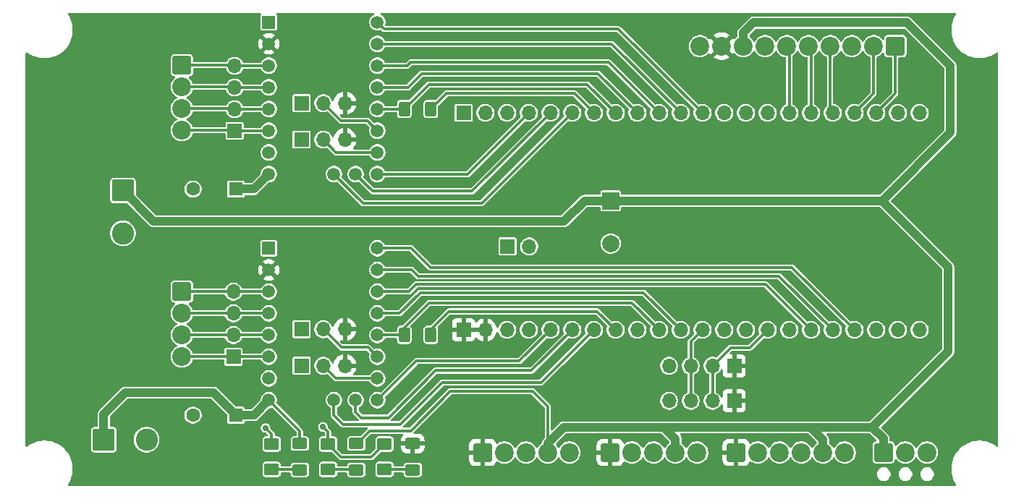
<source format=gbr>
%TF.GenerationSoftware,KiCad,Pcbnew,9.0.0*%
%TF.CreationDate,2025-03-28T18:05:30-06:00*%
%TF.ProjectId,Dark_Passenger_Turret_MCU,4461726b-5f50-4617-9373-656e6765725f,1.0*%
%TF.SameCoordinates,Original*%
%TF.FileFunction,Copper,L1,Top*%
%TF.FilePolarity,Positive*%
%FSLAX46Y46*%
G04 Gerber Fmt 4.6, Leading zero omitted, Abs format (unit mm)*
G04 Created by KiCad (PCBNEW 9.0.0) date 2025-03-28 18:05:30*
%MOMM*%
%LPD*%
G01*
G04 APERTURE LIST*
G04 Aperture macros list*
%AMRoundRect*
0 Rectangle with rounded corners*
0 $1 Rounding radius*
0 $2 $3 $4 $5 $6 $7 $8 $9 X,Y pos of 4 corners*
0 Add a 4 corners polygon primitive as box body*
4,1,4,$2,$3,$4,$5,$6,$7,$8,$9,$2,$3,0*
0 Add four circle primitives for the rounded corners*
1,1,$1+$1,$2,$3*
1,1,$1+$1,$4,$5*
1,1,$1+$1,$6,$7*
1,1,$1+$1,$8,$9*
0 Add four rect primitives between the rounded corners*
20,1,$1+$1,$2,$3,$4,$5,0*
20,1,$1+$1,$4,$5,$6,$7,0*
20,1,$1+$1,$6,$7,$8,$9,0*
20,1,$1+$1,$8,$9,$2,$3,0*%
G04 Aperture macros list end*
%TA.AperFunction,ComponentPad*%
%ADD10RoundRect,0.249999X-0.850001X0.850001X-0.850001X-0.850001X0.850001X-0.850001X0.850001X0.850001X0*%
%TD*%
%TA.AperFunction,ComponentPad*%
%ADD11C,2.200000*%
%TD*%
%TA.AperFunction,SMDPad,CuDef*%
%ADD12RoundRect,0.250001X-0.624999X0.462499X-0.624999X-0.462499X0.624999X-0.462499X0.624999X0.462499X0*%
%TD*%
%TA.AperFunction,ComponentPad*%
%ADD13R,1.700000X1.700000*%
%TD*%
%TA.AperFunction,ComponentPad*%
%ADD14O,1.700000X1.700000*%
%TD*%
%TA.AperFunction,SMDPad,CuDef*%
%ADD15RoundRect,0.250000X0.400000X0.625000X-0.400000X0.625000X-0.400000X-0.625000X0.400000X-0.625000X0*%
%TD*%
%TA.AperFunction,SMDPad,CuDef*%
%ADD16RoundRect,0.250000X-0.625000X0.400000X-0.625000X-0.400000X0.625000X-0.400000X0.625000X0.400000X0*%
%TD*%
%TA.AperFunction,ComponentPad*%
%ADD17R,1.508000X1.508000*%
%TD*%
%TA.AperFunction,ComponentPad*%
%ADD18C,1.508000*%
%TD*%
%TA.AperFunction,ComponentPad*%
%ADD19RoundRect,0.249999X-0.850001X-0.850001X0.850001X-0.850001X0.850001X0.850001X-0.850001X0.850001X0*%
%TD*%
%TA.AperFunction,ComponentPad*%
%ADD20R,2.000000X2.000000*%
%TD*%
%TA.AperFunction,ComponentPad*%
%ADD21C,2.000000*%
%TD*%
%TA.AperFunction,ComponentPad*%
%ADD22R,1.600000X1.600000*%
%TD*%
%TA.AperFunction,ComponentPad*%
%ADD23C,1.600000*%
%TD*%
%TA.AperFunction,ComponentPad*%
%ADD24RoundRect,0.250000X-1.050000X-1.050000X1.050000X-1.050000X1.050000X1.050000X-1.050000X1.050000X0*%
%TD*%
%TA.AperFunction,ComponentPad*%
%ADD25C,2.600000*%
%TD*%
%TA.AperFunction,ComponentPad*%
%ADD26RoundRect,0.249999X0.850001X0.850001X-0.850001X0.850001X-0.850001X-0.850001X0.850001X-0.850001X0*%
%TD*%
%TA.AperFunction,ComponentPad*%
%ADD27RoundRect,0.250000X-1.050000X1.050000X-1.050000X-1.050000X1.050000X-1.050000X1.050000X1.050000X0*%
%TD*%
%TA.AperFunction,ViaPad*%
%ADD28C,0.700000*%
%TD*%
%TA.AperFunction,Conductor*%
%ADD29C,0.300000*%
%TD*%
%TA.AperFunction,Conductor*%
%ADD30C,1.000000*%
%TD*%
G04 APERTURE END LIST*
D10*
%TO.P,J13,1,Pin_1*%
%TO.N,STEP2D*%
X62484200Y-35147600D03*
D11*
%TO.P,J13,2,Pin_2*%
%TO.N,STEP2B*%
X62484200Y-37687600D03*
%TO.P,J13,3,Pin_3*%
%TO.N,STEP2C*%
X62484200Y-40227600D03*
%TO.P,J13,4,Pin_4*%
%TO.N,STEP2A*%
X62484200Y-42767600D03*
%TD*%
D12*
%TO.P,D3,1,K*%
%TO.N,GND*%
X72974200Y-79507100D03*
%TO.P,D3,2,A*%
%TO.N,Net-(D3-A)*%
X72974200Y-82482100D03*
%TD*%
D13*
%TO.P,J1,1,Pin_1*%
%TO.N,+3.3V*%
X95428600Y-66134200D03*
D14*
%TO.P,J1,2,Pin_2*%
X97968600Y-66134200D03*
%TO.P,J1,3,Pin_3*%
%TO.N,RST*%
X100508600Y-66134200D03*
%TO.P,J1,4,Pin_4*%
%TO.N,GPIO4*%
X103048600Y-66134200D03*
%TO.P,J1,5,Pin_5*%
%TO.N,GPIO5*%
X105588600Y-66134200D03*
%TO.P,J1,6,Pin_6*%
%TO.N,GPIO6*%
X108128600Y-66134200D03*
%TO.P,J1,7,Pin_7*%
%TO.N,GPIO7*%
X110668600Y-66134200D03*
%TO.P,J1,8,Pin_8*%
%TO.N,GPIO15*%
X113208600Y-66134200D03*
%TO.P,J1,9,Pin_9*%
%TO.N,GPIO16*%
X115748600Y-66134200D03*
%TO.P,J1,10,Pin_10*%
%TO.N,GPIO17*%
X118288600Y-66134200D03*
%TO.P,J1,11,Pin_11*%
%TO.N,GPIO18*%
X120828600Y-66134200D03*
%TO.P,J1,12,Pin_12*%
%TO.N,SDA*%
X123368600Y-66134200D03*
%TO.P,J1,13,Pin_13*%
%TO.N,unconnected-(J1-Pin_13-Pad13)*%
X125908600Y-66134200D03*
%TO.P,J1,14,Pin_14*%
%TO.N,unconnected-(J1-Pin_14-Pad14)*%
X128448600Y-66134200D03*
%TO.P,J1,15,Pin_15*%
%TO.N,SCL*%
X130988600Y-66134200D03*
%TO.P,J1,16,Pin_16*%
%TO.N,GPIO10*%
X133528600Y-66134200D03*
%TO.P,J1,17,Pin_17*%
%TO.N,GPIO11*%
X136068600Y-66134200D03*
%TO.P,J1,18,Pin_18*%
%TO.N,GPIO12*%
X138608600Y-66134200D03*
%TO.P,J1,19,Pin_19*%
%TO.N,GPIO13*%
X141148600Y-66134200D03*
%TO.P,J1,20,Pin_20*%
%TO.N,GPIO14*%
X143688600Y-66134200D03*
%TO.P,J1,21,Pin_21*%
%TO.N,5VIN*%
X146228600Y-66134200D03*
%TO.P,J1,22,Pin_22*%
%TO.N,GND*%
X148768600Y-66134200D03*
%TD*%
D13*
%TO.P,J11,1,Pin_1*%
%TO.N,+3.3V*%
X127091800Y-74441000D03*
D14*
%TO.P,J11,2,Pin_2*%
%TO.N,SCL*%
X124551800Y-74441000D03*
%TO.P,J11,3,Pin_3*%
%TO.N,SDA*%
X122011800Y-74441000D03*
%TO.P,J11,4,Pin_4*%
%TO.N,GND*%
X119471800Y-74441000D03*
%TD*%
D12*
%TO.P,D2,1,K*%
%TO.N,GND*%
X86182200Y-79507100D03*
%TO.P,D2,2,A*%
%TO.N,Net-(D2-A)*%
X86182200Y-82482100D03*
%TD*%
D15*
%TO.P,R4,1*%
%TO.N,GPIO15*%
X91593200Y-66719800D03*
%TO.P,R4,2*%
%TO.N,GPIO17*%
X88493200Y-66719800D03*
%TD*%
%TO.P,R6,1*%
%TO.N,GPIO41*%
X91593200Y-40278400D03*
%TO.P,R6,2*%
%TO.N,GPIO40*%
X88493200Y-40278400D03*
%TD*%
D16*
%TO.P,R2,1*%
%TO.N,+3.3V*%
X89484200Y-79444600D03*
%TO.P,R2,2*%
%TO.N,Net-(D2-A)*%
X89484200Y-82544600D03*
%TD*%
D13*
%TO.P,J16,1,Pin_1*%
%TO.N,RST*%
X100578800Y-56363000D03*
D14*
%TO.P,J16,2,Pin_2*%
%TO.N,GND*%
X103118800Y-56363000D03*
%TD*%
D13*
%TO.P,J18,1,Pin_1*%
%TO.N,STEP2A*%
X68643181Y-42848638D03*
D14*
%TO.P,J18,2,Pin_2*%
%TO.N,STEP2C*%
X68643181Y-40308638D03*
%TO.P,J18,3,Pin_3*%
%TO.N,STEP2B*%
X68643181Y-37768638D03*
%TO.P,J18,4,Pin_4*%
%TO.N,STEP2D*%
X68643181Y-35228638D03*
%TD*%
D13*
%TO.P,J19,1,Pin_1*%
%TO.N,GND*%
X76479600Y-66059400D03*
D14*
%TO.P,J19,2,Pin_2*%
%TO.N,MS2-1*%
X79019600Y-66059400D03*
%TO.P,J19,3,Pin_3*%
%TO.N,+3.3V*%
X81559600Y-66059400D03*
%TD*%
D16*
%TO.P,R3,1*%
%TO.N,+12V*%
X76276200Y-79444600D03*
%TO.P,R3,2*%
%TO.N,Net-(D3-A)*%
X76276200Y-82544600D03*
%TD*%
D13*
%TO.P,J2,1,Pin_1*%
%TO.N,GND*%
X95428600Y-40734200D03*
D14*
%TO.P,J2,2,Pin_2*%
%TO.N,TX*%
X97968600Y-40734200D03*
%TO.P,J2,3,Pin_3*%
%TO.N,RX*%
X100508600Y-40734200D03*
%TO.P,J2,4,Pin_4*%
%TO.N,GPIO1*%
X103048600Y-40734200D03*
%TO.P,J2,5,Pin_5*%
%TO.N,GPIO2*%
X105588600Y-40734200D03*
%TO.P,J2,6,Pin_6*%
%TO.N,GPIO42*%
X108128600Y-40734200D03*
%TO.P,J2,7,Pin_7*%
%TO.N,GPIO41*%
X110668600Y-40734200D03*
%TO.P,J2,8,Pin_8*%
%TO.N,GPIO40*%
X113208600Y-40734200D03*
%TO.P,J2,9,Pin_9*%
%TO.N,GPIO39*%
X115748600Y-40734200D03*
%TO.P,J2,10,Pin_10*%
%TO.N,GPIO38*%
X118288600Y-40734200D03*
%TO.P,J2,11,Pin_11*%
%TO.N,GPIO37*%
X120828600Y-40734200D03*
%TO.P,J2,12,Pin_12*%
%TO.N,GPIO36*%
X123368600Y-40734200D03*
%TO.P,J2,13,Pin_13*%
%TO.N,GPIO35*%
X125908600Y-40734200D03*
%TO.P,J2,14,Pin_14*%
%TO.N,unconnected-(J2-Pin_14-Pad14)*%
X128448600Y-40734200D03*
%TO.P,J2,15,Pin_15*%
%TO.N,unconnected-(J2-Pin_15-Pad15)*%
X130988600Y-40734200D03*
%TO.P,J2,16,Pin_16*%
%TO.N,GPIO48*%
X133528600Y-40734200D03*
%TO.P,J2,17,Pin_17*%
%TO.N,GPIO47*%
X136068600Y-40734200D03*
%TO.P,J2,18,Pin_18*%
%TO.N,GPIO21*%
X138608600Y-40734200D03*
%TO.P,J2,19,Pin_19*%
%TO.N,GPIO20*%
X141148600Y-40734200D03*
%TO.P,J2,20,Pin_20*%
%TO.N,GPIO19*%
X143688600Y-40734200D03*
%TO.P,J2,21,Pin_21*%
%TO.N,GND*%
X146228600Y-40734200D03*
%TO.P,J2,22,Pin_22*%
X148768600Y-40734200D03*
%TD*%
D13*
%TO.P,J20,1,Pin_1*%
%TO.N,GND*%
X76479600Y-39592600D03*
D14*
%TO.P,J20,2,Pin_2*%
%TO.N,MS2-2*%
X79019600Y-39592600D03*
%TO.P,J20,3,Pin_3*%
%TO.N,+3.3V*%
X81559600Y-39592600D03*
%TD*%
D16*
%TO.P,R1,1*%
%TO.N,+5V*%
X82880200Y-79444600D03*
%TO.P,R1,2*%
%TO.N,Net-(D1-A)*%
X82880200Y-82544600D03*
%TD*%
D17*
%TO.P,U1,1,GND*%
%TO.N,GND*%
X72644200Y-56585200D03*
D18*
%TO.P,U1,2,VIO*%
%TO.N,+3.3V*%
X72644200Y-59125200D03*
%TO.P,U1,3,M1B*%
%TO.N,STEP1D*%
X72644200Y-61665200D03*
%TO.P,U1,4,M1A*%
%TO.N,STEP1B*%
X72644200Y-64205200D03*
%TO.P,U1,5,M2A*%
%TO.N,STEP1C*%
X72644200Y-66745200D03*
%TO.P,U1,6,M2B*%
%TO.N,STEP1A*%
X72644200Y-69285200D03*
%TO.P,U1,7,GND*%
%TO.N,GND*%
X72644200Y-71825200D03*
%TO.P,U1,8,VM*%
%TO.N,+12V*%
X72644200Y-74365200D03*
%TO.P,U1,9,DIR*%
%TO.N,GPIO13*%
X85344200Y-56585200D03*
%TO.P,U1,10,STEP*%
%TO.N,GPIO12*%
X85344200Y-59125200D03*
%TO.P,U1,11,PDN*%
%TO.N,GPIO11*%
X85344200Y-61665200D03*
%TO.P,U1,12,UART*%
%TO.N,GPIO18*%
X85344200Y-64205200D03*
%TO.P,U1,13,SPRD*%
%TO.N,GPIO17*%
X85344200Y-66745200D03*
%TO.P,U1,14,MS2*%
%TO.N,MS2-1*%
X85344200Y-69285200D03*
%TO.P,U1,15,MS1*%
%TO.N,MS1-1*%
X85344200Y-71825200D03*
%TO.P,U1,16,~{EN}*%
%TO.N,GPIO5*%
X85344200Y-74365200D03*
%TO.P,U1,17,INDEX*%
%TO.N,GPIO7*%
X80264200Y-74365200D03*
%TO.P,U1,18,DIAG*%
%TO.N,GPIO6*%
X82804200Y-74365200D03*
%TD*%
D13*
%TO.P,J10,1,Pin_1*%
%TO.N,+3.3V*%
X127091800Y-70351600D03*
D14*
%TO.P,J10,2,Pin_2*%
%TO.N,SCL*%
X124551800Y-70351600D03*
%TO.P,J10,3,Pin_3*%
%TO.N,SDA*%
X122011800Y-70351600D03*
%TO.P,J10,4,Pin_4*%
%TO.N,GND*%
X119471800Y-70351600D03*
%TD*%
D19*
%TO.P,J4,1,Pin_1*%
%TO.N,+5V*%
X144576800Y-80486600D03*
D11*
%TO.P,J4,2,Pin_2*%
%TO.N,GPIO14*%
X147116800Y-80486600D03*
%TO.P,J4,3,Pin_3*%
%TO.N,GND*%
X149656800Y-80486600D03*
%TD*%
D19*
%TO.P,J9,1,Pin_1*%
%TO.N,+3.3V*%
X127330200Y-80486600D03*
D11*
%TO.P,J9,2,Pin_2*%
%TO.N,GPIO10*%
X129870200Y-80486600D03*
%TO.P,J9,3,Pin_3*%
%TO.N,GND*%
X132410200Y-80486600D03*
%TO.P,J9,4,Pin_4*%
%TO.N,+12V*%
X134950200Y-80486600D03*
%TO.P,J9,5,Pin_5*%
%TO.N,+5V*%
X137490200Y-80486600D03*
%TO.P,J9,6,Pin_6*%
%TO.N,GND*%
X140030200Y-80486600D03*
%TD*%
D20*
%TO.P,C1,1*%
%TO.N,+5V*%
X112649200Y-51026400D03*
D21*
%TO.P,C1,2*%
%TO.N,GND*%
X112649200Y-56026400D03*
%TD*%
D10*
%TO.P,J12,1,Pin_1*%
%TO.N,STEP1D*%
X62484200Y-61639800D03*
D11*
%TO.P,J12,2,Pin_2*%
%TO.N,STEP1B*%
X62484200Y-64179800D03*
%TO.P,J12,3,Pin_3*%
%TO.N,STEP1C*%
X62484200Y-66719800D03*
%TO.P,J12,4,Pin_4*%
%TO.N,STEP1A*%
X62484200Y-69259800D03*
%TD*%
D19*
%TO.P,J7,1,Pin_1*%
%TO.N,+3.3V*%
X112598200Y-80486600D03*
D11*
%TO.P,J7,2,Pin_2*%
%TO.N,GPIO16*%
X115138200Y-80486600D03*
%TO.P,J7,3,Pin_3*%
%TO.N,GND*%
X117678200Y-80486600D03*
%TO.P,J7,4,Pin_4*%
%TO.N,+5V*%
X120218200Y-80486600D03*
%TO.P,J7,5,Pin_5*%
%TO.N,GND*%
X122758200Y-80486600D03*
%TD*%
D13*
%TO.P,J17,1,Pin_1*%
%TO.N,STEP1A*%
X68501181Y-69289619D03*
D14*
%TO.P,J17,2,Pin_2*%
%TO.N,STEP1C*%
X68501181Y-66749619D03*
%TO.P,J17,3,Pin_3*%
%TO.N,STEP1B*%
X68501181Y-64209619D03*
%TO.P,J17,4,Pin_4*%
%TO.N,STEP1D*%
X68501181Y-61669619D03*
%TD*%
D22*
%TO.P,C3,1*%
%TO.N,+12V*%
X68783400Y-49651000D03*
D23*
%TO.P,C3,2*%
%TO.N,GND*%
X63783400Y-49651000D03*
%TD*%
D22*
%TO.P,C2,1*%
%TO.N,+12V*%
X68783400Y-76117800D03*
D23*
%TO.P,C2,2*%
%TO.N,GND*%
X63783400Y-76117800D03*
%TD*%
D19*
%TO.P,J6,1,Pin_1*%
%TO.N,+3.3V*%
X97663000Y-80486600D03*
D11*
%TO.P,J6,2,Pin_2*%
%TO.N,GPIO4*%
X100203000Y-80486600D03*
%TO.P,J6,3,Pin_3*%
%TO.N,GND*%
X102743000Y-80486600D03*
%TO.P,J6,4,Pin_4*%
%TO.N,+5V*%
X105283000Y-80486600D03*
%TO.P,J6,5,Pin_5*%
%TO.N,GND*%
X107823000Y-80486600D03*
%TD*%
D24*
%TO.P,J8,1,Pin_1*%
%TO.N,+12V*%
X53340200Y-78982700D03*
D25*
%TO.P,J8,2,Pin_2*%
%TO.N,GND*%
X58340200Y-78982700D03*
%TD*%
D13*
%TO.P,J15,1,Pin_1*%
%TO.N,GND*%
X76479600Y-43859800D03*
D14*
%TO.P,J15,2,Pin_2*%
%TO.N,MS1-2*%
X79019600Y-43859800D03*
%TO.P,J15,3,Pin_3*%
%TO.N,+3.3V*%
X81559600Y-43859800D03*
%TD*%
D26*
%TO.P,J3,1,Pin_1*%
%TO.N,GPIO19*%
X145948600Y-32917900D03*
D11*
%TO.P,J3,2,Pin_2*%
%TO.N,GPIO20*%
X143408600Y-32917900D03*
%TO.P,J3,3,Pin_3*%
%TO.N,GND*%
X140868600Y-32917900D03*
%TO.P,J3,4,Pin_4*%
%TO.N,GPIO21*%
X138328600Y-32917900D03*
%TO.P,J3,5,Pin_5*%
%TO.N,GPIO47*%
X135788600Y-32917900D03*
%TO.P,J3,6,Pin_6*%
%TO.N,GPIO48*%
X133248600Y-32917900D03*
%TO.P,J3,7,Pin_7*%
%TO.N,+12V*%
X130708600Y-32917900D03*
%TO.P,J3,8,Pin_8*%
%TO.N,+5V*%
X128168600Y-32917900D03*
%TO.P,J3,9,Pin_9*%
%TO.N,+3.3V*%
X125628600Y-32917900D03*
%TO.P,J3,10,Pin_10*%
%TO.N,GND*%
X123088600Y-32917900D03*
%TD*%
D12*
%TO.P,D1,1,K*%
%TO.N,GND*%
X79578200Y-79507100D03*
%TO.P,D1,2,A*%
%TO.N,Net-(D1-A)*%
X79578200Y-82482100D03*
%TD*%
D27*
%TO.P,J5,1,Pin_1*%
%TO.N,+5V*%
X55575200Y-49828800D03*
D25*
%TO.P,J5,2,Pin_2*%
%TO.N,GND*%
X55575200Y-54828800D03*
%TD*%
D13*
%TO.P,J14,1,Pin_1*%
%TO.N,GND*%
X76479600Y-70326600D03*
D14*
%TO.P,J14,2,Pin_2*%
%TO.N,MS1-1*%
X79019600Y-70326600D03*
%TO.P,J14,3,Pin_3*%
%TO.N,+3.3V*%
X81559600Y-70326600D03*
%TD*%
D17*
%TO.P,U2,1,GND*%
%TO.N,GND*%
X72644200Y-30118400D03*
D18*
%TO.P,U2,2,VIO*%
%TO.N,+3.3V*%
X72644200Y-32658400D03*
%TO.P,U2,3,M1B*%
%TO.N,STEP2D*%
X72644200Y-35198400D03*
%TO.P,U2,4,M1A*%
%TO.N,STEP2B*%
X72644200Y-37738400D03*
%TO.P,U2,5,M2A*%
%TO.N,STEP2C*%
X72644200Y-40278400D03*
%TO.P,U2,6,M2B*%
%TO.N,STEP2A*%
X72644200Y-42818400D03*
%TO.P,U2,7,GND*%
%TO.N,GND*%
X72644200Y-45358400D03*
%TO.P,U2,8,VM*%
%TO.N,+12V*%
X72644200Y-47898400D03*
%TO.P,U2,9,DIR*%
%TO.N,GPIO36*%
X85344200Y-30118400D03*
%TO.P,U2,10,STEP*%
%TO.N,GPIO37*%
X85344200Y-32658400D03*
%TO.P,U2,11,PDN*%
%TO.N,GPIO38*%
X85344200Y-35198400D03*
%TO.P,U2,12,UART*%
%TO.N,GPIO39*%
X85344200Y-37738400D03*
%TO.P,U2,13,SPRD*%
%TO.N,GPIO40*%
X85344200Y-40278400D03*
%TO.P,U2,14,MS2*%
%TO.N,MS2-2*%
X85344200Y-42818400D03*
%TO.P,U2,15,MS1*%
%TO.N,MS1-2*%
X85344200Y-45358400D03*
%TO.P,U2,16,~{EN}*%
%TO.N,GPIO1*%
X85344200Y-47898400D03*
%TO.P,U2,17,INDEX*%
%TO.N,GPIO42*%
X80264200Y-47898400D03*
%TO.P,U2,18,DIAG*%
%TO.N,GPIO2*%
X82804200Y-47898400D03*
%TD*%
D28*
%TO.N,GND*%
X72263200Y-77616400D03*
X78994200Y-77514800D03*
%TD*%
D29*
%TO.N,GND*%
X84663300Y-81026000D02*
X86182200Y-79507100D01*
X81077000Y-81026000D02*
X84663300Y-81026000D01*
X79578200Y-79507100D02*
X79578200Y-79527200D01*
X79578200Y-79527200D02*
X81077000Y-81026000D01*
X79578200Y-78098800D02*
X78994200Y-77514800D01*
X79578200Y-79507100D02*
X79578200Y-78098800D01*
X72974200Y-79507100D02*
X72974200Y-78327400D01*
X72974200Y-78327400D02*
X72263200Y-77616400D01*
D30*
%TO.N,+5V*%
X152400200Y-42996200D02*
X152400200Y-35249200D01*
X59156600Y-53410200D02*
X107188200Y-53410200D01*
X129361666Y-30169200D02*
X128168600Y-31362266D01*
X152400200Y-35249200D02*
X147320200Y-30169200D01*
X137490200Y-79013200D02*
X136017200Y-77540200D01*
X147320200Y-30169200D02*
X129361666Y-30169200D01*
X128168600Y-31362266D02*
X128168600Y-32917900D01*
X107188200Y-77540200D02*
X118872200Y-77540200D01*
X105283000Y-79445400D02*
X107188200Y-77540200D01*
X144576800Y-78860800D02*
X143256200Y-77540200D01*
X152146200Y-68650200D02*
X144576800Y-76219600D01*
X144576800Y-80486600D02*
X144576800Y-78860800D01*
X112649200Y-51026400D02*
X144370000Y-51026400D01*
X143256200Y-77540200D02*
X136017200Y-77540200D01*
X109572000Y-51026400D02*
X112649200Y-51026400D01*
D29*
X82982600Y-79444600D02*
X84480600Y-77946600D01*
D30*
X107188200Y-53410200D02*
X109572000Y-51026400D01*
X120218200Y-78886200D02*
X118872200Y-77540200D01*
X143256200Y-77540200D02*
X144576800Y-76219600D01*
X136017200Y-77540200D02*
X118872200Y-77540200D01*
D29*
X82880200Y-79444600D02*
X82982600Y-79444600D01*
X93853200Y-73349200D02*
X103530600Y-73349200D01*
X84480600Y-77946600D02*
X89255800Y-77946600D01*
X103530600Y-73349200D02*
X105283000Y-75101600D01*
X105283000Y-75101600D02*
X105283000Y-80486600D01*
D30*
X152146200Y-58802600D02*
X152146200Y-68650200D01*
X120218200Y-80486600D02*
X120218200Y-78886200D01*
D29*
X89255800Y-77946600D02*
X93853200Y-73349200D01*
D30*
X105283000Y-80486600D02*
X105283000Y-79445400D01*
X55575200Y-49828800D02*
X59156600Y-53410200D01*
X137490200Y-80486600D02*
X137490200Y-79013200D01*
X144370000Y-51026400D02*
X152400200Y-42996200D01*
X144370000Y-51026400D02*
X152146200Y-58802600D01*
D29*
%TO.N,Net-(D1-A)*%
X79578200Y-82482100D02*
X82817700Y-82482100D01*
X82817700Y-82482100D02*
X82880200Y-82544600D01*
%TO.N,Net-(D2-A)*%
X86182200Y-82482100D02*
X89421700Y-82482100D01*
X89421700Y-82482100D02*
X89484200Y-82544600D01*
%TO.N,GPIO6*%
X86639600Y-76422600D02*
X83464600Y-76422600D01*
X103352000Y-70910800D02*
X92151400Y-70910800D01*
X108128600Y-66134200D02*
X103352000Y-70910800D01*
X92151400Y-70910800D02*
X86639600Y-76422600D01*
X83464600Y-76422600D02*
X82804200Y-75762200D01*
X82804200Y-75762200D02*
X82804200Y-74365200D01*
%TO.N,GPIO17*%
X88467800Y-66745200D02*
X88493200Y-66719800D01*
X88493200Y-65882200D02*
X88493200Y-66719800D01*
X118288600Y-66134200D02*
X115140400Y-62986000D01*
X91389400Y-62986000D02*
X88493200Y-65882200D01*
X115140400Y-62986000D02*
X91389400Y-62986000D01*
X85344200Y-66745200D02*
X88467800Y-66745200D01*
%TO.N,GPIO11*%
X130736000Y-60801600D02*
X89865400Y-60801600D01*
X89001800Y-61665200D02*
X85344200Y-61665200D01*
X136068600Y-66134200D02*
X130736000Y-60801600D01*
X89865400Y-60801600D02*
X89001800Y-61665200D01*
%TO.N,GPIO12*%
X90119400Y-59836400D02*
X89408200Y-59125200D01*
X138608600Y-66134200D02*
X132310800Y-59836400D01*
X89408200Y-59125200D02*
X85344200Y-59125200D01*
X132310800Y-59836400D02*
X90119400Y-59836400D01*
%TO.N,GPIO13*%
X141148600Y-66134200D02*
X133834800Y-58820400D01*
X91541800Y-58820400D02*
X89306600Y-56585200D01*
X133834800Y-58820400D02*
X91541800Y-58820400D01*
X89306600Y-56585200D02*
X85344200Y-56585200D01*
%TO.N,SDA*%
X122011800Y-70351600D02*
X122011800Y-74441000D01*
X123368600Y-66134200D02*
X122011800Y-67491000D01*
X122011800Y-67491000D02*
X122011800Y-70351600D01*
%TO.N,SCL*%
X124551800Y-70351600D02*
X124551800Y-74441000D01*
X130988600Y-66134200D02*
X128904400Y-68218400D01*
X128904400Y-68218400D02*
X126685000Y-68218400D01*
X126685000Y-68218400D02*
X124551800Y-70351600D01*
%TO.N,GPIO18*%
X87960400Y-64205200D02*
X85344200Y-64205200D01*
X116486600Y-61792200D02*
X90373400Y-61792200D01*
X120828600Y-66134200D02*
X116486600Y-61792200D01*
X90373400Y-61792200D02*
X87960400Y-64205200D01*
%TO.N,GPIO7*%
X88036600Y-77184600D02*
X81305600Y-77184600D01*
X81305600Y-77184600D02*
X80264200Y-76143200D01*
X110668600Y-66134200D02*
X104495000Y-72307800D01*
X92913400Y-72307800D02*
X88036600Y-77184600D01*
X80264200Y-76143200D02*
X80264200Y-74365200D01*
X104495000Y-72307800D02*
X92913400Y-72307800D01*
%TO.N,GPIO5*%
X89916200Y-69793200D02*
X85344200Y-74365200D01*
X101929600Y-69793200D02*
X89916200Y-69793200D01*
X105588600Y-66134200D02*
X101929600Y-69793200D01*
%TO.N,GPIO15*%
X113208600Y-66134200D02*
X111051000Y-63976600D01*
X111051000Y-63976600D02*
X93726200Y-63976600D01*
X91593200Y-66109600D02*
X93726200Y-63976600D01*
X91593200Y-66719800D02*
X91593200Y-66109600D01*
%TO.N,GPIO20*%
X141148600Y-40734200D02*
X143408600Y-38474200D01*
X143408600Y-38474200D02*
X143408600Y-32917900D01*
%TO.N,GPIO37*%
X112752800Y-32658400D02*
X85344200Y-32658400D01*
X120828600Y-40734200D02*
X112752800Y-32658400D01*
%TO.N,GPIO19*%
X143688600Y-40734200D02*
X145948600Y-38474200D01*
X145948600Y-38474200D02*
X145948600Y-32917900D01*
%TO.N,GPIO2*%
X84810800Y-49905000D02*
X82804200Y-47898400D01*
X105588600Y-40734200D02*
X96417800Y-49905000D01*
X96417800Y-49905000D02*
X84810800Y-49905000D01*
%TO.N,GPIO41*%
X91593200Y-40278400D02*
X93422000Y-38449600D01*
X93422000Y-38449600D02*
X108384000Y-38449600D01*
X108384000Y-38449600D02*
X110668600Y-40734200D01*
%TO.N,GPIO21*%
X138328600Y-32917900D02*
X138328600Y-40454200D01*
X138328600Y-40454200D02*
X138608600Y-40734200D01*
%TO.N,GPIO38*%
X118288600Y-40734200D02*
X112371800Y-34817400D01*
X88849400Y-35198400D02*
X85344200Y-35198400D01*
X112371800Y-34817400D02*
X89230400Y-34817400D01*
X89230400Y-34817400D02*
X88849400Y-35198400D01*
%TO.N,GPIO47*%
X136068600Y-33197900D02*
X135788600Y-32917900D01*
X136068600Y-40734200D02*
X136068600Y-33197900D01*
%TO.N,GPIO39*%
X88951000Y-37738400D02*
X85344200Y-37738400D01*
X115748600Y-40734200D02*
X111152600Y-36138200D01*
X90551200Y-36138200D02*
X88951000Y-37738400D01*
X111152600Y-36138200D02*
X90551200Y-36138200D01*
%TO.N,GPIO36*%
X113540200Y-30905800D02*
X86131600Y-30905800D01*
X123368600Y-40734200D02*
X113540200Y-30905800D01*
X86131600Y-30905800D02*
X85344200Y-30118400D01*
%TO.N,GPIO42*%
X83667800Y-51302000D02*
X80264200Y-47898400D01*
X97560800Y-51302000D02*
X83667800Y-51302000D01*
X108128600Y-40734200D02*
X97560800Y-51302000D01*
%TO.N,GPIO1*%
X95884400Y-47898400D02*
X85344200Y-47898400D01*
X103048600Y-40734200D02*
X95884400Y-47898400D01*
%TO.N,GPIO48*%
X133528600Y-33197900D02*
X133248600Y-32917900D01*
X133528600Y-40734200D02*
X133528600Y-33197900D01*
%TO.N,GPIO40*%
X113208600Y-40734200D02*
X109882600Y-37408200D01*
X85344200Y-40278400D02*
X88493200Y-40278400D01*
X91363400Y-37408200D02*
X88493200Y-40278400D01*
X109882600Y-37408200D02*
X91363400Y-37408200D01*
%TO.N,+12V*%
X76276200Y-77997200D02*
X72644200Y-74365200D01*
X76276200Y-79444600D02*
X76276200Y-77997200D01*
D30*
X70891600Y-76117800D02*
X72644200Y-74365200D01*
X66141800Y-73476200D02*
X68783400Y-76117800D01*
X53340200Y-76016200D02*
X55880200Y-73476200D01*
X55880200Y-73476200D02*
X66141800Y-73476200D01*
X68783400Y-76117800D02*
X70891600Y-76117800D01*
X53340200Y-78982700D02*
X53340200Y-76016200D01*
X70891600Y-49651000D02*
X72644200Y-47898400D01*
X68783400Y-49651000D02*
X70891600Y-49651000D01*
D29*
%TO.N,Net-(D3-A)*%
X72974200Y-82482100D02*
X76213700Y-82482100D01*
X76213700Y-82482100D02*
X76276200Y-82544600D01*
%TO.N,STEP1B*%
X68501181Y-64209619D02*
X72639781Y-64209619D01*
X62484200Y-64179800D02*
X68471362Y-64179800D01*
X68471362Y-64179800D02*
X68501181Y-64209619D01*
X72639781Y-64209619D02*
X72644200Y-64205200D01*
%TO.N,STEP1A*%
X72639781Y-69289619D02*
X72644200Y-69285200D01*
X62484200Y-69259800D02*
X68471362Y-69259800D01*
X68471362Y-69259800D02*
X68501181Y-69289619D01*
X68501181Y-69289619D02*
X72639781Y-69289619D01*
%TO.N,STEP1D*%
X62484200Y-61639800D02*
X68471362Y-61639800D01*
X68501181Y-61669619D02*
X72639781Y-61669619D01*
X72639781Y-61669619D02*
X72644200Y-61665200D01*
X68471362Y-61639800D02*
X68501181Y-61669619D01*
%TO.N,STEP1C*%
X68471362Y-66719800D02*
X68501181Y-66749619D01*
X62484200Y-66719800D02*
X68471362Y-66719800D01*
X68501181Y-66749619D02*
X72639781Y-66749619D01*
X72639781Y-66749619D02*
X72644200Y-66745200D01*
%TO.N,STEP2B*%
X68643181Y-37768638D02*
X72613962Y-37768638D01*
X62484200Y-37687600D02*
X68562143Y-37687600D01*
X72613962Y-37768638D02*
X72644200Y-37738400D01*
X68562143Y-37687600D02*
X68643181Y-37768638D01*
%TO.N,STEP2C*%
X72613962Y-40308638D02*
X72644200Y-40278400D01*
X68562143Y-40227600D02*
X68643181Y-40308638D01*
X68643181Y-40308638D02*
X72613962Y-40308638D01*
X62484200Y-40227600D02*
X68562143Y-40227600D01*
%TO.N,STEP2A*%
X68643181Y-42848638D02*
X72613962Y-42848638D01*
X62484200Y-42767600D02*
X68562143Y-42767600D01*
X68562143Y-42767600D02*
X68643181Y-42848638D01*
X72613962Y-42848638D02*
X72644200Y-42818400D01*
%TO.N,STEP2D*%
X72613962Y-35228638D02*
X72644200Y-35198400D01*
X68562143Y-35147600D02*
X68643181Y-35228638D01*
X68643181Y-35228638D02*
X72613962Y-35228638D01*
X62484200Y-35147600D02*
X68562143Y-35147600D01*
%TO.N,MS2-1*%
X84252000Y-68193000D02*
X85344200Y-69285200D01*
X81153200Y-68193000D02*
X84252000Y-68193000D01*
X79019600Y-66059400D02*
X81153200Y-68193000D01*
%TO.N,MS1-1*%
X80518200Y-71825200D02*
X85344200Y-71825200D01*
X79019600Y-70326600D02*
X80518200Y-71825200D01*
%TO.N,MS1-2*%
X79019600Y-43859800D02*
X80518200Y-45358400D01*
X80518200Y-45358400D02*
X85344200Y-45358400D01*
%TO.N,MS2-2*%
X84201200Y-41675400D02*
X85344200Y-42818400D01*
X81102400Y-41675400D02*
X84201200Y-41675400D01*
X79019600Y-39592600D02*
X81102400Y-41675400D01*
%TD*%
%TA.AperFunction,Conductor*%
%TO.N,+3.3V*%
G36*
X97502675Y-65941207D02*
G01*
X97468600Y-66068374D01*
X97468600Y-66200026D01*
X97502675Y-66327193D01*
X97535588Y-66384200D01*
X95861612Y-66384200D01*
X95894525Y-66327193D01*
X95928600Y-66200026D01*
X95928600Y-66068374D01*
X95894525Y-65941207D01*
X95861612Y-65884200D01*
X97535588Y-65884200D01*
X97502675Y-65941207D01*
G37*
%TD.AperFunction*%
%TA.AperFunction,Conductor*%
G36*
X71710090Y-29045885D02*
G01*
X71755845Y-29098689D01*
X71765789Y-29167847D01*
X71746153Y-29219091D01*
X71701332Y-29286169D01*
X71701331Y-29286170D01*
X71689700Y-29344647D01*
X71689700Y-30892152D01*
X71701331Y-30950629D01*
X71701332Y-30950630D01*
X71745647Y-31016952D01*
X71811969Y-31061267D01*
X71811970Y-31061268D01*
X71870447Y-31072899D01*
X71870450Y-31072900D01*
X71870452Y-31072900D01*
X73417950Y-31072900D01*
X73417951Y-31072899D01*
X73432768Y-31069952D01*
X73476429Y-31061268D01*
X73476429Y-31061267D01*
X73476431Y-31061267D01*
X73542752Y-31016952D01*
X73587067Y-30950631D01*
X73587067Y-30950629D01*
X73587068Y-30950629D01*
X73598699Y-30892152D01*
X73598700Y-30892150D01*
X73598700Y-29344649D01*
X73598699Y-29344647D01*
X73587068Y-29286170D01*
X73587067Y-29286169D01*
X73542247Y-29219091D01*
X73521369Y-29152414D01*
X73539853Y-29085033D01*
X73591832Y-29038343D01*
X73645349Y-29026200D01*
X84863385Y-29026200D01*
X84930424Y-29045885D01*
X84976179Y-29098689D01*
X84986123Y-29167847D01*
X84957098Y-29231403D01*
X84910837Y-29264761D01*
X84892081Y-29272529D01*
X84892068Y-29272536D01*
X84735742Y-29376991D01*
X84735738Y-29376994D01*
X84602794Y-29509938D01*
X84602791Y-29509942D01*
X84498336Y-29666268D01*
X84498329Y-29666281D01*
X84426382Y-29839978D01*
X84426379Y-29839990D01*
X84389700Y-30024385D01*
X84389700Y-30212414D01*
X84426379Y-30396809D01*
X84426382Y-30396821D01*
X84498329Y-30570518D01*
X84498336Y-30570531D01*
X84602791Y-30726857D01*
X84602794Y-30726861D01*
X84735738Y-30859805D01*
X84735742Y-30859808D01*
X84892068Y-30964263D01*
X84892081Y-30964270D01*
X85051867Y-31030455D01*
X85065783Y-31036219D01*
X85250185Y-31072899D01*
X85250188Y-31072900D01*
X85250190Y-31072900D01*
X85438212Y-31072900D01*
X85438213Y-31072899D01*
X85622617Y-31036219D01*
X85647695Y-31025830D01*
X85717164Y-31018362D01*
X85779643Y-31049637D01*
X85782829Y-31052711D01*
X85916388Y-31186270D01*
X85916389Y-31186271D01*
X85916391Y-31186272D01*
X85956350Y-31209342D01*
X85996312Y-31232414D01*
X86085456Y-31256300D01*
X86085457Y-31256300D01*
X86177744Y-31256300D01*
X113343656Y-31256300D01*
X113410695Y-31275985D01*
X113431337Y-31292619D01*
X122360813Y-40222095D01*
X122394298Y-40283418D01*
X122389314Y-40353110D01*
X122387693Y-40357228D01*
X122358471Y-40427775D01*
X122358468Y-40427787D01*
X122318100Y-40630730D01*
X122318100Y-40837669D01*
X122358468Y-41040612D01*
X122358470Y-41040620D01*
X122435070Y-41225549D01*
X122437659Y-41231798D01*
X122442858Y-41239579D01*
X122552624Y-41403857D01*
X122698942Y-41550175D01*
X122698945Y-41550177D01*
X122871002Y-41665141D01*
X123062180Y-41744330D01*
X123206652Y-41773067D01*
X123265130Y-41784699D01*
X123265134Y-41784700D01*
X123265135Y-41784700D01*
X123472066Y-41784700D01*
X123472067Y-41784699D01*
X123675020Y-41744330D01*
X123866198Y-41665141D01*
X124038255Y-41550177D01*
X124184577Y-41403855D01*
X124299541Y-41231798D01*
X124378730Y-41040620D01*
X124419100Y-40837665D01*
X124419100Y-40630735D01*
X124419099Y-40630730D01*
X124858100Y-40630730D01*
X124858100Y-40837669D01*
X124898468Y-41040612D01*
X124898470Y-41040620D01*
X124975070Y-41225549D01*
X124977659Y-41231798D01*
X124982858Y-41239579D01*
X125092624Y-41403857D01*
X125238942Y-41550175D01*
X125238945Y-41550177D01*
X125411002Y-41665141D01*
X125602180Y-41744330D01*
X125746652Y-41773067D01*
X125805130Y-41784699D01*
X125805134Y-41784700D01*
X125805135Y-41784700D01*
X126012066Y-41784700D01*
X126012067Y-41784699D01*
X126215020Y-41744330D01*
X126406198Y-41665141D01*
X126578255Y-41550177D01*
X126724577Y-41403855D01*
X126839541Y-41231798D01*
X126918730Y-41040620D01*
X126959100Y-40837665D01*
X126959100Y-40630735D01*
X126959099Y-40630730D01*
X127398100Y-40630730D01*
X127398100Y-40837669D01*
X127438468Y-41040612D01*
X127438470Y-41040620D01*
X127515070Y-41225549D01*
X127517659Y-41231798D01*
X127522858Y-41239579D01*
X127632624Y-41403857D01*
X127778942Y-41550175D01*
X127778945Y-41550177D01*
X127951002Y-41665141D01*
X128142180Y-41744330D01*
X128286652Y-41773067D01*
X128345130Y-41784699D01*
X128345134Y-41784700D01*
X128345135Y-41784700D01*
X128552066Y-41784700D01*
X128552067Y-41784699D01*
X128755020Y-41744330D01*
X128946198Y-41665141D01*
X129118255Y-41550177D01*
X129264577Y-41403855D01*
X129379541Y-41231798D01*
X129458730Y-41040620D01*
X129499100Y-40837665D01*
X129499100Y-40630735D01*
X129499099Y-40630730D01*
X129938100Y-40630730D01*
X129938100Y-40837669D01*
X129978468Y-41040612D01*
X129978470Y-41040620D01*
X130055070Y-41225549D01*
X130057659Y-41231798D01*
X130062858Y-41239579D01*
X130172624Y-41403857D01*
X130318942Y-41550175D01*
X130318945Y-41550177D01*
X130491002Y-41665141D01*
X130682180Y-41744330D01*
X130826652Y-41773067D01*
X130885130Y-41784699D01*
X130885134Y-41784700D01*
X130885135Y-41784700D01*
X131092066Y-41784700D01*
X131092067Y-41784699D01*
X131295020Y-41744330D01*
X131486198Y-41665141D01*
X131658255Y-41550177D01*
X131804577Y-41403855D01*
X131919541Y-41231798D01*
X131998730Y-41040620D01*
X132039100Y-40837665D01*
X132039100Y-40630735D01*
X131998730Y-40427780D01*
X131919541Y-40236602D01*
X131804577Y-40064545D01*
X131804575Y-40064542D01*
X131658257Y-39918224D01*
X131567249Y-39857415D01*
X131486198Y-39803259D01*
X131415645Y-39774035D01*
X131295020Y-39724070D01*
X131295012Y-39724068D01*
X131092069Y-39683700D01*
X131092065Y-39683700D01*
X130885135Y-39683700D01*
X130885130Y-39683700D01*
X130682187Y-39724068D01*
X130682179Y-39724070D01*
X130491003Y-39803258D01*
X130318942Y-39918224D01*
X130172624Y-40064542D01*
X130057658Y-40236603D01*
X129978470Y-40427779D01*
X129978468Y-40427787D01*
X129938100Y-40630730D01*
X129499099Y-40630730D01*
X129458730Y-40427780D01*
X129379541Y-40236602D01*
X129264577Y-40064545D01*
X129264575Y-40064542D01*
X129118257Y-39918224D01*
X129027249Y-39857415D01*
X128946198Y-39803259D01*
X128875645Y-39774035D01*
X128755020Y-39724070D01*
X128755012Y-39724068D01*
X128552069Y-39683700D01*
X128552065Y-39683700D01*
X128345135Y-39683700D01*
X128345130Y-39683700D01*
X128142187Y-39724068D01*
X128142179Y-39724070D01*
X127951003Y-39803258D01*
X127778942Y-39918224D01*
X127632624Y-40064542D01*
X127517658Y-40236603D01*
X127438470Y-40427779D01*
X127438468Y-40427787D01*
X127398100Y-40630730D01*
X126959099Y-40630730D01*
X126918730Y-40427780D01*
X126839541Y-40236602D01*
X126724577Y-40064545D01*
X126724575Y-40064542D01*
X126578257Y-39918224D01*
X126487249Y-39857415D01*
X126406198Y-39803259D01*
X126335645Y-39774035D01*
X126215020Y-39724070D01*
X126215012Y-39724068D01*
X126012069Y-39683700D01*
X126012065Y-39683700D01*
X125805135Y-39683700D01*
X125805130Y-39683700D01*
X125602187Y-39724068D01*
X125602179Y-39724070D01*
X125411003Y-39803258D01*
X125238942Y-39918224D01*
X125092624Y-40064542D01*
X124977658Y-40236603D01*
X124898470Y-40427779D01*
X124898468Y-40427787D01*
X124858100Y-40630730D01*
X124419099Y-40630730D01*
X124378730Y-40427780D01*
X124299541Y-40236602D01*
X124184577Y-40064545D01*
X124184575Y-40064542D01*
X124038257Y-39918224D01*
X123947249Y-39857415D01*
X123866198Y-39803259D01*
X123795645Y-39774035D01*
X123675020Y-39724070D01*
X123675012Y-39724068D01*
X123472069Y-39683700D01*
X123472065Y-39683700D01*
X123265135Y-39683700D01*
X123265130Y-39683700D01*
X123062187Y-39724068D01*
X123062175Y-39724071D01*
X122991628Y-39753293D01*
X122922159Y-39760762D01*
X122859680Y-39729487D01*
X122856495Y-39726413D01*
X113755413Y-30625331D01*
X113755408Y-30625327D01*
X113675490Y-30579187D01*
X113675489Y-30579186D01*
X113675488Y-30579186D01*
X113586344Y-30555300D01*
X113586343Y-30555300D01*
X86381138Y-30555300D01*
X86314099Y-30535615D01*
X86268344Y-30482811D01*
X86258400Y-30413653D01*
X86260974Y-30402070D01*
X86262019Y-30396817D01*
X86298700Y-30212410D01*
X86298700Y-30024390D01*
X86298700Y-30024387D01*
X86298699Y-30024385D01*
X86278999Y-29925347D01*
X86262019Y-29839983D01*
X86262017Y-29839978D01*
X86190070Y-29666281D01*
X86190063Y-29666268D01*
X86085608Y-29509942D01*
X86085605Y-29509938D01*
X85952661Y-29376994D01*
X85952657Y-29376991D01*
X85796331Y-29272536D01*
X85796318Y-29272529D01*
X85777563Y-29264761D01*
X85723159Y-29220920D01*
X85701094Y-29154626D01*
X85718373Y-29086927D01*
X85769510Y-29039316D01*
X85825015Y-29026200D01*
X152940430Y-29026200D01*
X153007469Y-29045885D01*
X153053224Y-29098689D01*
X153063168Y-29167847D01*
X153043532Y-29219091D01*
X152962620Y-29340183D01*
X152962609Y-29340201D01*
X152809866Y-29625962D01*
X152809864Y-29625967D01*
X152685857Y-29925345D01*
X152591790Y-30235445D01*
X152591787Y-30235456D01*
X152528576Y-30553246D01*
X152528573Y-30553263D01*
X152511476Y-30726857D01*
X152496813Y-30875736D01*
X152496813Y-31199778D01*
X152502380Y-31256299D01*
X152528573Y-31522250D01*
X152528576Y-31522267D01*
X152591787Y-31840057D01*
X152591790Y-31840068D01*
X152685857Y-32150168D01*
X152809864Y-32449546D01*
X152809866Y-32449551D01*
X152962609Y-32735312D01*
X152962620Y-32735330D01*
X153142648Y-33004761D01*
X153348219Y-33255250D01*
X153577342Y-33484373D01*
X153827831Y-33689944D01*
X153827837Y-33689948D01*
X154097269Y-33869977D01*
X154097278Y-33869982D01*
X154097280Y-33869983D01*
X154383041Y-34022726D01*
X154383043Y-34022726D01*
X154383049Y-34022730D01*
X154682426Y-34146736D01*
X154992515Y-34240800D01*
X154992521Y-34240801D01*
X154992524Y-34240802D01*
X154992535Y-34240805D01*
X155191816Y-34280443D01*
X155310332Y-34304018D01*
X155632815Y-34335780D01*
X155632818Y-34335780D01*
X155956854Y-34335780D01*
X155956857Y-34335780D01*
X156279340Y-34304018D01*
X156436651Y-34272726D01*
X156597136Y-34240805D01*
X156597147Y-34240802D01*
X156597147Y-34240801D01*
X156597157Y-34240800D01*
X156907246Y-34146736D01*
X157206623Y-34022730D01*
X157492403Y-33869977D01*
X157761835Y-33689948D01*
X157785536Y-33670496D01*
X157849843Y-33643184D01*
X157918711Y-33654974D01*
X157970272Y-33702125D01*
X157988200Y-33766350D01*
X157988200Y-79683505D01*
X157968515Y-79750544D01*
X157915711Y-79796299D01*
X157846553Y-79806243D01*
X157785536Y-79779359D01*
X157761839Y-79759911D01*
X157492409Y-79579884D01*
X157492408Y-79579883D01*
X157492403Y-79579880D01*
X157492398Y-79579877D01*
X157492391Y-79579873D01*
X157206630Y-79427130D01*
X157206625Y-79427128D01*
X157201905Y-79425173D01*
X157112251Y-79388037D01*
X156907247Y-79303121D01*
X156597147Y-79209054D01*
X156597136Y-79209051D01*
X156279346Y-79145840D01*
X156279329Y-79145837D01*
X156035466Y-79121819D01*
X155956857Y-79114077D01*
X155632815Y-79114077D01*
X155560113Y-79121237D01*
X155310342Y-79145837D01*
X155310325Y-79145840D01*
X154992535Y-79209051D01*
X154992524Y-79209054D01*
X154682424Y-79303121D01*
X154383046Y-79427128D01*
X154383041Y-79427130D01*
X154097280Y-79579873D01*
X154097262Y-79579884D01*
X153827831Y-79759912D01*
X153577342Y-79965483D01*
X153348219Y-80194606D01*
X153142648Y-80445095D01*
X152962620Y-80714526D01*
X152962609Y-80714544D01*
X152809866Y-81000305D01*
X152809864Y-81000310D01*
X152685857Y-81299688D01*
X152591790Y-81609788D01*
X152591787Y-81609799D01*
X152528576Y-81927589D01*
X152528573Y-81927606D01*
X152508482Y-82131600D01*
X152496813Y-82250079D01*
X152496813Y-82574121D01*
X152504033Y-82647427D01*
X152528573Y-82896593D01*
X152528576Y-82896610D01*
X152591787Y-83214400D01*
X152591790Y-83214411D01*
X152685857Y-83524511D01*
X152737168Y-83648386D01*
X152798451Y-83796337D01*
X152809864Y-83823889D01*
X152809866Y-83823894D01*
X152962609Y-84109655D01*
X152962620Y-84109673D01*
X153026522Y-84205309D01*
X153047400Y-84271987D01*
X153028915Y-84339367D01*
X152976936Y-84386057D01*
X152923420Y-84398200D01*
X49273601Y-84398200D01*
X49206562Y-84378515D01*
X49160807Y-84325711D01*
X49150863Y-84256553D01*
X49170499Y-84205309D01*
X49173297Y-84201121D01*
X49234405Y-84109667D01*
X49387158Y-83823887D01*
X49511164Y-83524510D01*
X49605228Y-83214421D01*
X49605230Y-83214411D01*
X49605233Y-83214400D01*
X49642051Y-83029298D01*
X49668446Y-82896604D01*
X49700208Y-82574121D01*
X49700208Y-82250079D01*
X49686600Y-82111915D01*
X49673075Y-81974590D01*
X49672163Y-81965331D01*
X71898700Y-81965331D01*
X71898700Y-82998858D01*
X71901554Y-83029298D01*
X71901554Y-83029299D01*
X71946406Y-83157481D01*
X71946407Y-83157482D01*
X72027050Y-83266750D01*
X72136318Y-83347393D01*
X72264502Y-83392246D01*
X72264501Y-83392246D01*
X72268471Y-83392618D01*
X72294935Y-83395100D01*
X73653464Y-83395099D01*
X73683898Y-83392246D01*
X73812082Y-83347393D01*
X73921350Y-83266750D01*
X74001993Y-83157482D01*
X74046846Y-83029298D01*
X74049700Y-82998865D01*
X74049700Y-82956600D01*
X74069385Y-82889561D01*
X74122189Y-82843806D01*
X74173700Y-82832600D01*
X75076700Y-82832600D01*
X75143739Y-82852285D01*
X75189494Y-82905089D01*
X75200700Y-82956600D01*
X75200700Y-82998869D01*
X75203553Y-83029299D01*
X75203553Y-83029301D01*
X75248406Y-83157480D01*
X75248407Y-83157482D01*
X75329050Y-83266750D01*
X75438318Y-83347393D01*
X75481045Y-83362344D01*
X75566499Y-83392246D01*
X75596930Y-83395100D01*
X75596934Y-83395100D01*
X76955470Y-83395100D01*
X76985899Y-83392246D01*
X76985901Y-83392246D01*
X77049990Y-83369819D01*
X77114082Y-83347393D01*
X77223350Y-83266750D01*
X77303993Y-83157482D01*
X77326419Y-83093390D01*
X77348846Y-83029301D01*
X77348846Y-83029299D01*
X77351700Y-82998869D01*
X77351700Y-82090330D01*
X77348846Y-82059900D01*
X77348845Y-82059898D01*
X77329073Y-82003391D01*
X77315755Y-81965331D01*
X78502700Y-81965331D01*
X78502700Y-82998858D01*
X78505554Y-83029298D01*
X78505554Y-83029299D01*
X78550406Y-83157481D01*
X78550407Y-83157482D01*
X78631050Y-83266750D01*
X78740318Y-83347393D01*
X78868502Y-83392246D01*
X78868501Y-83392246D01*
X78872471Y-83392618D01*
X78898935Y-83395100D01*
X80257464Y-83395099D01*
X80287898Y-83392246D01*
X80416082Y-83347393D01*
X80525350Y-83266750D01*
X80605993Y-83157482D01*
X80650846Y-83029298D01*
X80653700Y-82998865D01*
X80653700Y-82956600D01*
X80673385Y-82889561D01*
X80726189Y-82843806D01*
X80777700Y-82832600D01*
X81680700Y-82832600D01*
X81747739Y-82852285D01*
X81793494Y-82905089D01*
X81804700Y-82956600D01*
X81804700Y-82998869D01*
X81807553Y-83029299D01*
X81807553Y-83029301D01*
X81852406Y-83157480D01*
X81852407Y-83157482D01*
X81933050Y-83266750D01*
X82042318Y-83347393D01*
X82085045Y-83362344D01*
X82170499Y-83392246D01*
X82200930Y-83395100D01*
X82200934Y-83395100D01*
X83559470Y-83395100D01*
X83589899Y-83392246D01*
X83589901Y-83392246D01*
X83653990Y-83369819D01*
X83718082Y-83347393D01*
X83827350Y-83266750D01*
X83907993Y-83157482D01*
X83930419Y-83093390D01*
X83952846Y-83029301D01*
X83952846Y-83029299D01*
X83955700Y-82998869D01*
X83955700Y-82090330D01*
X83952846Y-82059900D01*
X83952845Y-82059898D01*
X83933073Y-82003391D01*
X83919755Y-81965331D01*
X85106700Y-81965331D01*
X85106700Y-82998858D01*
X85109554Y-83029298D01*
X85109554Y-83029299D01*
X85154406Y-83157481D01*
X85154407Y-83157482D01*
X85235050Y-83266750D01*
X85344318Y-83347393D01*
X85472502Y-83392246D01*
X85472501Y-83392246D01*
X85476471Y-83392618D01*
X85502935Y-83395100D01*
X86861464Y-83395099D01*
X86891898Y-83392246D01*
X87020082Y-83347393D01*
X87129350Y-83266750D01*
X87209993Y-83157482D01*
X87254846Y-83029298D01*
X87257700Y-82998865D01*
X87257700Y-82956600D01*
X87277385Y-82889561D01*
X87330189Y-82843806D01*
X87381700Y-82832600D01*
X88284700Y-82832600D01*
X88351739Y-82852285D01*
X88397494Y-82905089D01*
X88408700Y-82956600D01*
X88408700Y-82998869D01*
X88411553Y-83029299D01*
X88411553Y-83029301D01*
X88456406Y-83157480D01*
X88456407Y-83157482D01*
X88537050Y-83266750D01*
X88646318Y-83347393D01*
X88689045Y-83362344D01*
X88774499Y-83392246D01*
X88804930Y-83395100D01*
X88804934Y-83395100D01*
X90163470Y-83395100D01*
X90193899Y-83392246D01*
X90193901Y-83392246D01*
X90257990Y-83369819D01*
X90322082Y-83347393D01*
X90431350Y-83266750D01*
X90511993Y-83157482D01*
X90534419Y-83093390D01*
X90556846Y-83029301D01*
X90556846Y-83029299D01*
X90559700Y-82998869D01*
X90559700Y-82947753D01*
X143776300Y-82947753D01*
X143776300Y-83105446D01*
X143807061Y-83260089D01*
X143807064Y-83260101D01*
X143867402Y-83405772D01*
X143867409Y-83405785D01*
X143955010Y-83536888D01*
X143955013Y-83536892D01*
X144066507Y-83648386D01*
X144066511Y-83648389D01*
X144197614Y-83735990D01*
X144197627Y-83735997D01*
X144343298Y-83796335D01*
X144343303Y-83796337D01*
X144497953Y-83827099D01*
X144497956Y-83827100D01*
X144497958Y-83827100D01*
X144655644Y-83827100D01*
X144655645Y-83827099D01*
X144810297Y-83796337D01*
X144955979Y-83735994D01*
X145087089Y-83648389D01*
X145198589Y-83536889D01*
X145286194Y-83405779D01*
X145346537Y-83260097D01*
X145377300Y-83105442D01*
X145377300Y-82947758D01*
X145377300Y-82947755D01*
X145377299Y-82947753D01*
X146316300Y-82947753D01*
X146316300Y-83105446D01*
X146347061Y-83260089D01*
X146347064Y-83260101D01*
X146407402Y-83405772D01*
X146407409Y-83405785D01*
X146495010Y-83536888D01*
X146495013Y-83536892D01*
X146606507Y-83648386D01*
X146606511Y-83648389D01*
X146737614Y-83735990D01*
X146737627Y-83735997D01*
X146883298Y-83796335D01*
X146883303Y-83796337D01*
X147037953Y-83827099D01*
X147037956Y-83827100D01*
X147037958Y-83827100D01*
X147195644Y-83827100D01*
X147195645Y-83827099D01*
X147350297Y-83796337D01*
X147495979Y-83735994D01*
X147627089Y-83648389D01*
X147738589Y-83536889D01*
X147826194Y-83405779D01*
X147886537Y-83260097D01*
X147917300Y-83105442D01*
X147917300Y-82947758D01*
X147917300Y-82947755D01*
X147917299Y-82947753D01*
X148856300Y-82947753D01*
X148856300Y-83105446D01*
X148887061Y-83260089D01*
X148887064Y-83260101D01*
X148947402Y-83405772D01*
X148947409Y-83405785D01*
X149035010Y-83536888D01*
X149035013Y-83536892D01*
X149146507Y-83648386D01*
X149146511Y-83648389D01*
X149277614Y-83735990D01*
X149277627Y-83735997D01*
X149423298Y-83796335D01*
X149423303Y-83796337D01*
X149577953Y-83827099D01*
X149577956Y-83827100D01*
X149577958Y-83827100D01*
X149735644Y-83827100D01*
X149735645Y-83827099D01*
X149890297Y-83796337D01*
X150035979Y-83735994D01*
X150167089Y-83648389D01*
X150278589Y-83536889D01*
X150366194Y-83405779D01*
X150426537Y-83260097D01*
X150457300Y-83105442D01*
X150457300Y-82947758D01*
X150457300Y-82947755D01*
X150457299Y-82947753D01*
X150426537Y-82793103D01*
X150426535Y-82793098D01*
X150366197Y-82647427D01*
X150366190Y-82647414D01*
X150278589Y-82516311D01*
X150278586Y-82516307D01*
X150167092Y-82404813D01*
X150167088Y-82404810D01*
X150035985Y-82317209D01*
X150035972Y-82317202D01*
X149890301Y-82256864D01*
X149890289Y-82256861D01*
X149735645Y-82226100D01*
X149735642Y-82226100D01*
X149577958Y-82226100D01*
X149577955Y-82226100D01*
X149423310Y-82256861D01*
X149423298Y-82256864D01*
X149277627Y-82317202D01*
X149277614Y-82317209D01*
X149146511Y-82404810D01*
X149146507Y-82404813D01*
X149035013Y-82516307D01*
X149035010Y-82516311D01*
X148947409Y-82647414D01*
X148947402Y-82647427D01*
X148887064Y-82793098D01*
X148887061Y-82793110D01*
X148856300Y-82947753D01*
X147917299Y-82947753D01*
X147886537Y-82793103D01*
X147886535Y-82793098D01*
X147826197Y-82647427D01*
X147826190Y-82647414D01*
X147738589Y-82516311D01*
X147738586Y-82516307D01*
X147627092Y-82404813D01*
X147627088Y-82404810D01*
X147495985Y-82317209D01*
X147495972Y-82317202D01*
X147350301Y-82256864D01*
X147350289Y-82256861D01*
X147195645Y-82226100D01*
X147195642Y-82226100D01*
X147037958Y-82226100D01*
X147037955Y-82226100D01*
X146883310Y-82256861D01*
X146883298Y-82256864D01*
X146737627Y-82317202D01*
X146737614Y-82317209D01*
X146606511Y-82404810D01*
X146606507Y-82404813D01*
X146495013Y-82516307D01*
X146495010Y-82516311D01*
X146407409Y-82647414D01*
X146407402Y-82647427D01*
X146347064Y-82793098D01*
X146347061Y-82793110D01*
X146316300Y-82947753D01*
X145377299Y-82947753D01*
X145346537Y-82793103D01*
X145346535Y-82793098D01*
X145286197Y-82647427D01*
X145286190Y-82647414D01*
X145198589Y-82516311D01*
X145198586Y-82516307D01*
X145087092Y-82404813D01*
X145087088Y-82404810D01*
X144955985Y-82317209D01*
X144955972Y-82317202D01*
X144810301Y-82256864D01*
X144810289Y-82256861D01*
X144655645Y-82226100D01*
X144655642Y-82226100D01*
X144497958Y-82226100D01*
X144497955Y-82226100D01*
X144343310Y-82256861D01*
X144343298Y-82256864D01*
X144197627Y-82317202D01*
X144197614Y-82317209D01*
X144066511Y-82404810D01*
X144066507Y-82404813D01*
X143955013Y-82516307D01*
X143955010Y-82516311D01*
X143867409Y-82647414D01*
X143867402Y-82647427D01*
X143807064Y-82793098D01*
X143807061Y-82793110D01*
X143776300Y-82947753D01*
X90559700Y-82947753D01*
X90559700Y-82090330D01*
X90556846Y-82059900D01*
X90556846Y-82059898D01*
X90513107Y-81934902D01*
X90511993Y-81931718D01*
X90431350Y-81822450D01*
X90322082Y-81741807D01*
X90322080Y-81741806D01*
X90193900Y-81696953D01*
X90163470Y-81694100D01*
X90163466Y-81694100D01*
X88804934Y-81694100D01*
X88804930Y-81694100D01*
X88774500Y-81696953D01*
X88774498Y-81696953D01*
X88646319Y-81741806D01*
X88646317Y-81741807D01*
X88537050Y-81822450D01*
X88456407Y-81931717D01*
X88415523Y-82048556D01*
X88374801Y-82105331D01*
X88309848Y-82131078D01*
X88298482Y-82131600D01*
X87381699Y-82131600D01*
X87314660Y-82111915D01*
X87268905Y-82059111D01*
X87257699Y-82007600D01*
X87257699Y-81965341D01*
X87257699Y-81965336D01*
X87254846Y-81934902D01*
X87209993Y-81806718D01*
X87129350Y-81697450D01*
X87020082Y-81616807D01*
X87020081Y-81616806D01*
X86891895Y-81571953D01*
X86891898Y-81571953D01*
X86861468Y-81569100D01*
X85502941Y-81569100D01*
X85472501Y-81571954D01*
X85472500Y-81571954D01*
X85344318Y-81616806D01*
X85235050Y-81697450D01*
X85154406Y-81806718D01*
X85109553Y-81934902D01*
X85106700Y-81965331D01*
X83919755Y-81965331D01*
X83909107Y-81934902D01*
X83907993Y-81931718D01*
X83827350Y-81822450D01*
X83718082Y-81741807D01*
X83718080Y-81741806D01*
X83589900Y-81696953D01*
X83559470Y-81694100D01*
X83559466Y-81694100D01*
X82200934Y-81694100D01*
X82200930Y-81694100D01*
X82170500Y-81696953D01*
X82170498Y-81696953D01*
X82042319Y-81741806D01*
X82042317Y-81741807D01*
X81933050Y-81822450D01*
X81852407Y-81931717D01*
X81811523Y-82048556D01*
X81770801Y-82105331D01*
X81705848Y-82131078D01*
X81694482Y-82131600D01*
X80777699Y-82131600D01*
X80710660Y-82111915D01*
X80664905Y-82059111D01*
X80653699Y-82007600D01*
X80653699Y-81965341D01*
X80653699Y-81965336D01*
X80650846Y-81934902D01*
X80605993Y-81806718D01*
X80525350Y-81697450D01*
X80416082Y-81616807D01*
X80416081Y-81616806D01*
X80287895Y-81571953D01*
X80287898Y-81571953D01*
X80257468Y-81569100D01*
X78898941Y-81569100D01*
X78868501Y-81571954D01*
X78868500Y-81571954D01*
X78740318Y-81616806D01*
X78631050Y-81697450D01*
X78550406Y-81806718D01*
X78505553Y-81934902D01*
X78502700Y-81965331D01*
X77315755Y-81965331D01*
X77305107Y-81934902D01*
X77303993Y-81931718D01*
X77223350Y-81822450D01*
X77114082Y-81741807D01*
X77114080Y-81741806D01*
X76985900Y-81696953D01*
X76955470Y-81694100D01*
X76955466Y-81694100D01*
X75596934Y-81694100D01*
X75596930Y-81694100D01*
X75566500Y-81696953D01*
X75566498Y-81696953D01*
X75438319Y-81741806D01*
X75438317Y-81741807D01*
X75329050Y-81822450D01*
X75248407Y-81931717D01*
X75207523Y-82048556D01*
X75166801Y-82105331D01*
X75101848Y-82131078D01*
X75090482Y-82131600D01*
X74173699Y-82131600D01*
X74106660Y-82111915D01*
X74060905Y-82059111D01*
X74049699Y-82007600D01*
X74049699Y-81965341D01*
X74049699Y-81965336D01*
X74046846Y-81934902D01*
X74001993Y-81806718D01*
X73921350Y-81697450D01*
X73812082Y-81616807D01*
X73812081Y-81616806D01*
X73683895Y-81571953D01*
X73683898Y-81571953D01*
X73653468Y-81569100D01*
X72294941Y-81569100D01*
X72264501Y-81571954D01*
X72264500Y-81571954D01*
X72136318Y-81616806D01*
X72027050Y-81697450D01*
X71946406Y-81806718D01*
X71901553Y-81934902D01*
X71898700Y-81965331D01*
X49672163Y-81965331D01*
X49668447Y-81927606D01*
X49668446Y-81927605D01*
X49668446Y-81927596D01*
X49644048Y-81804940D01*
X49605233Y-81609799D01*
X49605230Y-81609788D01*
X49605229Y-81609785D01*
X49605228Y-81609779D01*
X49511164Y-81299690D01*
X49387158Y-81000313D01*
X49386519Y-80999118D01*
X49234411Y-80714544D01*
X49234410Y-80714542D01*
X49234405Y-80714533D01*
X49054376Y-80445101D01*
X49054372Y-80445095D01*
X48848801Y-80194606D01*
X48619678Y-79965483D01*
X48369189Y-79759912D01*
X48099758Y-79579884D01*
X48099757Y-79579883D01*
X48099752Y-79579880D01*
X48099747Y-79579877D01*
X48099740Y-79579873D01*
X47813979Y-79427130D01*
X47813974Y-79427128D01*
X47809254Y-79425173D01*
X47719600Y-79388037D01*
X47514596Y-79303121D01*
X47204496Y-79209054D01*
X47204485Y-79209051D01*
X46886695Y-79145840D01*
X46886678Y-79145837D01*
X46642815Y-79121819D01*
X46564206Y-79114077D01*
X46240164Y-79114077D01*
X46167462Y-79121237D01*
X45917691Y-79145837D01*
X45917674Y-79145840D01*
X45599884Y-79209051D01*
X45599873Y-79209054D01*
X45289773Y-79303121D01*
X44990395Y-79427128D01*
X44990390Y-79427130D01*
X44704629Y-79579873D01*
X44704611Y-79579884D01*
X44435189Y-79759906D01*
X44435184Y-79759910D01*
X44398864Y-79789717D01*
X44334553Y-79817029D01*
X44265686Y-79805237D01*
X44214126Y-79758084D01*
X44196200Y-79693863D01*
X44196200Y-77878430D01*
X51839700Y-77878430D01*
X51839700Y-80086969D01*
X51842553Y-80117399D01*
X51842553Y-80117401D01*
X51884264Y-80236600D01*
X51887407Y-80245582D01*
X51968050Y-80354850D01*
X52077318Y-80435493D01*
X52120045Y-80450444D01*
X52205499Y-80480346D01*
X52235930Y-80483200D01*
X52235934Y-80483200D01*
X54444470Y-80483200D01*
X54474899Y-80480346D01*
X54474901Y-80480346D01*
X54538990Y-80457919D01*
X54603082Y-80435493D01*
X54712350Y-80354850D01*
X54792993Y-80245582D01*
X54815419Y-80181490D01*
X54837846Y-80117401D01*
X54837846Y-80117399D01*
X54840700Y-80086969D01*
X54840700Y-78864602D01*
X56839700Y-78864602D01*
X56839700Y-79100797D01*
X56876646Y-79334068D01*
X56949633Y-79558696D01*
X57028766Y-79714001D01*
X57056857Y-79769133D01*
X57195683Y-79960210D01*
X57362690Y-80127217D01*
X57553767Y-80266043D01*
X57610795Y-80295100D01*
X57764203Y-80373266D01*
X57764205Y-80373266D01*
X57764208Y-80373268D01*
X57884612Y-80412389D01*
X57988831Y-80446253D01*
X58222103Y-80483200D01*
X58222108Y-80483200D01*
X58458297Y-80483200D01*
X58691568Y-80446253D01*
X58695132Y-80445095D01*
X58916192Y-80373268D01*
X59126633Y-80266043D01*
X59317710Y-80127217D01*
X59484717Y-79960210D01*
X59623543Y-79769133D01*
X59730768Y-79558692D01*
X59803753Y-79334068D01*
X59806860Y-79314449D01*
X59840700Y-79100797D01*
X59840700Y-78864602D01*
X59803753Y-78631331D01*
X59745608Y-78452381D01*
X59730768Y-78406708D01*
X59730766Y-78406705D01*
X59730766Y-78406703D01*
X59647855Y-78243982D01*
X59623543Y-78196267D01*
X59484717Y-78005190D01*
X59317710Y-77838183D01*
X59126633Y-77699357D01*
X59006277Y-77638032D01*
X58916196Y-77592133D01*
X58767829Y-77543925D01*
X71712700Y-77543925D01*
X71712700Y-77688875D01*
X71737649Y-77781985D01*
X71750217Y-77828888D01*
X71822688Y-77954411D01*
X71822690Y-77954413D01*
X71822691Y-77954415D01*
X71925185Y-78056909D01*
X71925186Y-78056910D01*
X71925188Y-78056911D01*
X72050711Y-78129382D01*
X72050712Y-78129382D01*
X72050715Y-78129384D01*
X72190725Y-78166900D01*
X72266656Y-78166900D01*
X72333695Y-78186585D01*
X72354337Y-78203219D01*
X72533537Y-78382419D01*
X72567022Y-78443742D01*
X72562038Y-78513434D01*
X72520166Y-78569367D01*
X72454702Y-78593784D01*
X72445857Y-78594100D01*
X72294942Y-78594100D01*
X72264501Y-78596954D01*
X72264500Y-78596954D01*
X72136318Y-78641806D01*
X72027050Y-78722450D01*
X71946406Y-78831718D01*
X71901553Y-78959902D01*
X71898700Y-78990331D01*
X71898700Y-80023858D01*
X71901554Y-80054298D01*
X71901554Y-80054299D01*
X71946406Y-80182481D01*
X71946407Y-80182482D01*
X72027050Y-80291750D01*
X72136318Y-80372393D01*
X72264502Y-80417246D01*
X72264501Y-80417246D01*
X72268471Y-80417618D01*
X72294935Y-80420100D01*
X73653464Y-80420099D01*
X73683898Y-80417246D01*
X73812082Y-80372393D01*
X73921350Y-80291750D01*
X74001993Y-80182482D01*
X74046846Y-80054298D01*
X74049700Y-80023865D01*
X74049699Y-78990336D01*
X74046846Y-78959902D01*
X74001993Y-78831718D01*
X73921350Y-78722450D01*
X73831959Y-78656477D01*
X73812081Y-78641806D01*
X73683895Y-78596953D01*
X73683898Y-78596953D01*
X73653469Y-78594100D01*
X73653465Y-78594100D01*
X73448700Y-78594100D01*
X73381661Y-78574415D01*
X73335906Y-78521611D01*
X73324700Y-78470100D01*
X73324700Y-78281258D01*
X73324700Y-78281256D01*
X73300814Y-78192112D01*
X73282447Y-78160300D01*
X73282447Y-78160299D01*
X73254672Y-78112191D01*
X73254668Y-78112186D01*
X72850019Y-77707537D01*
X72816534Y-77646214D01*
X72813700Y-77619856D01*
X72813700Y-77543927D01*
X72813700Y-77543925D01*
X72776184Y-77403915D01*
X72749790Y-77358200D01*
X72703711Y-77278388D01*
X72703706Y-77278382D01*
X72601217Y-77175893D01*
X72601211Y-77175888D01*
X72475688Y-77103417D01*
X72475689Y-77103417D01*
X72464206Y-77100340D01*
X72335675Y-77065900D01*
X72190725Y-77065900D01*
X72062193Y-77100340D01*
X72050711Y-77103417D01*
X71925188Y-77175888D01*
X71925182Y-77175893D01*
X71822693Y-77278382D01*
X71822688Y-77278388D01*
X71750217Y-77403911D01*
X71750216Y-77403915D01*
X71712700Y-77543925D01*
X58767829Y-77543925D01*
X58691568Y-77519146D01*
X58458297Y-77482200D01*
X58458292Y-77482200D01*
X58222108Y-77482200D01*
X58222103Y-77482200D01*
X57988831Y-77519146D01*
X57764203Y-77592133D01*
X57553766Y-77699357D01*
X57444750Y-77778562D01*
X57362690Y-77838183D01*
X57362688Y-77838185D01*
X57362687Y-77838185D01*
X57195685Y-78005187D01*
X57195685Y-78005188D01*
X57195683Y-78005190D01*
X57145730Y-78073944D01*
X57056857Y-78196266D01*
X56949633Y-78406703D01*
X56876646Y-78631331D01*
X56839700Y-78864602D01*
X54840700Y-78864602D01*
X54840700Y-77878430D01*
X54837846Y-77848000D01*
X54837846Y-77847998D01*
X54792993Y-77719819D01*
X54792992Y-77719817D01*
X54770156Y-77688875D01*
X54712350Y-77610550D01*
X54603082Y-77529907D01*
X54603080Y-77529906D01*
X54474900Y-77485053D01*
X54444470Y-77482200D01*
X54444466Y-77482200D01*
X54164700Y-77482200D01*
X54097661Y-77462515D01*
X54051906Y-77409711D01*
X54040700Y-77358200D01*
X54040700Y-76357718D01*
X54060385Y-76290679D01*
X54077019Y-76270037D01*
X54130713Y-76216343D01*
X62782899Y-76216343D01*
X62821347Y-76409629D01*
X62821350Y-76409639D01*
X62896764Y-76591707D01*
X62896771Y-76591720D01*
X63006260Y-76755581D01*
X63006263Y-76755585D01*
X63145614Y-76894936D01*
X63145618Y-76894939D01*
X63309479Y-77004428D01*
X63309492Y-77004435D01*
X63491560Y-77079849D01*
X63491565Y-77079851D01*
X63491569Y-77079851D01*
X63491570Y-77079852D01*
X63684856Y-77118300D01*
X63684859Y-77118300D01*
X63881943Y-77118300D01*
X64011982Y-77092432D01*
X64075235Y-77079851D01*
X64257314Y-77004432D01*
X64421182Y-76894939D01*
X64560539Y-76755582D01*
X64670032Y-76591714D01*
X64745451Y-76409635D01*
X64773219Y-76270037D01*
X64783900Y-76216343D01*
X64783900Y-76019256D01*
X64745452Y-75825970D01*
X64745451Y-75825966D01*
X64745451Y-75825965D01*
X64739614Y-75811872D01*
X64670035Y-75643892D01*
X64670028Y-75643879D01*
X64560539Y-75480018D01*
X64560536Y-75480014D01*
X64421185Y-75340663D01*
X64421181Y-75340660D01*
X64257320Y-75231171D01*
X64257307Y-75231164D01*
X64075239Y-75155750D01*
X64075229Y-75155747D01*
X63881943Y-75117300D01*
X63881941Y-75117300D01*
X63684859Y-75117300D01*
X63684857Y-75117300D01*
X63491570Y-75155747D01*
X63491560Y-75155750D01*
X63309492Y-75231164D01*
X63309479Y-75231171D01*
X63145618Y-75340660D01*
X63145614Y-75340663D01*
X63006263Y-75480014D01*
X63006260Y-75480018D01*
X62896771Y-75643879D01*
X62896764Y-75643892D01*
X62821350Y-75825960D01*
X62821347Y-75825970D01*
X62782900Y-76019256D01*
X62782900Y-76019259D01*
X62782900Y-76216341D01*
X62782900Y-76216343D01*
X62782899Y-76216343D01*
X54130713Y-76216343D01*
X56134037Y-74213019D01*
X56195360Y-74179534D01*
X56221718Y-74176700D01*
X65800281Y-74176700D01*
X65867320Y-74196385D01*
X65887962Y-74213019D01*
X67746581Y-76071638D01*
X67780066Y-76132961D01*
X67782900Y-76159319D01*
X67782900Y-76937552D01*
X67794531Y-76996029D01*
X67794532Y-76996030D01*
X67838847Y-77062352D01*
X67905169Y-77106667D01*
X67905170Y-77106668D01*
X67963647Y-77118299D01*
X67963650Y-77118300D01*
X67963652Y-77118300D01*
X69603150Y-77118300D01*
X69603151Y-77118299D01*
X69617968Y-77115352D01*
X69661629Y-77106668D01*
X69661629Y-77106667D01*
X69661631Y-77106667D01*
X69727952Y-77062352D01*
X69772267Y-76996031D01*
X69772267Y-76996029D01*
X69772268Y-76996029D01*
X69783899Y-76937552D01*
X69783900Y-76937548D01*
X69783900Y-76937541D01*
X69784497Y-76931488D01*
X69787002Y-76931734D01*
X69803585Y-76875261D01*
X69856389Y-76829506D01*
X69907900Y-76818300D01*
X70960596Y-76818300D01*
X71063748Y-76797781D01*
X71095928Y-76791380D01*
X71182345Y-76755585D01*
X71223407Y-76738577D01*
X71223408Y-76738576D01*
X71223411Y-76738575D01*
X71338143Y-76661914D01*
X72644038Y-75356019D01*
X72705361Y-75322534D01*
X72731719Y-75319700D01*
X72738212Y-75319700D01*
X72738213Y-75319699D01*
X72922617Y-75283019D01*
X72947695Y-75272630D01*
X73017164Y-75265162D01*
X73079643Y-75296437D01*
X73082829Y-75299511D01*
X75889381Y-78106063D01*
X75922866Y-78167386D01*
X75925700Y-78193744D01*
X75925700Y-78470100D01*
X75906015Y-78537139D01*
X75853211Y-78582894D01*
X75801700Y-78594100D01*
X75596930Y-78594100D01*
X75566500Y-78596953D01*
X75566498Y-78596953D01*
X75438319Y-78641806D01*
X75438317Y-78641807D01*
X75329050Y-78722450D01*
X75248407Y-78831717D01*
X75248406Y-78831719D01*
X75203553Y-78959898D01*
X75203553Y-78959900D01*
X75200700Y-78990330D01*
X75200700Y-79898869D01*
X75203553Y-79929299D01*
X75203553Y-79929301D01*
X75247293Y-80054298D01*
X75248407Y-80057482D01*
X75329050Y-80166750D01*
X75438318Y-80247393D01*
X75481045Y-80262344D01*
X75566499Y-80292246D01*
X75596930Y-80295100D01*
X75596934Y-80295100D01*
X76955470Y-80295100D01*
X76985899Y-80292246D01*
X76985901Y-80292246D01*
X77060786Y-80266042D01*
X77114082Y-80247393D01*
X77223350Y-80166750D01*
X77303993Y-80057482D01*
X77338029Y-79960212D01*
X77348846Y-79929301D01*
X77348846Y-79929299D01*
X77351700Y-79898869D01*
X77351700Y-78990330D01*
X77348846Y-78959900D01*
X77348846Y-78959898D01*
X77303993Y-78831719D01*
X77303992Y-78831717D01*
X77287128Y-78808867D01*
X77223350Y-78722450D01*
X77114082Y-78641807D01*
X77114080Y-78641806D01*
X76985900Y-78596953D01*
X76955470Y-78594100D01*
X76955466Y-78594100D01*
X76750700Y-78594100D01*
X76683661Y-78574415D01*
X76637906Y-78521611D01*
X76626700Y-78470100D01*
X76626700Y-77951057D01*
X76626700Y-77951056D01*
X76602814Y-77861912D01*
X76602811Y-77861906D01*
X76602810Y-77861904D01*
X76597563Y-77852816D01*
X76556672Y-77781991D01*
X76556667Y-77781985D01*
X76217007Y-77442325D01*
X78443700Y-77442325D01*
X78443700Y-77587275D01*
X78481216Y-77727285D01*
X78481217Y-77727288D01*
X78553688Y-77852810D01*
X78553691Y-77852815D01*
X78656185Y-77955309D01*
X78656186Y-77955310D01*
X78656188Y-77955311D01*
X78781711Y-78027782D01*
X78781712Y-78027782D01*
X78781715Y-78027784D01*
X78921725Y-78065300D01*
X78997656Y-78065300D01*
X79027096Y-78073944D01*
X79057083Y-78080468D01*
X79062098Y-78084222D01*
X79064695Y-78084985D01*
X79085337Y-78101619D01*
X79191381Y-78207663D01*
X79224866Y-78268986D01*
X79227700Y-78295344D01*
X79227700Y-78470100D01*
X79208015Y-78537139D01*
X79155211Y-78582894D01*
X79103701Y-78594100D01*
X78898942Y-78594100D01*
X78868501Y-78596954D01*
X78868500Y-78596954D01*
X78740318Y-78641806D01*
X78631050Y-78722450D01*
X78550406Y-78831718D01*
X78505553Y-78959902D01*
X78502700Y-78990331D01*
X78502700Y-80023858D01*
X78505554Y-80054298D01*
X78505554Y-80054299D01*
X78550406Y-80182481D01*
X78550407Y-80182482D01*
X78631050Y-80291750D01*
X78740318Y-80372393D01*
X78868502Y-80417246D01*
X78868501Y-80417246D01*
X78872471Y-80417618D01*
X78898935Y-80420100D01*
X79924055Y-80420099D01*
X79991094Y-80439783D01*
X80011736Y-80456418D01*
X80796531Y-81241212D01*
X80861788Y-81306469D01*
X80861791Y-81306470D01*
X80861794Y-81306473D01*
X80941706Y-81352611D01*
X80941707Y-81352611D01*
X80941712Y-81352614D01*
X81030856Y-81376500D01*
X81030858Y-81376500D01*
X84709442Y-81376500D01*
X84709444Y-81376500D01*
X84798588Y-81352614D01*
X84878512Y-81306470D01*
X85728563Y-80456417D01*
X85789886Y-80422933D01*
X85816244Y-80420099D01*
X86861458Y-80420099D01*
X86861464Y-80420099D01*
X86891898Y-80417246D01*
X87020082Y-80372393D01*
X87129350Y-80291750D01*
X87209993Y-80182482D01*
X87254846Y-80054298D01*
X87256014Y-80041845D01*
X87257700Y-80023868D01*
X87257700Y-79894586D01*
X88109201Y-79894586D01*
X88119694Y-79997297D01*
X88174841Y-80163719D01*
X88174843Y-80163724D01*
X88266884Y-80312945D01*
X88390854Y-80436915D01*
X88540075Y-80528956D01*
X88540080Y-80528958D01*
X88706502Y-80584105D01*
X88706509Y-80584106D01*
X88809219Y-80594599D01*
X89234199Y-80594599D01*
X89734200Y-80594599D01*
X90159172Y-80594599D01*
X90159186Y-80594598D01*
X90261897Y-80584105D01*
X90311913Y-80567532D01*
X90428319Y-80528958D01*
X90428324Y-80528956D01*
X90577545Y-80436915D01*
X90701515Y-80312945D01*
X90793556Y-80163724D01*
X90793558Y-80163719D01*
X90848705Y-79997297D01*
X90848706Y-79997290D01*
X90859199Y-79894586D01*
X90859200Y-79894573D01*
X90859200Y-79694600D01*
X89734200Y-79694600D01*
X89734200Y-80594599D01*
X89234199Y-80594599D01*
X89234200Y-80594598D01*
X89234200Y-79694600D01*
X88109201Y-79694600D01*
X88109201Y-79894586D01*
X87257700Y-79894586D01*
X87257700Y-79643238D01*
X87257699Y-78990341D01*
X87257699Y-78990336D01*
X87254846Y-78959902D01*
X87209993Y-78831718D01*
X87129350Y-78722450D01*
X87039959Y-78656477D01*
X87020081Y-78641806D01*
X86891895Y-78596953D01*
X86891898Y-78596953D01*
X86861468Y-78594100D01*
X85502941Y-78594100D01*
X85472501Y-78596954D01*
X85472500Y-78596954D01*
X85344318Y-78641806D01*
X85235050Y-78722450D01*
X85154406Y-78831718D01*
X85109553Y-78959902D01*
X85106700Y-78990331D01*
X85106700Y-80023870D01*
X85106836Y-80026755D01*
X85106700Y-80026761D01*
X85106701Y-80026762D01*
X85106686Y-80026762D01*
X85106019Y-80026793D01*
X85093324Y-80092058D01*
X85070887Y-80122729D01*
X84554437Y-80639181D01*
X84493114Y-80672666D01*
X84466756Y-80675500D01*
X81273543Y-80675500D01*
X81206504Y-80655815D01*
X81185862Y-80639181D01*
X80687790Y-80141108D01*
X80654305Y-80079785D01*
X80652013Y-80041850D01*
X80653700Y-80023865D01*
X80653699Y-78990336D01*
X80650846Y-78959902D01*
X80605993Y-78831718D01*
X80525350Y-78722450D01*
X80435959Y-78656477D01*
X80416081Y-78641806D01*
X80287895Y-78596953D01*
X80287898Y-78596953D01*
X80257469Y-78594100D01*
X80257465Y-78594100D01*
X80052700Y-78594100D01*
X79985661Y-78574415D01*
X79939906Y-78521611D01*
X79928700Y-78470100D01*
X79928700Y-78052658D01*
X79928700Y-78052656D01*
X79904814Y-77963512D01*
X79899559Y-77954411D01*
X79897623Y-77951057D01*
X79897622Y-77951056D01*
X79858670Y-77883588D01*
X79581019Y-77605937D01*
X79547534Y-77544614D01*
X79544700Y-77518256D01*
X79544700Y-77442327D01*
X79544700Y-77442325D01*
X79507184Y-77302315D01*
X79493366Y-77278382D01*
X79434711Y-77176788D01*
X79434706Y-77176782D01*
X79332217Y-77074293D01*
X79332211Y-77074288D01*
X79206688Y-77001817D01*
X79206689Y-77001817D01*
X79185304Y-76996087D01*
X79066675Y-76964300D01*
X78921725Y-76964300D01*
X78803096Y-76996087D01*
X78781711Y-77001817D01*
X78656188Y-77074288D01*
X78656182Y-77074293D01*
X78553693Y-77176782D01*
X78553688Y-77176788D01*
X78481217Y-77302311D01*
X78481216Y-77302315D01*
X78443700Y-77442325D01*
X76217007Y-77442325D01*
X73578511Y-74803829D01*
X73545026Y-74742506D01*
X73550010Y-74672814D01*
X73551631Y-74668695D01*
X73562019Y-74643617D01*
X73598700Y-74459210D01*
X73598700Y-74271190D01*
X73598700Y-74271187D01*
X73598699Y-74271185D01*
X73580468Y-74179534D01*
X73562019Y-74086783D01*
X73542288Y-74039148D01*
X73490070Y-73913081D01*
X73490063Y-73913068D01*
X73385608Y-73756742D01*
X73385605Y-73756738D01*
X73252661Y-73623794D01*
X73252657Y-73623791D01*
X73096331Y-73519336D01*
X73096318Y-73519329D01*
X72922621Y-73447382D01*
X72922609Y-73447379D01*
X72738213Y-73410700D01*
X72738210Y-73410700D01*
X72550190Y-73410700D01*
X72550187Y-73410700D01*
X72365790Y-73447379D01*
X72365778Y-73447382D01*
X72192081Y-73519329D01*
X72192068Y-73519336D01*
X72035742Y-73623791D01*
X72035738Y-73623794D01*
X71902794Y-73756738D01*
X71902791Y-73756742D01*
X71798336Y-73913068D01*
X71798329Y-73913081D01*
X71726382Y-74086778D01*
X71726379Y-74086790D01*
X71689700Y-74271185D01*
X71689700Y-74277681D01*
X71670015Y-74344720D01*
X71653381Y-74365362D01*
X70637762Y-75380981D01*
X70576439Y-75414466D01*
X70550081Y-75417300D01*
X69907900Y-75417300D01*
X69840861Y-75397615D01*
X69795106Y-75344811D01*
X69786215Y-75303942D01*
X69784497Y-75304112D01*
X69783900Y-75298057D01*
X69783900Y-75298052D01*
X69780910Y-75283018D01*
X69772268Y-75239570D01*
X69772267Y-75239569D01*
X69727952Y-75173247D01*
X69661630Y-75128932D01*
X69661629Y-75128931D01*
X69603152Y-75117300D01*
X69603148Y-75117300D01*
X68824919Y-75117300D01*
X68757880Y-75097615D01*
X68737238Y-75080981D01*
X66588346Y-72932088D01*
X66588345Y-72932087D01*
X66473607Y-72855422D01*
X66346132Y-72802621D01*
X66346122Y-72802618D01*
X66210796Y-72775700D01*
X66210794Y-72775700D01*
X66210793Y-72775700D01*
X55811207Y-72775700D01*
X55811203Y-72775700D01*
X55713960Y-72795043D01*
X55713958Y-72795043D01*
X55702791Y-72797265D01*
X55675871Y-72802620D01*
X55623066Y-72824492D01*
X55548389Y-72855425D01*
X55548388Y-72855426D01*
X55527399Y-72869449D01*
X55527392Y-72869453D01*
X55433657Y-72932086D01*
X55433653Y-72932089D01*
X52796090Y-75569651D01*
X52796087Y-75569654D01*
X52728199Y-75671257D01*
X52728198Y-75671256D01*
X52719427Y-75684385D01*
X52719422Y-75684393D01*
X52666621Y-75811867D01*
X52666618Y-75811877D01*
X52639700Y-75947204D01*
X52639700Y-77358200D01*
X52620015Y-77425239D01*
X52567211Y-77470994D01*
X52515700Y-77482200D01*
X52235930Y-77482200D01*
X52205500Y-77485053D01*
X52205498Y-77485053D01*
X52077319Y-77529906D01*
X52077317Y-77529907D01*
X51968050Y-77610550D01*
X51887407Y-77719817D01*
X51887406Y-77719819D01*
X51842553Y-77847998D01*
X51842553Y-77848000D01*
X51839700Y-77878430D01*
X44196200Y-77878430D01*
X44196200Y-71731185D01*
X71689700Y-71731185D01*
X71689700Y-71919214D01*
X71726379Y-72103609D01*
X71726382Y-72103621D01*
X71798329Y-72277318D01*
X71798336Y-72277331D01*
X71902791Y-72433657D01*
X71902794Y-72433661D01*
X72035738Y-72566605D01*
X72035742Y-72566608D01*
X72192068Y-72671063D01*
X72192081Y-72671070D01*
X72365778Y-72743017D01*
X72365783Y-72743019D01*
X72530081Y-72775700D01*
X72550185Y-72779699D01*
X72550188Y-72779700D01*
X72550190Y-72779700D01*
X72738212Y-72779700D01*
X72738213Y-72779699D01*
X72922617Y-72743019D01*
X73096325Y-72671067D01*
X73252658Y-72566608D01*
X73385608Y-72433658D01*
X73490067Y-72277325D01*
X73502136Y-72248189D01*
X73506369Y-72237966D01*
X73562019Y-72103617D01*
X73598700Y-71919210D01*
X73598700Y-71731190D01*
X73598700Y-71731187D01*
X73598699Y-71731185D01*
X73591540Y-71695196D01*
X73562019Y-71546783D01*
X73562017Y-71546778D01*
X73490070Y-71373081D01*
X73490063Y-71373068D01*
X73385608Y-71216742D01*
X73385605Y-71216738D01*
X73252661Y-71083794D01*
X73252657Y-71083791D01*
X73096331Y-70979336D01*
X73096318Y-70979329D01*
X72922621Y-70907382D01*
X72922609Y-70907379D01*
X72738213Y-70870700D01*
X72738210Y-70870700D01*
X72550190Y-70870700D01*
X72550187Y-70870700D01*
X72365790Y-70907379D01*
X72365778Y-70907382D01*
X72192081Y-70979329D01*
X72192068Y-70979336D01*
X72035742Y-71083791D01*
X72035738Y-71083794D01*
X71902794Y-71216738D01*
X71902791Y-71216742D01*
X71798336Y-71373068D01*
X71798329Y-71373081D01*
X71726382Y-71546778D01*
X71726379Y-71546790D01*
X71689700Y-71731185D01*
X44196200Y-71731185D01*
X44196200Y-60735529D01*
X61183700Y-60735529D01*
X61183700Y-62544060D01*
X61183701Y-62544066D01*
X61186554Y-62574500D01*
X61186554Y-62574502D01*
X61186555Y-62574503D01*
X61186555Y-62574505D01*
X61231406Y-62702682D01*
X61312049Y-62811950D01*
X61366683Y-62852271D01*
X61421317Y-62892593D01*
X61464044Y-62907544D01*
X61549498Y-62937446D01*
X61558631Y-62938302D01*
X61579933Y-62940300D01*
X61596045Y-62940299D01*
X61663083Y-62959980D01*
X61708841Y-63012782D01*
X61718788Y-63081940D01*
X61689766Y-63145497D01*
X61668936Y-63164616D01*
X61636984Y-63187830D01*
X61492228Y-63332586D01*
X61371915Y-63498186D01*
X61278981Y-63680576D01*
X61215722Y-63875265D01*
X61183700Y-64077448D01*
X61183700Y-64282151D01*
X61215722Y-64484334D01*
X61278981Y-64679023D01*
X61371915Y-64861413D01*
X61492228Y-65027013D01*
X61636986Y-65171771D01*
X61758588Y-65260118D01*
X61802590Y-65292087D01*
X61894040Y-65338683D01*
X61895280Y-65339315D01*
X61946076Y-65387290D01*
X61962871Y-65455111D01*
X61940334Y-65521246D01*
X61895280Y-65560285D01*
X61802586Y-65607515D01*
X61636986Y-65727828D01*
X61492228Y-65872586D01*
X61371915Y-66038186D01*
X61278981Y-66220576D01*
X61215722Y-66415265D01*
X61183700Y-66617448D01*
X61183700Y-66822151D01*
X61215722Y-67024334D01*
X61278981Y-67219023D01*
X61314545Y-67288820D01*
X61370720Y-67399069D01*
X61371915Y-67401413D01*
X61492228Y-67567013D01*
X61636986Y-67711771D01*
X61758588Y-67800118D01*
X61802590Y-67832087D01*
X61872877Y-67867900D01*
X61895280Y-67879315D01*
X61946076Y-67927290D01*
X61962871Y-67995111D01*
X61940334Y-68061246D01*
X61895280Y-68100285D01*
X61802586Y-68147515D01*
X61636986Y-68267828D01*
X61492228Y-68412586D01*
X61371915Y-68578186D01*
X61278981Y-68760576D01*
X61215722Y-68955265D01*
X61183700Y-69157448D01*
X61183700Y-69362151D01*
X61215722Y-69564334D01*
X61278981Y-69759023D01*
X61326152Y-69851600D01*
X61364316Y-69926501D01*
X61371915Y-69941413D01*
X61492228Y-70107013D01*
X61636986Y-70251771D01*
X61742579Y-70328487D01*
X61802590Y-70372087D01*
X61891573Y-70417426D01*
X61984976Y-70465018D01*
X61984978Y-70465018D01*
X61984981Y-70465020D01*
X62089337Y-70498927D01*
X62179665Y-70528277D01*
X62280757Y-70544288D01*
X62381848Y-70560300D01*
X62381849Y-70560300D01*
X62586551Y-70560300D01*
X62586552Y-70560300D01*
X62788734Y-70528277D01*
X62983419Y-70465020D01*
X63165810Y-70372087D01*
X63286817Y-70284171D01*
X63331413Y-70251771D01*
X63331415Y-70251768D01*
X63331419Y-70251766D01*
X63476166Y-70107019D01*
X63476168Y-70107015D01*
X63476171Y-70107013D01*
X63528932Y-70034390D01*
X63596487Y-69941410D01*
X63689420Y-69759019D01*
X63709902Y-69695979D01*
X63749340Y-69638306D01*
X63813699Y-69611108D01*
X63827833Y-69610300D01*
X67326681Y-69610300D01*
X67393720Y-69629985D01*
X67439475Y-69682789D01*
X67450681Y-69734300D01*
X67450681Y-70159371D01*
X67462312Y-70217848D01*
X67462313Y-70217849D01*
X67506628Y-70284171D01*
X67572950Y-70328486D01*
X67572951Y-70328487D01*
X67631428Y-70340118D01*
X67631431Y-70340119D01*
X67631433Y-70340119D01*
X69370931Y-70340119D01*
X69370932Y-70340118D01*
X69385749Y-70337171D01*
X69429410Y-70328487D01*
X69429410Y-70328486D01*
X69429412Y-70328486D01*
X69495733Y-70284171D01*
X69540048Y-70217850D01*
X69540048Y-70217848D01*
X69540049Y-70217848D01*
X69551680Y-70159371D01*
X69551681Y-70159369D01*
X69551681Y-69764119D01*
X69571366Y-69697080D01*
X69624170Y-69651325D01*
X69675681Y-69640119D01*
X71675215Y-69640119D01*
X71742254Y-69659804D01*
X71788009Y-69712608D01*
X71789768Y-69716649D01*
X71798333Y-69737325D01*
X71845811Y-69808381D01*
X71902791Y-69893657D01*
X71902794Y-69893661D01*
X72035738Y-70026605D01*
X72035742Y-70026608D01*
X72192068Y-70131063D01*
X72192081Y-70131070D01*
X72364771Y-70202600D01*
X72365783Y-70203019D01*
X72466913Y-70223135D01*
X72550185Y-70239699D01*
X72550188Y-70239700D01*
X72550190Y-70239700D01*
X72738212Y-70239700D01*
X72738213Y-70239699D01*
X72922617Y-70203019D01*
X73096325Y-70131067D01*
X73252658Y-70026608D01*
X73385608Y-69893658D01*
X73490067Y-69737325D01*
X73562019Y-69563617D01*
X73583257Y-69456847D01*
X75429100Y-69456847D01*
X75429100Y-71196352D01*
X75440731Y-71254829D01*
X75440732Y-71254830D01*
X75485047Y-71321152D01*
X75551369Y-71365467D01*
X75551370Y-71365468D01*
X75609847Y-71377099D01*
X75609850Y-71377100D01*
X75609852Y-71377100D01*
X77349350Y-71377100D01*
X77349351Y-71377099D01*
X77369583Y-71373075D01*
X77407829Y-71365468D01*
X77407829Y-71365467D01*
X77407831Y-71365467D01*
X77474152Y-71321152D01*
X77518467Y-71254831D01*
X77518467Y-71254829D01*
X77518468Y-71254829D01*
X77530099Y-71196352D01*
X77530100Y-71196350D01*
X77530100Y-70223130D01*
X77969100Y-70223130D01*
X77969100Y-70430069D01*
X78009468Y-70633012D01*
X78009470Y-70633020D01*
X78078516Y-70799712D01*
X78088659Y-70824198D01*
X78144238Y-70907379D01*
X78203624Y-70996257D01*
X78349942Y-71142575D01*
X78349945Y-71142577D01*
X78522002Y-71257541D01*
X78713180Y-71336730D01*
X78857652Y-71365467D01*
X78916130Y-71377099D01*
X78916134Y-71377100D01*
X78916135Y-71377100D01*
X79123066Y-71377100D01*
X79123067Y-71377099D01*
X79326020Y-71336730D01*
X79396572Y-71307505D01*
X79466038Y-71300037D01*
X79528518Y-71331311D01*
X79531704Y-71334386D01*
X80302987Y-72105669D01*
X80382912Y-72151814D01*
X80472056Y-72175700D01*
X84373384Y-72175700D01*
X84440423Y-72195385D01*
X84486178Y-72248189D01*
X84487945Y-72252247D01*
X84498331Y-72277321D01*
X84498336Y-72277331D01*
X84602791Y-72433657D01*
X84602794Y-72433661D01*
X84735738Y-72566605D01*
X84735742Y-72566608D01*
X84892068Y-72671063D01*
X84892081Y-72671070D01*
X85065778Y-72743017D01*
X85065783Y-72743019D01*
X85230081Y-72775700D01*
X85250185Y-72779699D01*
X85250188Y-72779700D01*
X85250190Y-72779700D01*
X85438212Y-72779700D01*
X85438213Y-72779699D01*
X85622617Y-72743019D01*
X85796325Y-72671067D01*
X85952658Y-72566608D01*
X86085608Y-72433658D01*
X86190067Y-72277325D01*
X86202136Y-72248189D01*
X86206369Y-72237966D01*
X86262019Y-72103617D01*
X86298700Y-71919210D01*
X86298700Y-71731190D01*
X86298700Y-71731187D01*
X86298699Y-71731185D01*
X86291540Y-71695196D01*
X86262019Y-71546783D01*
X86262017Y-71546778D01*
X86190070Y-71373081D01*
X86190063Y-71373068D01*
X86085608Y-71216742D01*
X86085605Y-71216738D01*
X85952661Y-71083794D01*
X85952657Y-71083791D01*
X85796331Y-70979336D01*
X85796318Y-70979329D01*
X85622621Y-70907382D01*
X85622609Y-70907379D01*
X85438213Y-70870700D01*
X85438210Y-70870700D01*
X85250190Y-70870700D01*
X85250187Y-70870700D01*
X85065790Y-70907379D01*
X85065778Y-70907382D01*
X84892081Y-70979329D01*
X84892068Y-70979336D01*
X84735742Y-71083791D01*
X84735738Y-71083794D01*
X84602794Y-71216738D01*
X84602791Y-71216742D01*
X84498336Y-71373068D01*
X84498331Y-71373078D01*
X84487945Y-71398153D01*
X84444104Y-71452556D01*
X84377809Y-71474621D01*
X84373384Y-71474700D01*
X82620050Y-71474700D01*
X82553011Y-71455015D01*
X82507256Y-71402211D01*
X82497312Y-71333053D01*
X82526337Y-71269497D01*
X82532369Y-71263019D01*
X82589323Y-71206064D01*
X82589327Y-71206059D01*
X82714220Y-71034157D01*
X82810695Y-70844817D01*
X82876357Y-70642729D01*
X82876357Y-70642726D01*
X82886831Y-70576600D01*
X81992612Y-70576600D01*
X82025525Y-70519593D01*
X82059600Y-70392426D01*
X82059600Y-70260774D01*
X82025525Y-70133607D01*
X81992612Y-70076600D01*
X82886831Y-70076600D01*
X82876357Y-70010473D01*
X82876357Y-70010470D01*
X82810695Y-69808382D01*
X82714220Y-69619042D01*
X82589327Y-69447140D01*
X82589323Y-69447135D01*
X82439064Y-69296876D01*
X82439059Y-69296872D01*
X82267157Y-69171979D01*
X82077815Y-69075503D01*
X81875724Y-69009841D01*
X81809600Y-68999368D01*
X81809600Y-69893588D01*
X81752593Y-69860675D01*
X81625426Y-69826600D01*
X81493774Y-69826600D01*
X81366607Y-69860675D01*
X81309600Y-69893588D01*
X81309600Y-68999368D01*
X81309599Y-68999368D01*
X81243475Y-69009841D01*
X81041384Y-69075503D01*
X80852042Y-69171979D01*
X80680140Y-69296872D01*
X80680135Y-69296876D01*
X80529876Y-69447135D01*
X80529872Y-69447140D01*
X80404979Y-69619042D01*
X80308505Y-69808381D01*
X80251256Y-69984574D01*
X80211818Y-70042249D01*
X80147459Y-70069447D01*
X80078613Y-70057532D01*
X80027137Y-70010288D01*
X80018764Y-69993707D01*
X79950543Y-69829005D01*
X79835575Y-69656942D01*
X79689257Y-69510624D01*
X79554612Y-69420658D01*
X79517198Y-69395659D01*
X79507000Y-69391435D01*
X79326020Y-69316470D01*
X79326012Y-69316468D01*
X79123069Y-69276100D01*
X79123065Y-69276100D01*
X78916135Y-69276100D01*
X78916130Y-69276100D01*
X78713187Y-69316468D01*
X78713179Y-69316470D01*
X78522003Y-69395658D01*
X78349942Y-69510624D01*
X78203624Y-69656942D01*
X78088658Y-69829003D01*
X78009470Y-70020179D01*
X78009468Y-70020187D01*
X77969100Y-70223130D01*
X77530100Y-70223130D01*
X77530100Y-69456849D01*
X77530099Y-69456847D01*
X77518468Y-69398370D01*
X77518467Y-69398369D01*
X77474152Y-69332047D01*
X77407830Y-69287732D01*
X77407829Y-69287731D01*
X77349352Y-69276100D01*
X77349348Y-69276100D01*
X75609852Y-69276100D01*
X75609847Y-69276100D01*
X75551370Y-69287731D01*
X75551369Y-69287732D01*
X75485047Y-69332047D01*
X75440732Y-69398369D01*
X75440731Y-69398370D01*
X75429100Y-69456847D01*
X73583257Y-69456847D01*
X73590455Y-69420659D01*
X73598700Y-69379212D01*
X73598700Y-69191187D01*
X73598699Y-69191185D01*
X73579914Y-69096746D01*
X73562019Y-69006783D01*
X73551757Y-68982009D01*
X73490070Y-68833081D01*
X73490063Y-68833068D01*
X73385608Y-68676742D01*
X73385605Y-68676738D01*
X73252661Y-68543794D01*
X73252657Y-68543791D01*
X73096331Y-68439336D01*
X73096318Y-68439329D01*
X72922621Y-68367382D01*
X72922609Y-68367379D01*
X72738213Y-68330700D01*
X72738210Y-68330700D01*
X72550190Y-68330700D01*
X72550187Y-68330700D01*
X72365790Y-68367379D01*
X72365778Y-68367382D01*
X72192081Y-68439329D01*
X72192068Y-68439336D01*
X72035742Y-68543791D01*
X72035738Y-68543794D01*
X71902794Y-68676738D01*
X71902791Y-68676742D01*
X71798331Y-68833077D01*
X71798330Y-68833079D01*
X71786115Y-68862571D01*
X71742275Y-68916975D01*
X71675981Y-68939040D01*
X71671554Y-68939119D01*
X69675681Y-68939119D01*
X69608642Y-68919434D01*
X69562887Y-68866630D01*
X69551681Y-68815119D01*
X69551681Y-68419868D01*
X69551680Y-68419866D01*
X69540049Y-68361389D01*
X69540048Y-68361388D01*
X69495733Y-68295066D01*
X69429411Y-68250751D01*
X69429410Y-68250750D01*
X69370933Y-68239119D01*
X69370929Y-68239119D01*
X67631433Y-68239119D01*
X67631428Y-68239119D01*
X67572951Y-68250750D01*
X67572950Y-68250751D01*
X67506628Y-68295066D01*
X67462313Y-68361388D01*
X67462312Y-68361389D01*
X67450681Y-68419866D01*
X67450681Y-68785300D01*
X67430996Y-68852339D01*
X67378192Y-68898094D01*
X67326681Y-68909300D01*
X63827833Y-68909300D01*
X63760794Y-68889615D01*
X63715039Y-68836811D01*
X63709902Y-68823619D01*
X63707140Y-68815119D01*
X63689420Y-68760581D01*
X63689418Y-68760578D01*
X63689418Y-68760576D01*
X63646700Y-68676738D01*
X63596487Y-68578190D01*
X63585585Y-68563185D01*
X63476171Y-68412586D01*
X63331413Y-68267828D01*
X63165814Y-68147515D01*
X63159206Y-68144148D01*
X63073117Y-68100283D01*
X63022323Y-68052311D01*
X63005528Y-67984490D01*
X63028065Y-67918355D01*
X63073117Y-67879316D01*
X63165810Y-67832087D01*
X63209812Y-67800118D01*
X63331413Y-67711771D01*
X63331415Y-67711768D01*
X63331419Y-67711766D01*
X63476166Y-67567019D01*
X63476168Y-67567015D01*
X63476171Y-67567013D01*
X63528932Y-67494390D01*
X63596487Y-67401410D01*
X63689420Y-67219019D01*
X63709902Y-67155979D01*
X63749340Y-67098306D01*
X63813699Y-67071108D01*
X63827833Y-67070300D01*
X67414104Y-67070300D01*
X67481143Y-67089985D01*
X67526898Y-67142789D01*
X67528665Y-67146847D01*
X67570238Y-67247215D01*
X67685205Y-67419276D01*
X67831523Y-67565594D01*
X67831526Y-67565596D01*
X68003583Y-67680560D01*
X68194761Y-67759749D01*
X68359141Y-67792446D01*
X68397711Y-67800118D01*
X68397715Y-67800119D01*
X68397716Y-67800119D01*
X68604647Y-67800119D01*
X68604648Y-67800118D01*
X68807601Y-67759749D01*
X68998779Y-67680560D01*
X69170836Y-67565596D01*
X69317158Y-67419274D01*
X69432122Y-67247217D01*
X69443801Y-67219023D01*
X69461345Y-67176667D01*
X69505186Y-67122263D01*
X69571480Y-67100198D01*
X69575906Y-67100119D01*
X71675215Y-67100119D01*
X71742254Y-67119804D01*
X71788009Y-67172608D01*
X71789768Y-67176649D01*
X71798333Y-67197325D01*
X71812829Y-67219019D01*
X71902791Y-67353657D01*
X71902794Y-67353661D01*
X72035738Y-67486605D01*
X72035742Y-67486608D01*
X72192068Y-67591063D01*
X72192081Y-67591070D01*
X72365778Y-67663017D01*
X72365783Y-67663019D01*
X72550185Y-67699699D01*
X72550188Y-67699700D01*
X72550190Y-67699700D01*
X72738212Y-67699700D01*
X72738213Y-67699699D01*
X72922617Y-67663019D01*
X73096325Y-67591067D01*
X73252658Y-67486608D01*
X73385608Y-67353658D01*
X73490067Y-67197325D01*
X73502136Y-67168189D01*
X73522989Y-67117844D01*
X73562019Y-67023617D01*
X73598700Y-66839210D01*
X73598700Y-66651190D01*
X73598700Y-66651187D01*
X73598699Y-66651185D01*
X73586290Y-66588801D01*
X73562019Y-66466783D01*
X73540680Y-66415265D01*
X73490070Y-66293081D01*
X73490063Y-66293068D01*
X73385608Y-66136742D01*
X73385605Y-66136738D01*
X73252661Y-66003794D01*
X73252657Y-66003791D01*
X73096331Y-65899336D01*
X73096318Y-65899329D01*
X72922621Y-65827382D01*
X72922609Y-65827379D01*
X72738213Y-65790700D01*
X72738210Y-65790700D01*
X72550190Y-65790700D01*
X72550187Y-65790700D01*
X72365790Y-65827379D01*
X72365778Y-65827382D01*
X72192081Y-65899329D01*
X72192068Y-65899336D01*
X72035742Y-66003791D01*
X72035738Y-66003794D01*
X71902794Y-66136738D01*
X71902791Y-66136742D01*
X71798331Y-66293077D01*
X71798330Y-66293079D01*
X71786115Y-66322571D01*
X71742275Y-66376975D01*
X71675981Y-66399040D01*
X71671554Y-66399119D01*
X69575906Y-66399119D01*
X69508867Y-66379434D01*
X69463112Y-66326630D01*
X69461345Y-66322571D01*
X69432124Y-66252024D01*
X69317156Y-66079961D01*
X69170838Y-65933643D01*
X69025028Y-65836217D01*
X68998779Y-65818678D01*
X68959111Y-65802247D01*
X68807601Y-65739489D01*
X68807593Y-65739487D01*
X68604650Y-65699119D01*
X68604646Y-65699119D01*
X68397716Y-65699119D01*
X68397711Y-65699119D01*
X68194768Y-65739487D01*
X68194760Y-65739489D01*
X68003584Y-65818677D01*
X67831523Y-65933643D01*
X67685205Y-66079961D01*
X67570238Y-66252022D01*
X67553368Y-66292753D01*
X67509527Y-66347156D01*
X67443233Y-66369221D01*
X67438807Y-66369300D01*
X63827833Y-66369300D01*
X63760794Y-66349615D01*
X63715039Y-66296811D01*
X63709902Y-66283619D01*
X63705704Y-66270700D01*
X63689420Y-66220581D01*
X63689418Y-66220578D01*
X63689418Y-66220576D01*
X63640834Y-66125226D01*
X63596487Y-66038190D01*
X63536726Y-65955935D01*
X63476171Y-65872586D01*
X63331413Y-65727828D01*
X63165814Y-65607515D01*
X63138259Y-65593475D01*
X63073117Y-65560283D01*
X63022323Y-65512311D01*
X63005528Y-65444490D01*
X63028065Y-65378355D01*
X63073117Y-65339316D01*
X63165810Y-65292087D01*
X63217221Y-65254735D01*
X63331413Y-65171771D01*
X63331415Y-65171768D01*
X63331419Y-65171766D01*
X63476166Y-65027019D01*
X63476168Y-65027015D01*
X63476171Y-65027013D01*
X63528932Y-64954390D01*
X63596487Y-64861410D01*
X63689420Y-64679019D01*
X63709902Y-64615979D01*
X63749340Y-64558306D01*
X63813699Y-64531108D01*
X63827833Y-64530300D01*
X67414104Y-64530300D01*
X67481143Y-64549985D01*
X67526898Y-64602789D01*
X67528665Y-64606847D01*
X67570238Y-64707215D01*
X67685205Y-64879276D01*
X67831523Y-65025594D01*
X67831526Y-65025596D01*
X68003583Y-65140560D01*
X68194761Y-65219749D01*
X68370649Y-65254735D01*
X68397711Y-65260118D01*
X68397715Y-65260119D01*
X68397716Y-65260119D01*
X68604647Y-65260119D01*
X68604648Y-65260118D01*
X68807601Y-65219749D01*
X68880273Y-65189647D01*
X75429100Y-65189647D01*
X75429100Y-66929152D01*
X75440731Y-66987629D01*
X75440732Y-66987630D01*
X75485047Y-67053952D01*
X75551369Y-67098267D01*
X75551370Y-67098268D01*
X75609847Y-67109899D01*
X75609850Y-67109900D01*
X75609852Y-67109900D01*
X77349350Y-67109900D01*
X77349351Y-67109899D01*
X77364168Y-67106952D01*
X77407829Y-67098268D01*
X77407829Y-67098267D01*
X77407831Y-67098267D01*
X77474152Y-67053952D01*
X77518467Y-66987631D01*
X77518467Y-66987629D01*
X77518468Y-66987629D01*
X77530099Y-66929152D01*
X77530100Y-66929150D01*
X77530100Y-65955930D01*
X77969100Y-65955930D01*
X77969100Y-66162869D01*
X78009468Y-66365812D01*
X78009470Y-66365820D01*
X78075539Y-66525325D01*
X78088659Y-66556998D01*
X78129050Y-66617448D01*
X78203624Y-66729057D01*
X78349942Y-66875375D01*
X78349945Y-66875377D01*
X78522002Y-66990341D01*
X78713180Y-67069530D01*
X78909102Y-67108501D01*
X78916130Y-67109899D01*
X78916134Y-67109900D01*
X78916135Y-67109900D01*
X79123066Y-67109900D01*
X79123067Y-67109899D01*
X79326020Y-67069530D01*
X79396572Y-67040305D01*
X79466038Y-67032837D01*
X79528518Y-67064111D01*
X79531704Y-67067186D01*
X80937988Y-68473470D01*
X81017912Y-68519614D01*
X81107056Y-68543500D01*
X84055456Y-68543500D01*
X84122495Y-68563185D01*
X84143137Y-68579819D01*
X84409888Y-68846570D01*
X84443373Y-68907893D01*
X84438389Y-68977585D01*
X84436770Y-68981698D01*
X84426382Y-69006778D01*
X84426378Y-69006790D01*
X84389700Y-69191185D01*
X84389700Y-69379214D01*
X84426379Y-69563609D01*
X84426382Y-69563621D01*
X84498329Y-69737318D01*
X84498336Y-69737331D01*
X84602791Y-69893657D01*
X84602794Y-69893661D01*
X84735738Y-70026605D01*
X84735742Y-70026608D01*
X84892068Y-70131063D01*
X84892081Y-70131070D01*
X85064771Y-70202600D01*
X85065783Y-70203019D01*
X85166913Y-70223135D01*
X85250185Y-70239699D01*
X85250188Y-70239700D01*
X85250190Y-70239700D01*
X85438212Y-70239700D01*
X85438213Y-70239699D01*
X85622617Y-70203019D01*
X85796325Y-70131067D01*
X85952658Y-70026608D01*
X86085608Y-69893658D01*
X86190067Y-69737325D01*
X86262019Y-69563617D01*
X86298700Y-69379210D01*
X86298700Y-69191190D01*
X86298700Y-69191187D01*
X86298699Y-69191185D01*
X86279914Y-69096746D01*
X86262019Y-69006783D01*
X86251757Y-68982009D01*
X86190070Y-68833081D01*
X86190063Y-68833068D01*
X86085608Y-68676742D01*
X86085605Y-68676738D01*
X85952661Y-68543794D01*
X85952657Y-68543791D01*
X85796331Y-68439336D01*
X85796318Y-68439329D01*
X85622621Y-68367382D01*
X85622609Y-68367379D01*
X85438213Y-68330700D01*
X85438210Y-68330700D01*
X85250190Y-68330700D01*
X85250187Y-68330700D01*
X85065790Y-68367378D01*
X85065778Y-68367382D01*
X85040698Y-68377770D01*
X84971229Y-68385236D01*
X84908751Y-68353958D01*
X84905570Y-68350888D01*
X84467213Y-67912531D01*
X84467208Y-67912527D01*
X84387290Y-67866387D01*
X84387289Y-67866386D01*
X84387288Y-67866386D01*
X84298144Y-67842500D01*
X84298143Y-67842500D01*
X81349744Y-67842500D01*
X81282705Y-67822815D01*
X81262063Y-67806181D01*
X80999233Y-67543351D01*
X80965748Y-67482028D01*
X80970732Y-67412336D01*
X81012604Y-67356403D01*
X81078068Y-67331986D01*
X81125232Y-67337739D01*
X81243472Y-67376157D01*
X81309600Y-67386631D01*
X81309600Y-66492412D01*
X81366607Y-66525325D01*
X81493774Y-66559400D01*
X81625426Y-66559400D01*
X81752593Y-66525325D01*
X81809600Y-66492412D01*
X81809600Y-67386630D01*
X81875726Y-67376157D01*
X81875729Y-67376157D01*
X82077817Y-67310495D01*
X82267157Y-67214020D01*
X82439059Y-67089127D01*
X82439064Y-67089123D01*
X82589323Y-66938864D01*
X82589327Y-66938859D01*
X82714220Y-66766957D01*
X82773210Y-66651185D01*
X84389700Y-66651185D01*
X84389700Y-66839214D01*
X84426379Y-67023609D01*
X84426382Y-67023621D01*
X84498329Y-67197318D01*
X84498336Y-67197331D01*
X84602791Y-67353657D01*
X84602794Y-67353661D01*
X84735738Y-67486605D01*
X84735742Y-67486608D01*
X84892068Y-67591063D01*
X84892081Y-67591070D01*
X85065778Y-67663017D01*
X85065783Y-67663019D01*
X85250185Y-67699699D01*
X85250188Y-67699700D01*
X85250190Y-67699700D01*
X85438212Y-67699700D01*
X85438213Y-67699699D01*
X85622617Y-67663019D01*
X85796325Y-67591067D01*
X85952658Y-67486608D01*
X86085608Y-67353658D01*
X86190067Y-67197325D01*
X86196154Y-67182628D01*
X86200455Y-67172247D01*
X86244296Y-67117844D01*
X86310591Y-67095779D01*
X86315016Y-67095700D01*
X87518700Y-67095700D01*
X87585739Y-67115385D01*
X87631494Y-67168189D01*
X87642700Y-67219700D01*
X87642700Y-67399069D01*
X87645553Y-67429499D01*
X87645553Y-67429501D01*
X87685392Y-67543351D01*
X87690407Y-67557682D01*
X87771050Y-67666950D01*
X87880318Y-67747593D01*
X87915055Y-67759748D01*
X88008499Y-67792446D01*
X88038930Y-67795300D01*
X88038934Y-67795300D01*
X88947470Y-67795300D01*
X88977899Y-67792446D01*
X88977901Y-67792446D01*
X89041990Y-67770019D01*
X89106082Y-67747593D01*
X89215350Y-67666950D01*
X89295993Y-67557682D01*
X89321706Y-67484199D01*
X89340846Y-67429501D01*
X89340846Y-67429499D01*
X89343700Y-67399069D01*
X89343700Y-66040530D01*
X90742700Y-66040530D01*
X90742700Y-67399069D01*
X90745553Y-67429499D01*
X90745553Y-67429501D01*
X90785392Y-67543351D01*
X90790407Y-67557682D01*
X90871050Y-67666950D01*
X90980318Y-67747593D01*
X91015055Y-67759748D01*
X91108499Y-67792446D01*
X91138930Y-67795300D01*
X91138934Y-67795300D01*
X92047470Y-67795300D01*
X92077899Y-67792446D01*
X92077901Y-67792446D01*
X92141990Y-67770019D01*
X92206082Y-67747593D01*
X92315350Y-67666950D01*
X92395993Y-67557682D01*
X92421706Y-67484199D01*
X92440846Y-67429501D01*
X92440846Y-67429499D01*
X92443700Y-67399069D01*
X92443700Y-66040530D01*
X92440846Y-66010100D01*
X92440846Y-66010098D01*
X92401137Y-65896619D01*
X92397574Y-65826841D01*
X92430495Y-65767985D01*
X92962126Y-65236355D01*
X94078600Y-65236355D01*
X94078600Y-65884200D01*
X94995588Y-65884200D01*
X94962675Y-65941207D01*
X94928600Y-66068374D01*
X94928600Y-66200026D01*
X94962675Y-66327193D01*
X94995588Y-66384200D01*
X94078600Y-66384200D01*
X94078600Y-67032044D01*
X94085001Y-67091572D01*
X94085003Y-67091579D01*
X94135245Y-67226286D01*
X94135249Y-67226293D01*
X94221409Y-67341387D01*
X94221412Y-67341390D01*
X94336506Y-67427550D01*
X94336513Y-67427554D01*
X94471220Y-67477796D01*
X94471227Y-67477798D01*
X94530755Y-67484199D01*
X94530772Y-67484200D01*
X95178600Y-67484200D01*
X95178600Y-66567212D01*
X95235607Y-66600125D01*
X95362774Y-66634200D01*
X95494426Y-66634200D01*
X95621593Y-66600125D01*
X95678600Y-66567212D01*
X95678600Y-67484200D01*
X96326428Y-67484200D01*
X96326444Y-67484199D01*
X96385972Y-67477798D01*
X96385979Y-67477796D01*
X96520686Y-67427554D01*
X96520693Y-67427550D01*
X96635787Y-67341390D01*
X96635790Y-67341387D01*
X96721950Y-67226293D01*
X96721954Y-67226286D01*
X96771214Y-67094213D01*
X96813085Y-67038279D01*
X96878549Y-67013862D01*
X96946822Y-67028713D01*
X96975077Y-67049865D01*
X97089135Y-67163923D01*
X97089140Y-67163927D01*
X97261042Y-67288820D01*
X97450382Y-67385295D01*
X97652471Y-67450957D01*
X97718600Y-67461431D01*
X97718600Y-66567212D01*
X97775607Y-66600125D01*
X97902774Y-66634200D01*
X98034426Y-66634200D01*
X98161593Y-66600125D01*
X98218600Y-66567212D01*
X98218600Y-67461430D01*
X98284726Y-67450957D01*
X98284729Y-67450957D01*
X98486817Y-67385295D01*
X98676157Y-67288820D01*
X98848059Y-67163927D01*
X98848064Y-67163923D01*
X98998323Y-67013664D01*
X98998327Y-67013659D01*
X99123220Y-66841757D01*
X99219695Y-66652417D01*
X99276943Y-66476226D01*
X99316380Y-66418551D01*
X99380739Y-66391352D01*
X99449585Y-66403266D01*
X99501061Y-66450510D01*
X99509435Y-66467091D01*
X99564539Y-66600125D01*
X99577659Y-66631798D01*
X99587351Y-66646303D01*
X99692624Y-66803857D01*
X99838942Y-66950175D01*
X99838945Y-66950177D01*
X100011002Y-67065141D01*
X100202180Y-67144330D01*
X100405130Y-67184699D01*
X100405134Y-67184700D01*
X100405135Y-67184700D01*
X100612066Y-67184700D01*
X100612067Y-67184699D01*
X100815020Y-67144330D01*
X101006198Y-67065141D01*
X101178255Y-66950177D01*
X101324577Y-66803855D01*
X101439541Y-66631798D01*
X101518730Y-66440620D01*
X101559100Y-66237665D01*
X101559100Y-66030735D01*
X101559099Y-66030730D01*
X101998100Y-66030730D01*
X101998100Y-66237669D01*
X102038468Y-66440612D01*
X102038470Y-66440620D01*
X102104539Y-66600125D01*
X102117659Y-66631798D01*
X102127351Y-66646303D01*
X102232624Y-66803857D01*
X102378942Y-66950175D01*
X102378945Y-66950177D01*
X102551002Y-67065141D01*
X102742180Y-67144330D01*
X102945130Y-67184699D01*
X102945134Y-67184700D01*
X102945135Y-67184700D01*
X103152066Y-67184700D01*
X103152067Y-67184699D01*
X103355020Y-67144330D01*
X103546198Y-67065141D01*
X103718255Y-66950177D01*
X103864577Y-66803855D01*
X103979541Y-66631798D01*
X104058730Y-66440620D01*
X104099100Y-66237665D01*
X104099100Y-66030735D01*
X104058730Y-65827780D01*
X103979541Y-65636602D01*
X103864577Y-65464545D01*
X103864575Y-65464542D01*
X103718257Y-65318224D01*
X103611714Y-65247035D01*
X103546198Y-65203259D01*
X103489901Y-65179940D01*
X103355020Y-65124070D01*
X103355012Y-65124068D01*
X103152069Y-65083700D01*
X103152065Y-65083700D01*
X102945135Y-65083700D01*
X102945130Y-65083700D01*
X102742187Y-65124068D01*
X102742179Y-65124070D01*
X102551003Y-65203258D01*
X102378942Y-65318224D01*
X102232624Y-65464542D01*
X102117658Y-65636603D01*
X102038470Y-65827779D01*
X102038468Y-65827787D01*
X101998100Y-66030730D01*
X101559099Y-66030730D01*
X101518730Y-65827780D01*
X101439541Y-65636602D01*
X101324577Y-65464545D01*
X101324575Y-65464542D01*
X101178257Y-65318224D01*
X101071714Y-65247035D01*
X101006198Y-65203259D01*
X100949901Y-65179940D01*
X100815020Y-65124070D01*
X100815012Y-65124068D01*
X100612069Y-65083700D01*
X100612065Y-65083700D01*
X100405135Y-65083700D01*
X100405130Y-65083700D01*
X100202187Y-65124068D01*
X100202179Y-65124070D01*
X100011003Y-65203258D01*
X99838942Y-65318224D01*
X99692624Y-65464542D01*
X99577657Y-65636603D01*
X99509435Y-65801308D01*
X99465594Y-65855711D01*
X99399300Y-65877776D01*
X99331600Y-65860497D01*
X99283990Y-65809359D01*
X99276943Y-65792173D01*
X99219695Y-65615982D01*
X99123220Y-65426642D01*
X98998327Y-65254740D01*
X98998323Y-65254735D01*
X98848064Y-65104476D01*
X98848059Y-65104472D01*
X98676157Y-64979579D01*
X98486815Y-64883103D01*
X98284724Y-64817441D01*
X98218600Y-64806968D01*
X98218600Y-65701188D01*
X98161593Y-65668275D01*
X98034426Y-65634200D01*
X97902774Y-65634200D01*
X97775607Y-65668275D01*
X97718600Y-65701188D01*
X97718600Y-64806968D01*
X97718599Y-64806968D01*
X97652475Y-64817441D01*
X97450384Y-64883103D01*
X97261042Y-64979579D01*
X97089141Y-65104471D01*
X96975077Y-65218535D01*
X96913754Y-65252019D01*
X96844062Y-65247035D01*
X96788129Y-65205163D01*
X96771214Y-65174186D01*
X96721954Y-65042113D01*
X96721950Y-65042106D01*
X96635790Y-64927012D01*
X96635787Y-64927009D01*
X96520693Y-64840849D01*
X96520686Y-64840845D01*
X96385979Y-64790603D01*
X96385972Y-64790601D01*
X96326444Y-64784200D01*
X95678600Y-64784200D01*
X95678600Y-65701188D01*
X95621593Y-65668275D01*
X95494426Y-65634200D01*
X95362774Y-65634200D01*
X95235607Y-65668275D01*
X95178600Y-65701188D01*
X95178600Y-64784200D01*
X94530755Y-64784200D01*
X94471227Y-64790601D01*
X94471220Y-64790603D01*
X94336513Y-64840845D01*
X94336506Y-64840849D01*
X94221412Y-64927009D01*
X94221409Y-64927012D01*
X94135249Y-65042106D01*
X94135245Y-65042113D01*
X94085003Y-65176820D01*
X94085001Y-65176827D01*
X94078600Y-65236355D01*
X92962126Y-65236355D01*
X93835063Y-64363419D01*
X93896386Y-64329934D01*
X93922744Y-64327100D01*
X110854456Y-64327100D01*
X110921495Y-64346785D01*
X110942137Y-64363419D01*
X112200813Y-65622095D01*
X112234298Y-65683418D01*
X112229314Y-65753110D01*
X112227693Y-65757228D01*
X112198471Y-65827775D01*
X112198468Y-65827787D01*
X112158100Y-66030730D01*
X112158100Y-66237669D01*
X112198468Y-66440612D01*
X112198470Y-66440620D01*
X112264539Y-66600125D01*
X112277659Y-66631798D01*
X112287351Y-66646303D01*
X112392624Y-66803857D01*
X112538942Y-66950175D01*
X112538945Y-66950177D01*
X112711002Y-67065141D01*
X112902180Y-67144330D01*
X113105130Y-67184699D01*
X113105134Y-67184700D01*
X113105135Y-67184700D01*
X113312066Y-67184700D01*
X113312067Y-67184699D01*
X113515020Y-67144330D01*
X113706198Y-67065141D01*
X113878255Y-66950177D01*
X114024577Y-66803855D01*
X114139541Y-66631798D01*
X114218730Y-66440620D01*
X114259100Y-66237665D01*
X114259100Y-66030735D01*
X114259099Y-66030730D01*
X114698100Y-66030730D01*
X114698100Y-66237669D01*
X114738468Y-66440612D01*
X114738470Y-66440620D01*
X114804539Y-66600125D01*
X114817659Y-66631798D01*
X114827351Y-66646303D01*
X114932624Y-66803857D01*
X115078942Y-66950175D01*
X115078945Y-66950177D01*
X115251002Y-67065141D01*
X115442180Y-67144330D01*
X115645130Y-67184699D01*
X115645134Y-67184700D01*
X115645135Y-67184700D01*
X115852066Y-67184700D01*
X115852067Y-67184699D01*
X116055020Y-67144330D01*
X116246198Y-67065141D01*
X116418255Y-66950177D01*
X116564577Y-66803855D01*
X116679541Y-66631798D01*
X116758730Y-66440620D01*
X116799100Y-66237665D01*
X116799100Y-66030735D01*
X116758730Y-65827780D01*
X116679541Y-65636602D01*
X116564577Y-65464545D01*
X116564575Y-65464542D01*
X116418257Y-65318224D01*
X116311714Y-65247035D01*
X116246198Y-65203259D01*
X116189901Y-65179940D01*
X116055020Y-65124070D01*
X116055012Y-65124068D01*
X115852069Y-65083700D01*
X115852065Y-65083700D01*
X115645135Y-65083700D01*
X115645130Y-65083700D01*
X115442187Y-65124068D01*
X115442179Y-65124070D01*
X115251003Y-65203258D01*
X115078942Y-65318224D01*
X114932624Y-65464542D01*
X114817658Y-65636603D01*
X114738470Y-65827779D01*
X114738468Y-65827787D01*
X114698100Y-66030730D01*
X114259099Y-66030730D01*
X114218730Y-65827780D01*
X114139541Y-65636602D01*
X114024577Y-65464545D01*
X114024575Y-65464542D01*
X113878257Y-65318224D01*
X113771714Y-65247035D01*
X113706198Y-65203259D01*
X113649901Y-65179940D01*
X113515020Y-65124070D01*
X113515012Y-65124068D01*
X113312069Y-65083700D01*
X113312065Y-65083700D01*
X113105135Y-65083700D01*
X113105130Y-65083700D01*
X112902187Y-65124068D01*
X112902175Y-65124071D01*
X112831628Y-65153293D01*
X112762159Y-65160762D01*
X112699680Y-65129487D01*
X112696495Y-65126413D01*
X111266213Y-63696131D01*
X111266208Y-63696127D01*
X111186290Y-63649987D01*
X111186289Y-63649986D01*
X111186288Y-63649986D01*
X111097144Y-63626100D01*
X93680056Y-63626100D01*
X93590912Y-63649986D01*
X93590909Y-63649987D01*
X93510991Y-63696127D01*
X93510986Y-63696131D01*
X91599137Y-65607981D01*
X91537814Y-65641466D01*
X91511456Y-65644300D01*
X91138930Y-65644300D01*
X91108500Y-65647153D01*
X91108498Y-65647153D01*
X90980319Y-65692006D01*
X90980317Y-65692007D01*
X90871050Y-65772650D01*
X90790407Y-65881917D01*
X90790406Y-65881919D01*
X90745553Y-66010098D01*
X90745553Y-66010100D01*
X90742700Y-66040530D01*
X89343700Y-66040530D01*
X89340846Y-66010100D01*
X89340846Y-66010098D01*
X89301137Y-65896619D01*
X89295993Y-65881918D01*
X89229067Y-65791236D01*
X89205097Y-65725609D01*
X89220412Y-65657438D01*
X89241153Y-65629927D01*
X91498262Y-63372819D01*
X91559585Y-63339334D01*
X91585943Y-63336500D01*
X114943856Y-63336500D01*
X115010895Y-63356185D01*
X115031537Y-63372819D01*
X117280813Y-65622095D01*
X117314298Y-65683418D01*
X117309314Y-65753110D01*
X117307693Y-65757228D01*
X117278471Y-65827775D01*
X117278468Y-65827787D01*
X117238100Y-66030730D01*
X117238100Y-66237669D01*
X117278468Y-66440612D01*
X117278470Y-66440620D01*
X117344539Y-66600125D01*
X117357659Y-66631798D01*
X117367351Y-66646303D01*
X117472624Y-66803857D01*
X117618942Y-66950175D01*
X117618945Y-66950177D01*
X117791002Y-67065141D01*
X117982180Y-67144330D01*
X118185130Y-67184699D01*
X118185134Y-67184700D01*
X118185135Y-67184700D01*
X118392066Y-67184700D01*
X118392067Y-67184699D01*
X118595020Y-67144330D01*
X118786198Y-67065141D01*
X118958255Y-66950177D01*
X119104577Y-66803855D01*
X119219541Y-66631798D01*
X119298730Y-66440620D01*
X119339100Y-66237665D01*
X119339100Y-66030735D01*
X119298730Y-65827780D01*
X119219541Y-65636602D01*
X119104577Y-65464545D01*
X119104575Y-65464542D01*
X118958257Y-65318224D01*
X118851714Y-65247035D01*
X118786198Y-65203259D01*
X118729901Y-65179940D01*
X118595020Y-65124070D01*
X118595012Y-65124068D01*
X118392069Y-65083700D01*
X118392065Y-65083700D01*
X118185135Y-65083700D01*
X118185130Y-65083700D01*
X117982187Y-65124068D01*
X117982175Y-65124071D01*
X117911628Y-65153293D01*
X117842159Y-65160762D01*
X117779680Y-65129487D01*
X117776495Y-65126413D01*
X115355613Y-62705531D01*
X115355608Y-62705527D01*
X115275690Y-62659387D01*
X115275689Y-62659386D01*
X115275688Y-62659386D01*
X115186544Y-62635500D01*
X91343256Y-62635500D01*
X91254112Y-62659386D01*
X91254111Y-62659386D01*
X91254109Y-62659387D01*
X91254106Y-62659388D01*
X91174194Y-62705526D01*
X91174185Y-62705533D01*
X88271737Y-65607981D01*
X88210414Y-65641466D01*
X88184056Y-65644300D01*
X88038930Y-65644300D01*
X88008500Y-65647153D01*
X88008498Y-65647153D01*
X87880319Y-65692006D01*
X87880317Y-65692007D01*
X87771050Y-65772650D01*
X87690407Y-65881917D01*
X87690406Y-65881919D01*
X87645553Y-66010098D01*
X87645553Y-66010100D01*
X87642700Y-66040530D01*
X87642700Y-66270700D01*
X87623015Y-66337739D01*
X87570211Y-66383494D01*
X87518700Y-66394700D01*
X86315016Y-66394700D01*
X86247977Y-66375015D01*
X86202222Y-66322211D01*
X86200455Y-66318153D01*
X86190069Y-66293081D01*
X86190067Y-66293075D01*
X86190065Y-66293072D01*
X86190063Y-66293068D01*
X86085608Y-66136742D01*
X86085605Y-66136738D01*
X85952661Y-66003794D01*
X85952657Y-66003791D01*
X85796331Y-65899336D01*
X85796318Y-65899329D01*
X85622621Y-65827382D01*
X85622609Y-65827379D01*
X85438213Y-65790700D01*
X85438210Y-65790700D01*
X85250190Y-65790700D01*
X85250187Y-65790700D01*
X85065790Y-65827379D01*
X85065778Y-65827382D01*
X84892081Y-65899329D01*
X84892068Y-65899336D01*
X84735742Y-66003791D01*
X84735738Y-66003794D01*
X84602794Y-66136738D01*
X84602791Y-66136742D01*
X84498336Y-66293068D01*
X84498329Y-66293081D01*
X84426382Y-66466778D01*
X84426379Y-66466790D01*
X84389700Y-66651185D01*
X82773210Y-66651185D01*
X82804996Y-66588803D01*
X82804997Y-66588801D01*
X82810694Y-66577619D01*
X82876357Y-66375529D01*
X82876357Y-66375526D01*
X82886831Y-66309400D01*
X81992612Y-66309400D01*
X82025525Y-66252393D01*
X82059600Y-66125226D01*
X82059600Y-65993574D01*
X82025525Y-65866407D01*
X81992612Y-65809400D01*
X82886831Y-65809400D01*
X82876357Y-65743273D01*
X82876357Y-65743270D01*
X82810695Y-65541182D01*
X82714220Y-65351842D01*
X82589327Y-65179940D01*
X82589323Y-65179935D01*
X82439064Y-65029676D01*
X82439059Y-65029672D01*
X82267157Y-64904779D01*
X82077815Y-64808303D01*
X81875724Y-64742641D01*
X81809600Y-64732168D01*
X81809600Y-65626388D01*
X81752593Y-65593475D01*
X81625426Y-65559400D01*
X81493774Y-65559400D01*
X81366607Y-65593475D01*
X81309600Y-65626388D01*
X81309600Y-64732168D01*
X81309599Y-64732168D01*
X81243475Y-64742641D01*
X81041384Y-64808303D01*
X80852042Y-64904779D01*
X80680140Y-65029672D01*
X80680135Y-65029676D01*
X80529876Y-65179935D01*
X80529872Y-65179940D01*
X80404979Y-65351842D01*
X80308505Y-65541181D01*
X80251256Y-65717374D01*
X80211818Y-65775049D01*
X80147459Y-65802247D01*
X80078613Y-65790332D01*
X80027137Y-65743088D01*
X80018764Y-65726507D01*
X80017312Y-65723002D01*
X79981525Y-65636603D01*
X79950543Y-65561805D01*
X79835575Y-65389742D01*
X79689257Y-65243424D01*
X79565543Y-65160762D01*
X79517198Y-65128459D01*
X79506604Y-65124071D01*
X79326020Y-65049270D01*
X79326012Y-65049268D01*
X79123069Y-65008900D01*
X79123065Y-65008900D01*
X78916135Y-65008900D01*
X78916130Y-65008900D01*
X78713187Y-65049268D01*
X78713179Y-65049270D01*
X78522003Y-65128458D01*
X78349942Y-65243424D01*
X78203624Y-65389742D01*
X78088658Y-65561803D01*
X78009470Y-65752979D01*
X78009468Y-65752987D01*
X77969100Y-65955930D01*
X77530100Y-65955930D01*
X77530100Y-65189649D01*
X77530099Y-65189647D01*
X77518468Y-65131170D01*
X77518467Y-65131169D01*
X77474152Y-65064847D01*
X77407830Y-65020532D01*
X77407829Y-65020531D01*
X77349352Y-65008900D01*
X77349348Y-65008900D01*
X75609852Y-65008900D01*
X75609847Y-65008900D01*
X75551370Y-65020531D01*
X75551369Y-65020532D01*
X75485047Y-65064847D01*
X75440732Y-65131169D01*
X75440731Y-65131170D01*
X75429100Y-65189647D01*
X68880273Y-65189647D01*
X68998779Y-65140560D01*
X69170836Y-65025596D01*
X69317158Y-64879274D01*
X69432122Y-64707217D01*
X69443801Y-64679023D01*
X69461345Y-64636667D01*
X69505186Y-64582263D01*
X69571480Y-64560198D01*
X69575906Y-64560119D01*
X71675215Y-64560119D01*
X71742254Y-64579804D01*
X71788009Y-64632608D01*
X71789768Y-64636649D01*
X71789776Y-64636667D01*
X71789777Y-64636668D01*
X71798332Y-64657323D01*
X71902791Y-64813657D01*
X71902794Y-64813661D01*
X72035738Y-64946605D01*
X72035742Y-64946608D01*
X72192068Y-65051063D01*
X72192081Y-65051070D01*
X72270858Y-65083700D01*
X72365783Y-65123019D01*
X72478149Y-65145370D01*
X72550185Y-65159699D01*
X72550188Y-65159700D01*
X72550190Y-65159700D01*
X72738212Y-65159700D01*
X72738213Y-65159699D01*
X72922617Y-65123019D01*
X73096325Y-65051067D01*
X73252658Y-64946608D01*
X73385608Y-64813658D01*
X73490067Y-64657325D01*
X73562019Y-64483617D01*
X73598700Y-64299210D01*
X73598700Y-64111190D01*
X73598700Y-64111187D01*
X73598699Y-64111185D01*
X84389700Y-64111185D01*
X84389700Y-64299214D01*
X84426379Y-64483609D01*
X84426382Y-64483621D01*
X84498329Y-64657318D01*
X84498336Y-64657331D01*
X84602791Y-64813657D01*
X84602794Y-64813661D01*
X84735738Y-64946605D01*
X84735742Y-64946608D01*
X84892068Y-65051063D01*
X84892081Y-65051070D01*
X84970858Y-65083700D01*
X85065783Y-65123019D01*
X85178149Y-65145370D01*
X85250185Y-65159699D01*
X85250188Y-65159700D01*
X85250190Y-65159700D01*
X85438212Y-65159700D01*
X85438213Y-65159699D01*
X85622617Y-65123019D01*
X85796325Y-65051067D01*
X85952658Y-64946608D01*
X86085608Y-64813658D01*
X86190067Y-64657325D01*
X86196154Y-64642628D01*
X86200455Y-64632247D01*
X86244296Y-64577844D01*
X86310591Y-64555779D01*
X86315016Y-64555700D01*
X88006542Y-64555700D01*
X88006544Y-64555700D01*
X88095688Y-64531814D01*
X88098311Y-64530300D01*
X88123009Y-64516040D01*
X88123011Y-64516039D01*
X88175612Y-64485670D01*
X90482262Y-62179018D01*
X90543585Y-62145534D01*
X90569943Y-62142700D01*
X116290056Y-62142700D01*
X116357095Y-62162385D01*
X116377737Y-62179019D01*
X119820813Y-65622094D01*
X119854298Y-65683417D01*
X119849314Y-65753109D01*
X119847694Y-65757226D01*
X119841305Y-65772650D01*
X119818471Y-65827779D01*
X119818469Y-65827783D01*
X119818467Y-65827787D01*
X119778100Y-66030730D01*
X119778100Y-66237669D01*
X119818468Y-66440612D01*
X119818470Y-66440620D01*
X119884539Y-66600125D01*
X119897659Y-66631798D01*
X119907351Y-66646303D01*
X120012624Y-66803857D01*
X120158942Y-66950175D01*
X120158945Y-66950177D01*
X120331002Y-67065141D01*
X120522180Y-67144330D01*
X120725130Y-67184699D01*
X120725134Y-67184700D01*
X120725135Y-67184700D01*
X120932066Y-67184700D01*
X120932067Y-67184699D01*
X121135020Y-67144330D01*
X121326198Y-67065141D01*
X121498255Y-66950177D01*
X121644577Y-66803855D01*
X121759541Y-66631798D01*
X121838730Y-66440620D01*
X121879100Y-66237665D01*
X121879100Y-66030735D01*
X121838730Y-65827780D01*
X121759541Y-65636602D01*
X121644577Y-65464545D01*
X121644575Y-65464542D01*
X121498257Y-65318224D01*
X121391714Y-65247035D01*
X121326198Y-65203259D01*
X121269901Y-65179940D01*
X121135020Y-65124070D01*
X121135012Y-65124068D01*
X120932069Y-65083700D01*
X120932065Y-65083700D01*
X120725135Y-65083700D01*
X120725130Y-65083700D01*
X120522187Y-65124067D01*
X120522183Y-65124069D01*
X120522181Y-65124069D01*
X120522180Y-65124070D01*
X120505039Y-65131170D01*
X120451626Y-65153294D01*
X120382157Y-65160761D01*
X120319678Y-65129486D01*
X120316494Y-65126413D01*
X118529415Y-63339334D01*
X116701812Y-61511730D01*
X116701811Y-61511729D01*
X116701808Y-61511727D01*
X116621890Y-61465587D01*
X116621889Y-61465586D01*
X116621888Y-61465586D01*
X116532744Y-61441700D01*
X90327256Y-61441700D01*
X90238112Y-61465586D01*
X90238111Y-61465586D01*
X90238109Y-61465587D01*
X90238106Y-61465588D01*
X90158194Y-61511726D01*
X90158185Y-61511733D01*
X87851537Y-63818381D01*
X87790214Y-63851866D01*
X87763856Y-63854700D01*
X86315016Y-63854700D01*
X86247977Y-63835015D01*
X86202222Y-63782211D01*
X86200455Y-63778153D01*
X86190069Y-63753081D01*
X86190067Y-63753075D01*
X86190065Y-63753072D01*
X86190063Y-63753068D01*
X86085608Y-63596742D01*
X86085605Y-63596738D01*
X85952661Y-63463794D01*
X85952657Y-63463791D01*
X85796331Y-63359336D01*
X85796318Y-63359329D01*
X85622621Y-63287382D01*
X85622609Y-63287379D01*
X85438213Y-63250700D01*
X85438210Y-63250700D01*
X85250190Y-63250700D01*
X85250187Y-63250700D01*
X85065790Y-63287379D01*
X85065778Y-63287382D01*
X84892081Y-63359329D01*
X84892068Y-63359336D01*
X84735742Y-63463791D01*
X84735738Y-63463794D01*
X84602794Y-63596738D01*
X84602791Y-63596742D01*
X84498336Y-63753068D01*
X84498329Y-63753081D01*
X84426382Y-63926778D01*
X84426379Y-63926790D01*
X84389700Y-64111185D01*
X73598699Y-64111185D01*
X73562020Y-63926790D01*
X73562019Y-63926783D01*
X73533959Y-63859040D01*
X73490070Y-63753081D01*
X73490063Y-63753068D01*
X73385608Y-63596742D01*
X73385605Y-63596738D01*
X73252661Y-63463794D01*
X73252657Y-63463791D01*
X73096331Y-63359336D01*
X73096318Y-63359329D01*
X72922621Y-63287382D01*
X72922609Y-63287379D01*
X72738213Y-63250700D01*
X72738210Y-63250700D01*
X72550190Y-63250700D01*
X72550187Y-63250700D01*
X72365790Y-63287379D01*
X72365778Y-63287382D01*
X72192081Y-63359329D01*
X72192068Y-63359336D01*
X72035742Y-63463791D01*
X72035738Y-63463794D01*
X71902794Y-63596738D01*
X71902791Y-63596742D01*
X71798331Y-63753077D01*
X71798330Y-63753079D01*
X71786115Y-63782571D01*
X71742275Y-63836975D01*
X71675981Y-63859040D01*
X71671554Y-63859119D01*
X69575906Y-63859119D01*
X69508867Y-63839434D01*
X69463112Y-63786630D01*
X69461345Y-63782571D01*
X69432124Y-63712024D01*
X69317156Y-63539961D01*
X69170838Y-63393643D01*
X69079451Y-63332581D01*
X68998779Y-63278678D01*
X68807601Y-63199489D01*
X68807593Y-63199487D01*
X68604650Y-63159119D01*
X68604646Y-63159119D01*
X68397716Y-63159119D01*
X68397711Y-63159119D01*
X68194768Y-63199487D01*
X68194760Y-63199489D01*
X68003584Y-63278677D01*
X67831523Y-63393643D01*
X67685205Y-63539961D01*
X67570238Y-63712022D01*
X67553368Y-63752753D01*
X67509527Y-63807156D01*
X67443233Y-63829221D01*
X67438807Y-63829300D01*
X63827833Y-63829300D01*
X63760794Y-63809615D01*
X63715039Y-63756811D01*
X63709902Y-63743619D01*
X63699636Y-63712024D01*
X63689420Y-63680581D01*
X63689418Y-63680578D01*
X63689418Y-63680576D01*
X63646700Y-63596738D01*
X63596487Y-63498190D01*
X63571495Y-63463791D01*
X63476171Y-63332586D01*
X63331417Y-63187832D01*
X63331412Y-63187828D01*
X63299465Y-63164617D01*
X63256799Y-63109287D01*
X63250820Y-63039674D01*
X63283426Y-62977879D01*
X63344264Y-62943522D01*
X63372350Y-62940299D01*
X63388460Y-62940299D01*
X63388466Y-62940299D01*
X63418900Y-62937446D01*
X63547083Y-62892593D01*
X63656350Y-62811950D01*
X63736993Y-62702683D01*
X63766030Y-62619699D01*
X63781846Y-62574502D01*
X63781846Y-62574500D01*
X63784700Y-62544070D01*
X63784700Y-62114300D01*
X63804385Y-62047261D01*
X63857189Y-62001506D01*
X63908700Y-61990300D01*
X67414104Y-61990300D01*
X67481143Y-62009985D01*
X67526898Y-62062789D01*
X67528665Y-62066847D01*
X67570238Y-62167215D01*
X67685205Y-62339276D01*
X67831523Y-62485594D01*
X67831526Y-62485596D01*
X68003583Y-62600560D01*
X68194761Y-62679749D01*
X68324352Y-62705526D01*
X68397711Y-62720118D01*
X68397715Y-62720119D01*
X68397716Y-62720119D01*
X68604647Y-62720119D01*
X68604648Y-62720118D01*
X68807601Y-62679749D01*
X68998779Y-62600560D01*
X69170836Y-62485596D01*
X69317158Y-62339274D01*
X69432122Y-62167217D01*
X69434124Y-62162385D01*
X69461345Y-62096667D01*
X69505186Y-62042263D01*
X69571480Y-62020198D01*
X69575906Y-62020119D01*
X71675215Y-62020119D01*
X71742254Y-62039804D01*
X71788009Y-62092608D01*
X71789768Y-62096649D01*
X71789776Y-62096667D01*
X71789777Y-62096668D01*
X71798332Y-62117323D01*
X71902791Y-62273657D01*
X71902794Y-62273661D01*
X72035738Y-62406605D01*
X72035742Y-62406608D01*
X72192068Y-62511063D01*
X72192081Y-62511070D01*
X72345216Y-62574500D01*
X72365783Y-62583019D01*
X72550185Y-62619699D01*
X72550188Y-62619700D01*
X72550190Y-62619700D01*
X72738212Y-62619700D01*
X72738213Y-62619699D01*
X72922617Y-62583019D01*
X73096325Y-62511067D01*
X73252658Y-62406608D01*
X73385608Y-62273658D01*
X73490067Y-62117325D01*
X73562019Y-61943617D01*
X73598700Y-61759210D01*
X73598700Y-61571190D01*
X73598700Y-61571187D01*
X73598699Y-61571185D01*
X84389700Y-61571185D01*
X84389700Y-61759214D01*
X84426379Y-61943609D01*
X84426382Y-61943621D01*
X84498329Y-62117318D01*
X84498336Y-62117331D01*
X84602791Y-62273657D01*
X84602794Y-62273661D01*
X84735738Y-62406605D01*
X84735742Y-62406608D01*
X84892068Y-62511063D01*
X84892081Y-62511070D01*
X85045216Y-62574500D01*
X85065783Y-62583019D01*
X85250185Y-62619699D01*
X85250188Y-62619700D01*
X85250190Y-62619700D01*
X85438212Y-62619700D01*
X85438213Y-62619699D01*
X85622617Y-62583019D01*
X85796325Y-62511067D01*
X85952658Y-62406608D01*
X86085608Y-62273658D01*
X86190067Y-62117325D01*
X86196154Y-62102628D01*
X86200455Y-62092247D01*
X86244296Y-62037844D01*
X86310591Y-62015779D01*
X86315016Y-62015700D01*
X89047942Y-62015700D01*
X89047944Y-62015700D01*
X89137088Y-61991814D01*
X89139711Y-61990300D01*
X89164409Y-61976040D01*
X89164411Y-61976039D01*
X89217012Y-61945670D01*
X89974263Y-61188419D01*
X90035586Y-61154934D01*
X90061944Y-61152100D01*
X130539456Y-61152100D01*
X130606495Y-61171785D01*
X130627137Y-61188419D01*
X135060813Y-65622094D01*
X135094298Y-65683417D01*
X135089314Y-65753109D01*
X135087694Y-65757226D01*
X135081305Y-65772650D01*
X135058471Y-65827779D01*
X135058469Y-65827783D01*
X135058467Y-65827787D01*
X135018100Y-66030730D01*
X135018100Y-66237669D01*
X135058468Y-66440612D01*
X135058470Y-66440620D01*
X135124539Y-66600125D01*
X135137659Y-66631798D01*
X135147351Y-66646303D01*
X135252624Y-66803857D01*
X135398942Y-66950175D01*
X135398945Y-66950177D01*
X135571002Y-67065141D01*
X135762180Y-67144330D01*
X135965130Y-67184699D01*
X135965134Y-67184700D01*
X135965135Y-67184700D01*
X136172066Y-67184700D01*
X136172067Y-67184699D01*
X136375020Y-67144330D01*
X136566198Y-67065141D01*
X136738255Y-66950177D01*
X136884577Y-66803855D01*
X136999541Y-66631798D01*
X137078730Y-66440620D01*
X137119100Y-66237665D01*
X137119100Y-66030735D01*
X137078730Y-65827780D01*
X136999541Y-65636602D01*
X136884577Y-65464545D01*
X136884575Y-65464542D01*
X136738257Y-65318224D01*
X136631714Y-65247035D01*
X136566198Y-65203259D01*
X136509901Y-65179940D01*
X136375020Y-65124070D01*
X136375012Y-65124068D01*
X136172069Y-65083700D01*
X136172065Y-65083700D01*
X135965135Y-65083700D01*
X135965130Y-65083700D01*
X135762187Y-65124067D01*
X135762183Y-65124069D01*
X135762181Y-65124069D01*
X135762180Y-65124070D01*
X135745039Y-65131170D01*
X135691626Y-65153294D01*
X135622157Y-65160761D01*
X135559678Y-65129486D01*
X135556494Y-65126413D01*
X130951213Y-60521131D01*
X130951208Y-60521127D01*
X130871290Y-60474987D01*
X130871289Y-60474986D01*
X130871288Y-60474986D01*
X130782144Y-60451100D01*
X89911544Y-60451100D01*
X89819256Y-60451100D01*
X89730112Y-60474986D01*
X89730109Y-60474987D01*
X89650191Y-60521127D01*
X89650186Y-60521131D01*
X88892937Y-61278381D01*
X88831614Y-61311866D01*
X88805256Y-61314700D01*
X86315016Y-61314700D01*
X86247977Y-61295015D01*
X86202222Y-61242211D01*
X86200455Y-61238153D01*
X86190069Y-61213081D01*
X86190067Y-61213075D01*
X86190065Y-61213072D01*
X86190063Y-61213068D01*
X86085608Y-61056742D01*
X86085605Y-61056738D01*
X85952661Y-60923794D01*
X85952657Y-60923791D01*
X85796331Y-60819336D01*
X85796318Y-60819329D01*
X85622621Y-60747382D01*
X85622609Y-60747379D01*
X85438213Y-60710700D01*
X85438210Y-60710700D01*
X85250190Y-60710700D01*
X85250187Y-60710700D01*
X85065790Y-60747379D01*
X85065778Y-60747382D01*
X84892081Y-60819329D01*
X84892068Y-60819336D01*
X84735742Y-60923791D01*
X84735738Y-60923794D01*
X84602794Y-61056738D01*
X84602791Y-61056742D01*
X84498336Y-61213068D01*
X84498329Y-61213081D01*
X84426382Y-61386778D01*
X84426379Y-61386790D01*
X84389700Y-61571185D01*
X73598699Y-61571185D01*
X73586873Y-61511731D01*
X73562019Y-61386783D01*
X73533959Y-61319040D01*
X73490070Y-61213081D01*
X73490063Y-61213068D01*
X73385608Y-61056742D01*
X73385605Y-61056738D01*
X73252661Y-60923794D01*
X73252657Y-60923791D01*
X73096331Y-60819336D01*
X73096318Y-60819329D01*
X72922621Y-60747382D01*
X72922609Y-60747379D01*
X72738213Y-60710700D01*
X72738210Y-60710700D01*
X72550190Y-60710700D01*
X72550187Y-60710700D01*
X72365790Y-60747379D01*
X72365778Y-60747382D01*
X72192081Y-60819329D01*
X72192068Y-60819336D01*
X72035742Y-60923791D01*
X72035738Y-60923794D01*
X71902794Y-61056738D01*
X71902791Y-61056742D01*
X71798331Y-61213077D01*
X71798330Y-61213079D01*
X71786115Y-61242571D01*
X71742275Y-61296975D01*
X71675981Y-61319040D01*
X71671554Y-61319119D01*
X69575906Y-61319119D01*
X69508867Y-61299434D01*
X69463112Y-61246630D01*
X69461345Y-61242571D01*
X69432124Y-61172024D01*
X69317156Y-60999961D01*
X69170838Y-60853643D01*
X69084807Y-60796160D01*
X68998779Y-60738678D01*
X68991186Y-60735533D01*
X68807601Y-60659489D01*
X68807593Y-60659487D01*
X68604650Y-60619119D01*
X68604646Y-60619119D01*
X68397716Y-60619119D01*
X68397711Y-60619119D01*
X68194768Y-60659487D01*
X68194760Y-60659489D01*
X68003584Y-60738677D01*
X67831523Y-60853643D01*
X67685205Y-60999961D01*
X67570238Y-61172022D01*
X67553368Y-61212753D01*
X67509527Y-61267156D01*
X67443233Y-61289221D01*
X67438807Y-61289300D01*
X63908699Y-61289300D01*
X63841660Y-61269615D01*
X63795905Y-61216811D01*
X63784699Y-61165300D01*
X63784699Y-60735539D01*
X63784699Y-60735534D01*
X63781846Y-60705100D01*
X63736993Y-60576917D01*
X63695821Y-60521131D01*
X63656350Y-60467649D01*
X63582323Y-60413015D01*
X63547083Y-60387007D01*
X63547081Y-60387006D01*
X63418901Y-60342153D01*
X63388470Y-60339300D01*
X61579939Y-60339300D01*
X61565951Y-60340611D01*
X61549500Y-60342154D01*
X61549497Y-60342154D01*
X61549496Y-60342155D01*
X61549494Y-60342155D01*
X61421317Y-60387006D01*
X61312049Y-60467649D01*
X61231406Y-60576918D01*
X61186553Y-60705097D01*
X61186553Y-60705099D01*
X61183700Y-60735529D01*
X44196200Y-60735529D01*
X44196200Y-59026502D01*
X71390200Y-59026502D01*
X71390200Y-59223897D01*
X71421076Y-59418846D01*
X71482073Y-59606573D01*
X71571683Y-59782439D01*
X71597657Y-59818188D01*
X71597657Y-59818189D01*
X72161237Y-59254609D01*
X72178275Y-59318193D01*
X72244101Y-59432207D01*
X72337193Y-59525299D01*
X72451207Y-59591125D01*
X72514790Y-59608162D01*
X71951209Y-60171741D01*
X71951210Y-60171742D01*
X71986955Y-60197712D01*
X71986968Y-60197720D01*
X72162826Y-60287326D01*
X72350553Y-60348323D01*
X72545503Y-60379200D01*
X72742897Y-60379200D01*
X72937846Y-60348323D01*
X73125573Y-60287326D01*
X73301441Y-60197716D01*
X73337188Y-60171743D01*
X73337188Y-60171741D01*
X72773610Y-59608162D01*
X72837193Y-59591125D01*
X72951207Y-59525299D01*
X73044299Y-59432207D01*
X73110125Y-59318193D01*
X73127162Y-59254609D01*
X73690741Y-59818188D01*
X73690743Y-59818188D01*
X73716716Y-59782441D01*
X73806326Y-59606573D01*
X73867323Y-59418846D01*
X73898200Y-59223897D01*
X73898200Y-59031185D01*
X84389700Y-59031185D01*
X84389700Y-59219214D01*
X84426379Y-59403609D01*
X84426382Y-59403621D01*
X84498329Y-59577318D01*
X84498336Y-59577331D01*
X84602791Y-59733657D01*
X84602794Y-59733661D01*
X84735738Y-59866605D01*
X84735742Y-59866608D01*
X84892068Y-59971063D01*
X84892081Y-59971070D01*
X85065778Y-60043017D01*
X85065783Y-60043019D01*
X85250185Y-60079699D01*
X85250188Y-60079700D01*
X85250190Y-60079700D01*
X85438212Y-60079700D01*
X85438213Y-60079699D01*
X85622617Y-60043019D01*
X85796325Y-59971067D01*
X85952658Y-59866608D01*
X86085608Y-59733658D01*
X86190067Y-59577325D01*
X86198929Y-59555930D01*
X86200455Y-59552247D01*
X86244296Y-59497844D01*
X86310591Y-59475779D01*
X86315016Y-59475700D01*
X89211656Y-59475700D01*
X89278695Y-59495385D01*
X89299337Y-59512019D01*
X89904188Y-60116870D01*
X89984112Y-60163014D01*
X90073256Y-60186900D01*
X90073257Y-60186900D01*
X90165544Y-60186900D01*
X132114256Y-60186900D01*
X132181295Y-60206585D01*
X132201937Y-60223219D01*
X137600813Y-65622095D01*
X137634298Y-65683418D01*
X137629314Y-65753110D01*
X137627693Y-65757228D01*
X137598471Y-65827775D01*
X137598468Y-65827787D01*
X137558100Y-66030730D01*
X137558100Y-66237669D01*
X137598468Y-66440612D01*
X137598470Y-66440620D01*
X137664539Y-66600125D01*
X137677659Y-66631798D01*
X137687351Y-66646303D01*
X137792624Y-66803857D01*
X137938942Y-66950175D01*
X137938945Y-66950177D01*
X138111002Y-67065141D01*
X138302180Y-67144330D01*
X138505130Y-67184699D01*
X138505134Y-67184700D01*
X138505135Y-67184700D01*
X138712066Y-67184700D01*
X138712067Y-67184699D01*
X138915020Y-67144330D01*
X139106198Y-67065141D01*
X139278255Y-66950177D01*
X139424577Y-66803855D01*
X139539541Y-66631798D01*
X139618730Y-66440620D01*
X139659100Y-66237665D01*
X139659100Y-66030735D01*
X139618730Y-65827780D01*
X139539541Y-65636602D01*
X139424577Y-65464545D01*
X139424575Y-65464542D01*
X139278257Y-65318224D01*
X139171714Y-65247035D01*
X139106198Y-65203259D01*
X139049901Y-65179940D01*
X138915020Y-65124070D01*
X138915012Y-65124068D01*
X138712069Y-65083700D01*
X138712065Y-65083700D01*
X138505135Y-65083700D01*
X138505130Y-65083700D01*
X138302187Y-65124068D01*
X138302175Y-65124071D01*
X138231628Y-65153293D01*
X138162159Y-65160762D01*
X138099680Y-65129487D01*
X138096495Y-65126413D01*
X132526013Y-59555931D01*
X132526008Y-59555927D01*
X132446090Y-59509787D01*
X132446089Y-59509786D01*
X132446088Y-59509786D01*
X132356944Y-59485900D01*
X132356943Y-59485900D01*
X90315944Y-59485900D01*
X90248905Y-59466215D01*
X90228263Y-59449581D01*
X89623413Y-58844731D01*
X89623408Y-58844727D01*
X89543490Y-58798587D01*
X89543489Y-58798586D01*
X89543488Y-58798586D01*
X89454344Y-58774700D01*
X89454343Y-58774700D01*
X86315016Y-58774700D01*
X86247977Y-58755015D01*
X86202222Y-58702211D01*
X86200455Y-58698153D01*
X86190068Y-58673078D01*
X86190067Y-58673075D01*
X86190065Y-58673072D01*
X86190063Y-58673068D01*
X86085608Y-58516742D01*
X86085605Y-58516738D01*
X85952661Y-58383794D01*
X85952657Y-58383791D01*
X85796331Y-58279336D01*
X85796318Y-58279329D01*
X85622621Y-58207382D01*
X85622609Y-58207379D01*
X85438213Y-58170700D01*
X85438210Y-58170700D01*
X85250190Y-58170700D01*
X85250187Y-58170700D01*
X85065790Y-58207379D01*
X85065778Y-58207382D01*
X84892081Y-58279329D01*
X84892068Y-58279336D01*
X84735742Y-58383791D01*
X84735738Y-58383794D01*
X84602794Y-58516738D01*
X84602791Y-58516742D01*
X84498336Y-58673068D01*
X84498329Y-58673081D01*
X84426382Y-58846778D01*
X84426379Y-58846790D01*
X84389700Y-59031185D01*
X73898200Y-59031185D01*
X73898200Y-59026502D01*
X73867323Y-58831553D01*
X73806326Y-58643826D01*
X73716720Y-58467968D01*
X73716712Y-58467955D01*
X73690742Y-58432210D01*
X73690741Y-58432209D01*
X73127162Y-58995789D01*
X73110125Y-58932207D01*
X73044299Y-58818193D01*
X72951207Y-58725101D01*
X72837193Y-58659275D01*
X72773609Y-58642237D01*
X73337189Y-58078657D01*
X73301439Y-58052683D01*
X73125573Y-57963073D01*
X72937846Y-57902076D01*
X72742897Y-57871200D01*
X72545503Y-57871200D01*
X72350553Y-57902076D01*
X72162826Y-57963073D01*
X71986962Y-58052682D01*
X71986960Y-58052683D01*
X71951210Y-58078656D01*
X71951210Y-58078657D01*
X72514791Y-58642237D01*
X72451207Y-58659275D01*
X72337193Y-58725101D01*
X72244101Y-58818193D01*
X72178275Y-58932207D01*
X72161237Y-58995790D01*
X71597657Y-58432210D01*
X71597656Y-58432210D01*
X71571683Y-58467960D01*
X71571682Y-58467962D01*
X71482073Y-58643826D01*
X71421076Y-58831553D01*
X71390200Y-59026502D01*
X44196200Y-59026502D01*
X44196200Y-54710702D01*
X54074700Y-54710702D01*
X54074700Y-54946897D01*
X54111646Y-55180168D01*
X54184633Y-55404796D01*
X54266549Y-55565563D01*
X54291857Y-55615233D01*
X54430683Y-55806310D01*
X54597690Y-55973317D01*
X54788767Y-56112143D01*
X54879067Y-56158153D01*
X54999203Y-56219366D01*
X54999205Y-56219366D01*
X54999208Y-56219368D01*
X55119612Y-56258489D01*
X55223831Y-56292353D01*
X55457103Y-56329300D01*
X55457108Y-56329300D01*
X55693297Y-56329300D01*
X55926568Y-56292353D01*
X56151192Y-56219368D01*
X56361633Y-56112143D01*
X56552710Y-55973317D01*
X56714580Y-55811447D01*
X71689700Y-55811447D01*
X71689700Y-57358952D01*
X71701331Y-57417429D01*
X71701332Y-57417430D01*
X71745647Y-57483752D01*
X71811969Y-57528067D01*
X71811970Y-57528068D01*
X71870447Y-57539699D01*
X71870450Y-57539700D01*
X71870452Y-57539700D01*
X73417950Y-57539700D01*
X73417951Y-57539699D01*
X73432768Y-57536752D01*
X73476429Y-57528068D01*
X73476429Y-57528067D01*
X73476431Y-57528067D01*
X73542752Y-57483752D01*
X73587067Y-57417431D01*
X73587067Y-57417429D01*
X73587068Y-57417429D01*
X73598699Y-57358952D01*
X73598700Y-57358950D01*
X73598700Y-56491185D01*
X84389700Y-56491185D01*
X84389700Y-56679214D01*
X84426379Y-56863609D01*
X84426382Y-56863621D01*
X84498329Y-57037318D01*
X84498336Y-57037331D01*
X84602791Y-57193657D01*
X84602794Y-57193661D01*
X84735738Y-57326605D01*
X84735742Y-57326608D01*
X84892068Y-57431063D01*
X84892081Y-57431070D01*
X85019268Y-57483752D01*
X85065783Y-57503019D01*
X85250185Y-57539699D01*
X85250188Y-57539700D01*
X85250190Y-57539700D01*
X85438212Y-57539700D01*
X85438213Y-57539699D01*
X85622617Y-57503019D01*
X85796325Y-57431067D01*
X85952658Y-57326608D01*
X86085608Y-57193658D01*
X86190067Y-57037325D01*
X86200455Y-57012247D01*
X86244296Y-56957844D01*
X86310591Y-56935779D01*
X86315016Y-56935700D01*
X89110056Y-56935700D01*
X89177095Y-56955385D01*
X89197737Y-56972019D01*
X91326588Y-59100870D01*
X91384685Y-59134412D01*
X91406512Y-59147014D01*
X91495656Y-59170900D01*
X133638256Y-59170900D01*
X133705295Y-59190585D01*
X133725937Y-59207219D01*
X140140813Y-65622095D01*
X140174298Y-65683418D01*
X140169314Y-65753110D01*
X140167693Y-65757228D01*
X140138471Y-65827775D01*
X140138468Y-65827787D01*
X140098100Y-66030730D01*
X140098100Y-66237669D01*
X140138468Y-66440612D01*
X140138470Y-66440620D01*
X140204539Y-66600125D01*
X140217659Y-66631798D01*
X140227351Y-66646303D01*
X140332624Y-66803857D01*
X140478942Y-66950175D01*
X140478945Y-66950177D01*
X140651002Y-67065141D01*
X140842180Y-67144330D01*
X141045130Y-67184699D01*
X141045134Y-67184700D01*
X141045135Y-67184700D01*
X141252066Y-67184700D01*
X141252067Y-67184699D01*
X141455020Y-67144330D01*
X141646198Y-67065141D01*
X141818255Y-66950177D01*
X141964577Y-66803855D01*
X142079541Y-66631798D01*
X142158730Y-66440620D01*
X142199100Y-66237665D01*
X142199100Y-66030735D01*
X142199099Y-66030730D01*
X142638100Y-66030730D01*
X142638100Y-66237669D01*
X142678468Y-66440612D01*
X142678470Y-66440620D01*
X142744539Y-66600125D01*
X142757659Y-66631798D01*
X142767351Y-66646303D01*
X142872624Y-66803857D01*
X143018942Y-66950175D01*
X143018945Y-66950177D01*
X143191002Y-67065141D01*
X143382180Y-67144330D01*
X143585130Y-67184699D01*
X143585134Y-67184700D01*
X143585135Y-67184700D01*
X143792066Y-67184700D01*
X143792067Y-67184699D01*
X143995020Y-67144330D01*
X144186198Y-67065141D01*
X144358255Y-66950177D01*
X144504577Y-66803855D01*
X144619541Y-66631798D01*
X144698730Y-66440620D01*
X144739100Y-66237665D01*
X144739100Y-66030735D01*
X144739099Y-66030730D01*
X145178100Y-66030730D01*
X145178100Y-66237669D01*
X145218468Y-66440612D01*
X145218470Y-66440620D01*
X145284539Y-66600125D01*
X145297659Y-66631798D01*
X145307351Y-66646303D01*
X145412624Y-66803857D01*
X145558942Y-66950175D01*
X145558945Y-66950177D01*
X145731002Y-67065141D01*
X145922180Y-67144330D01*
X146125130Y-67184699D01*
X146125134Y-67184700D01*
X146125135Y-67184700D01*
X146332066Y-67184700D01*
X146332067Y-67184699D01*
X146535020Y-67144330D01*
X146726198Y-67065141D01*
X146898255Y-66950177D01*
X147044577Y-66803855D01*
X147159541Y-66631798D01*
X147238730Y-66440620D01*
X147279100Y-66237665D01*
X147279100Y-66030735D01*
X147279099Y-66030730D01*
X147718100Y-66030730D01*
X147718100Y-66237669D01*
X147758468Y-66440612D01*
X147758470Y-66440620D01*
X147824539Y-66600125D01*
X147837659Y-66631798D01*
X147847351Y-66646303D01*
X147952624Y-66803857D01*
X148098942Y-66950175D01*
X148098945Y-66950177D01*
X148271002Y-67065141D01*
X148462180Y-67144330D01*
X148665130Y-67184699D01*
X148665134Y-67184700D01*
X148665135Y-67184700D01*
X148872066Y-67184700D01*
X148872067Y-67184699D01*
X149075020Y-67144330D01*
X149266198Y-67065141D01*
X149438255Y-66950177D01*
X149584577Y-66803855D01*
X149699541Y-66631798D01*
X149778730Y-66440620D01*
X149819100Y-66237665D01*
X149819100Y-66030735D01*
X149778730Y-65827780D01*
X149699541Y-65636602D01*
X149584577Y-65464545D01*
X149584575Y-65464542D01*
X149438257Y-65318224D01*
X149331714Y-65247035D01*
X149266198Y-65203259D01*
X149209901Y-65179940D01*
X149075020Y-65124070D01*
X149075012Y-65124068D01*
X148872069Y-65083700D01*
X148872065Y-65083700D01*
X148665135Y-65083700D01*
X148665130Y-65083700D01*
X148462187Y-65124068D01*
X148462179Y-65124070D01*
X148271003Y-65203258D01*
X148098942Y-65318224D01*
X147952624Y-65464542D01*
X147837658Y-65636603D01*
X147758470Y-65827779D01*
X147758468Y-65827787D01*
X147718100Y-66030730D01*
X147279099Y-66030730D01*
X147238730Y-65827780D01*
X147159541Y-65636602D01*
X147044577Y-65464545D01*
X147044575Y-65464542D01*
X146898257Y-65318224D01*
X146791714Y-65247035D01*
X146726198Y-65203259D01*
X146669901Y-65179940D01*
X146535020Y-65124070D01*
X146535012Y-65124068D01*
X146332069Y-65083700D01*
X146332065Y-65083700D01*
X146125135Y-65083700D01*
X146125130Y-65083700D01*
X145922187Y-65124068D01*
X145922179Y-65124070D01*
X145731003Y-65203258D01*
X145558942Y-65318224D01*
X145412624Y-65464542D01*
X145297658Y-65636603D01*
X145218470Y-65827779D01*
X145218468Y-65827787D01*
X145178100Y-66030730D01*
X144739099Y-66030730D01*
X144698730Y-65827780D01*
X144619541Y-65636602D01*
X144504577Y-65464545D01*
X144504575Y-65464542D01*
X144358257Y-65318224D01*
X144251714Y-65247035D01*
X144186198Y-65203259D01*
X144129901Y-65179940D01*
X143995020Y-65124070D01*
X143995012Y-65124068D01*
X143792069Y-65083700D01*
X143792065Y-65083700D01*
X143585135Y-65083700D01*
X143585130Y-65083700D01*
X143382187Y-65124068D01*
X143382179Y-65124070D01*
X143191003Y-65203258D01*
X143018942Y-65318224D01*
X142872624Y-65464542D01*
X142757658Y-65636603D01*
X142678470Y-65827779D01*
X142678468Y-65827787D01*
X142638100Y-66030730D01*
X142199099Y-66030730D01*
X142158730Y-65827780D01*
X142079541Y-65636602D01*
X141964577Y-65464545D01*
X141964575Y-65464542D01*
X141818257Y-65318224D01*
X141711714Y-65247035D01*
X141646198Y-65203259D01*
X141589901Y-65179940D01*
X141455020Y-65124070D01*
X141455012Y-65124068D01*
X141252069Y-65083700D01*
X141252065Y-65083700D01*
X141045135Y-65083700D01*
X141045130Y-65083700D01*
X140842187Y-65124068D01*
X140842175Y-65124071D01*
X140771628Y-65153293D01*
X140702159Y-65160762D01*
X140639680Y-65129487D01*
X140636495Y-65126413D01*
X134050013Y-58539931D01*
X134050008Y-58539927D01*
X133970090Y-58493787D01*
X133970089Y-58493786D01*
X133970088Y-58493786D01*
X133880944Y-58469900D01*
X133880943Y-58469900D01*
X91738344Y-58469900D01*
X91671305Y-58450215D01*
X91650663Y-58433581D01*
X89521813Y-56304731D01*
X89521808Y-56304727D01*
X89441890Y-56258587D01*
X89441889Y-56258586D01*
X89441888Y-56258586D01*
X89352744Y-56234700D01*
X89352743Y-56234700D01*
X86315016Y-56234700D01*
X86247977Y-56215015D01*
X86202222Y-56162211D01*
X86200455Y-56158153D01*
X86190068Y-56133078D01*
X86190067Y-56133075D01*
X86190065Y-56133072D01*
X86190063Y-56133068D01*
X86085608Y-55976742D01*
X86085605Y-55976738D01*
X85952661Y-55843794D01*
X85952657Y-55843791D01*
X85796331Y-55739336D01*
X85796318Y-55739329D01*
X85622621Y-55667382D01*
X85622609Y-55667379D01*
X85438213Y-55630700D01*
X85438210Y-55630700D01*
X85250190Y-55630700D01*
X85250187Y-55630700D01*
X85065790Y-55667379D01*
X85065778Y-55667382D01*
X84892081Y-55739329D01*
X84892068Y-55739336D01*
X84735742Y-55843791D01*
X84735738Y-55843794D01*
X84602794Y-55976738D01*
X84602791Y-55976742D01*
X84498336Y-56133068D01*
X84498329Y-56133081D01*
X84426382Y-56306778D01*
X84426379Y-56306790D01*
X84389700Y-56491185D01*
X73598700Y-56491185D01*
X73598700Y-55811449D01*
X73598699Y-55811447D01*
X73587068Y-55752970D01*
X73587067Y-55752969D01*
X73542752Y-55686647D01*
X73476430Y-55642332D01*
X73476429Y-55642331D01*
X73417952Y-55630700D01*
X73417948Y-55630700D01*
X71870452Y-55630700D01*
X71870447Y-55630700D01*
X71811970Y-55642331D01*
X71811969Y-55642332D01*
X71745647Y-55686647D01*
X71701332Y-55752969D01*
X71701331Y-55752970D01*
X71689700Y-55811447D01*
X56714580Y-55811447D01*
X56719717Y-55806310D01*
X56858543Y-55615233D01*
X56920698Y-55493247D01*
X99528300Y-55493247D01*
X99528300Y-57232752D01*
X99539931Y-57291229D01*
X99539932Y-57291230D01*
X99584247Y-57357552D01*
X99650569Y-57401867D01*
X99650570Y-57401868D01*
X99709047Y-57413499D01*
X99709050Y-57413500D01*
X99709052Y-57413500D01*
X101448550Y-57413500D01*
X101448551Y-57413499D01*
X101463368Y-57410552D01*
X101507029Y-57401868D01*
X101507029Y-57401867D01*
X101507031Y-57401867D01*
X101573352Y-57357552D01*
X101617667Y-57291231D01*
X101617667Y-57291229D01*
X101617668Y-57291229D01*
X101629299Y-57232752D01*
X101629300Y-57232750D01*
X101629300Y-56259530D01*
X102068300Y-56259530D01*
X102068300Y-56466469D01*
X102108668Y-56669412D01*
X102108670Y-56669420D01*
X102187859Y-56860598D01*
X102189879Y-56863621D01*
X102302824Y-57032657D01*
X102449142Y-57178975D01*
X102449145Y-57178977D01*
X102621202Y-57293941D01*
X102812380Y-57373130D01*
X102956852Y-57401867D01*
X103015330Y-57413499D01*
X103015334Y-57413500D01*
X103015335Y-57413500D01*
X103222266Y-57413500D01*
X103222267Y-57413499D01*
X103425220Y-57373130D01*
X103616398Y-57293941D01*
X103788455Y-57178977D01*
X103934777Y-57032655D01*
X104049741Y-56860598D01*
X104128930Y-56669420D01*
X104169300Y-56466465D01*
X104169300Y-56259535D01*
X104128930Y-56056580D01*
X104077291Y-55931913D01*
X111448700Y-55931913D01*
X111448700Y-56120886D01*
X111478259Y-56307518D01*
X111536654Y-56487236D01*
X111622440Y-56655599D01*
X111733510Y-56808473D01*
X111867127Y-56942090D01*
X112020001Y-57053160D01*
X112099547Y-57093690D01*
X112188363Y-57138945D01*
X112188365Y-57138945D01*
X112188368Y-57138947D01*
X112284697Y-57170246D01*
X112368081Y-57197340D01*
X112554714Y-57226900D01*
X112554719Y-57226900D01*
X112743686Y-57226900D01*
X112930318Y-57197340D01*
X112941653Y-57193657D01*
X113110032Y-57138947D01*
X113278399Y-57053160D01*
X113431273Y-56942090D01*
X113564890Y-56808473D01*
X113675960Y-56655599D01*
X113761747Y-56487232D01*
X113820140Y-56307518D01*
X113827740Y-56259534D01*
X113849700Y-56120886D01*
X113849700Y-55931913D01*
X113820140Y-55745281D01*
X113761745Y-55565563D01*
X113693720Y-55432058D01*
X113675960Y-55397201D01*
X113564890Y-55244327D01*
X113431273Y-55110710D01*
X113278399Y-54999640D01*
X113110036Y-54913854D01*
X112930318Y-54855459D01*
X112743686Y-54825900D01*
X112743681Y-54825900D01*
X112554719Y-54825900D01*
X112554714Y-54825900D01*
X112368081Y-54855459D01*
X112188363Y-54913854D01*
X112020000Y-54999640D01*
X111932779Y-55063010D01*
X111867127Y-55110710D01*
X111867125Y-55110712D01*
X111867124Y-55110712D01*
X111733512Y-55244324D01*
X111733512Y-55244325D01*
X111733510Y-55244327D01*
X111685810Y-55309979D01*
X111622440Y-55397200D01*
X111536654Y-55565563D01*
X111478259Y-55745281D01*
X111448700Y-55931913D01*
X104077291Y-55931913D01*
X104049741Y-55865402D01*
X103934777Y-55693345D01*
X103934775Y-55693342D01*
X103788457Y-55547024D01*
X103620455Y-55434770D01*
X103616398Y-55432059D01*
X103613515Y-55430865D01*
X103425220Y-55352870D01*
X103425212Y-55352868D01*
X103222269Y-55312500D01*
X103222265Y-55312500D01*
X103015335Y-55312500D01*
X103015330Y-55312500D01*
X102812387Y-55352868D01*
X102812379Y-55352870D01*
X102621203Y-55432058D01*
X102449142Y-55547024D01*
X102302824Y-55693342D01*
X102187858Y-55865403D01*
X102108670Y-56056579D01*
X102108668Y-56056587D01*
X102068300Y-56259530D01*
X101629300Y-56259530D01*
X101629300Y-55493249D01*
X101629299Y-55493247D01*
X101617668Y-55434770D01*
X101617667Y-55434769D01*
X101573352Y-55368447D01*
X101507030Y-55324132D01*
X101507029Y-55324131D01*
X101448552Y-55312500D01*
X101448548Y-55312500D01*
X99709052Y-55312500D01*
X99709047Y-55312500D01*
X99650570Y-55324131D01*
X99650569Y-55324132D01*
X99584247Y-55368447D01*
X99539932Y-55434769D01*
X99539931Y-55434770D01*
X99528300Y-55493247D01*
X56920698Y-55493247D01*
X56965768Y-55404792D01*
X57038753Y-55180168D01*
X57067346Y-54999640D01*
X57075700Y-54946897D01*
X57075700Y-54710702D01*
X57038753Y-54477431D01*
X56965766Y-54252803D01*
X56858542Y-54042366D01*
X56719717Y-53851290D01*
X56552710Y-53684283D01*
X56361633Y-53545457D01*
X56151196Y-53438233D01*
X55926568Y-53365246D01*
X55693297Y-53328300D01*
X55693292Y-53328300D01*
X55457108Y-53328300D01*
X55457103Y-53328300D01*
X55223831Y-53365246D01*
X54999203Y-53438233D01*
X54788766Y-53545457D01*
X54679750Y-53624662D01*
X54597690Y-53684283D01*
X54597688Y-53684285D01*
X54597687Y-53684285D01*
X54430685Y-53851287D01*
X54430685Y-53851288D01*
X54430683Y-53851290D01*
X54426722Y-53856742D01*
X54291857Y-54042366D01*
X54184633Y-54252803D01*
X54111646Y-54477431D01*
X54074700Y-54710702D01*
X44196200Y-54710702D01*
X44196200Y-48724530D01*
X54074700Y-48724530D01*
X54074700Y-50933069D01*
X54077553Y-50963499D01*
X54077553Y-50963501D01*
X54122406Y-51091680D01*
X54122407Y-51091682D01*
X54203050Y-51200950D01*
X54312318Y-51281593D01*
X54355045Y-51296544D01*
X54440499Y-51326446D01*
X54470930Y-51329300D01*
X54470934Y-51329300D01*
X56033681Y-51329300D01*
X56100720Y-51348985D01*
X56121362Y-51365619D01*
X58612486Y-53856742D01*
X58710056Y-53954312D01*
X58710059Y-53954315D01*
X58824782Y-54030971D01*
X58824786Y-54030973D01*
X58824789Y-54030975D01*
X58899466Y-54061907D01*
X58952271Y-54083780D01*
X58979191Y-54089134D01*
X59076230Y-54108437D01*
X59087606Y-54110700D01*
X59087607Y-54110700D01*
X107257196Y-54110700D01*
X107365612Y-54089134D01*
X107392528Y-54083780D01*
X107456269Y-54057377D01*
X107520007Y-54030977D01*
X107520008Y-54030976D01*
X107520011Y-54030975D01*
X107634743Y-53954314D01*
X109825838Y-51763219D01*
X109887161Y-51729734D01*
X109913519Y-51726900D01*
X111324700Y-51726900D01*
X111391739Y-51746585D01*
X111437494Y-51799389D01*
X111448700Y-51850900D01*
X111448700Y-52046152D01*
X111460331Y-52104629D01*
X111460332Y-52104630D01*
X111504647Y-52170952D01*
X111570969Y-52215267D01*
X111570970Y-52215268D01*
X111629447Y-52226899D01*
X111629450Y-52226900D01*
X111629452Y-52226900D01*
X113668950Y-52226900D01*
X113668951Y-52226899D01*
X113683768Y-52223952D01*
X113727429Y-52215268D01*
X113727429Y-52215267D01*
X113727431Y-52215267D01*
X113793752Y-52170952D01*
X113838067Y-52104631D01*
X113838067Y-52104629D01*
X113838068Y-52104629D01*
X113849699Y-52046152D01*
X113849700Y-52046150D01*
X113849700Y-51850900D01*
X113869385Y-51783861D01*
X113922189Y-51738106D01*
X113973700Y-51726900D01*
X144028481Y-51726900D01*
X144095520Y-51746585D01*
X144116162Y-51763219D01*
X151409381Y-59056438D01*
X151442866Y-59117761D01*
X151445700Y-59144119D01*
X151445700Y-68308681D01*
X151426015Y-68375720D01*
X151409381Y-68396362D01*
X143002362Y-76803381D01*
X142941039Y-76836866D01*
X142914681Y-76839700D01*
X107119204Y-76839700D01*
X106983877Y-76866618D01*
X106983867Y-76866621D01*
X106856392Y-76919422D01*
X106741654Y-76996087D01*
X106741653Y-76996088D01*
X105845181Y-77892561D01*
X105783858Y-77926046D01*
X105714166Y-77921062D01*
X105658233Y-77879190D01*
X105633816Y-77813726D01*
X105633500Y-77804880D01*
X105633500Y-75055458D01*
X105633500Y-75055456D01*
X105609614Y-74966312D01*
X105593613Y-74938598D01*
X105593613Y-74938597D01*
X105563472Y-74886391D01*
X105563468Y-74886386D01*
X105014612Y-74337530D01*
X118421300Y-74337530D01*
X118421300Y-74544469D01*
X118461668Y-74747412D01*
X118461670Y-74747420D01*
X118540858Y-74938596D01*
X118655824Y-75110657D01*
X118802142Y-75256975D01*
X118802145Y-75256977D01*
X118974202Y-75371941D01*
X119165380Y-75451130D01*
X119310591Y-75480014D01*
X119368330Y-75491499D01*
X119368334Y-75491500D01*
X119368335Y-75491500D01*
X119575266Y-75491500D01*
X119575267Y-75491499D01*
X119778220Y-75451130D01*
X119969398Y-75371941D01*
X120141455Y-75256977D01*
X120287777Y-75110655D01*
X120402741Y-74938598D01*
X120481930Y-74747420D01*
X120522300Y-74544465D01*
X120522300Y-74337535D01*
X120481930Y-74134580D01*
X120402741Y-73943402D01*
X120287777Y-73771345D01*
X120287775Y-73771342D01*
X120141457Y-73625024D01*
X119983282Y-73519336D01*
X119969398Y-73510059D01*
X119898845Y-73480835D01*
X119778220Y-73430870D01*
X119778212Y-73430868D01*
X119575269Y-73390500D01*
X119575265Y-73390500D01*
X119368335Y-73390500D01*
X119368330Y-73390500D01*
X119165387Y-73430868D01*
X119165379Y-73430870D01*
X118974203Y-73510058D01*
X118802142Y-73625024D01*
X118655824Y-73771342D01*
X118540858Y-73943403D01*
X118461670Y-74134579D01*
X118461668Y-74134587D01*
X118421300Y-74337530D01*
X105014612Y-74337530D01*
X103745813Y-73068731D01*
X103745808Y-73068727D01*
X103665890Y-73022587D01*
X103665889Y-73022586D01*
X103665888Y-73022586D01*
X103576744Y-72998700D01*
X93807056Y-72998700D01*
X93717912Y-73022586D01*
X93717911Y-73022586D01*
X93717909Y-73022587D01*
X93717906Y-73022588D01*
X93637994Y-73068726D01*
X93637985Y-73068733D01*
X89146937Y-77559781D01*
X89085614Y-77593266D01*
X89059256Y-77596100D01*
X88420144Y-77596100D01*
X88353105Y-77576415D01*
X88307350Y-77523611D01*
X88297406Y-77454453D01*
X88326431Y-77390897D01*
X88332463Y-77384419D01*
X93022263Y-72694619D01*
X93083586Y-72661134D01*
X93109944Y-72658300D01*
X104541142Y-72658300D01*
X104541144Y-72658300D01*
X104630288Y-72634414D01*
X104710212Y-72588270D01*
X107050351Y-70248130D01*
X118421300Y-70248130D01*
X118421300Y-70455069D01*
X118461668Y-70658012D01*
X118461670Y-70658020D01*
X118540858Y-70849196D01*
X118655824Y-71021257D01*
X118802142Y-71167575D01*
X118802145Y-71167577D01*
X118974202Y-71282541D01*
X119165380Y-71361730D01*
X119348492Y-71398153D01*
X119368330Y-71402099D01*
X119368334Y-71402100D01*
X119368335Y-71402100D01*
X119575266Y-71402100D01*
X119575267Y-71402099D01*
X119778220Y-71361730D01*
X119969398Y-71282541D01*
X120141455Y-71167577D01*
X120287777Y-71021255D01*
X120402741Y-70849198D01*
X120481930Y-70658020D01*
X120522300Y-70455065D01*
X120522300Y-70248135D01*
X120522299Y-70248130D01*
X120961300Y-70248130D01*
X120961300Y-70455069D01*
X121001668Y-70658012D01*
X121001670Y-70658020D01*
X121080858Y-70849196D01*
X121195824Y-71021257D01*
X121342142Y-71167575D01*
X121514205Y-71282543D01*
X121584752Y-71311764D01*
X121639156Y-71355605D01*
X121661221Y-71421899D01*
X121661300Y-71426325D01*
X121661300Y-73366274D01*
X121641615Y-73433313D01*
X121588811Y-73479068D01*
X121584757Y-73480833D01*
X121573177Y-73485630D01*
X121514201Y-73510059D01*
X121514195Y-73510062D01*
X121342144Y-73625022D01*
X121195824Y-73771342D01*
X121080858Y-73943403D01*
X121001670Y-74134579D01*
X121001668Y-74134587D01*
X120961300Y-74337530D01*
X120961300Y-74544469D01*
X121001668Y-74747412D01*
X121001670Y-74747420D01*
X121080858Y-74938596D01*
X121195824Y-75110657D01*
X121342142Y-75256975D01*
X121342145Y-75256977D01*
X121514202Y-75371941D01*
X121705380Y-75451130D01*
X121850591Y-75480014D01*
X121908330Y-75491499D01*
X121908334Y-75491500D01*
X121908335Y-75491500D01*
X122115266Y-75491500D01*
X122115267Y-75491499D01*
X122318220Y-75451130D01*
X122509398Y-75371941D01*
X122681455Y-75256977D01*
X122827777Y-75110655D01*
X122942741Y-74938598D01*
X123021930Y-74747420D01*
X123062300Y-74544465D01*
X123062300Y-74337535D01*
X123021930Y-74134580D01*
X122942741Y-73943402D01*
X122827777Y-73771345D01*
X122827775Y-73771342D01*
X122681455Y-73625022D01*
X122509404Y-73510062D01*
X122509398Y-73510059D01*
X122459705Y-73489475D01*
X122438845Y-73480834D01*
X122384443Y-73436993D01*
X122362379Y-73370699D01*
X122362300Y-73366274D01*
X122362300Y-71426325D01*
X122381985Y-71359286D01*
X122434789Y-71313531D01*
X122438848Y-71311764D01*
X122509394Y-71282543D01*
X122509395Y-71282542D01*
X122509398Y-71282541D01*
X122681455Y-71167577D01*
X122827777Y-71021255D01*
X122942741Y-70849198D01*
X123021930Y-70658020D01*
X123062300Y-70455065D01*
X123062300Y-70248135D01*
X123062299Y-70248130D01*
X123501300Y-70248130D01*
X123501300Y-70455069D01*
X123541668Y-70658012D01*
X123541670Y-70658020D01*
X123620858Y-70849196D01*
X123735824Y-71021257D01*
X123882142Y-71167575D01*
X124054205Y-71282543D01*
X124124752Y-71311764D01*
X124179156Y-71355605D01*
X124201221Y-71421899D01*
X124201300Y-71426325D01*
X124201300Y-73366274D01*
X124181615Y-73433313D01*
X124128811Y-73479068D01*
X124124757Y-73480833D01*
X124113177Y-73485630D01*
X124054201Y-73510059D01*
X124054195Y-73510062D01*
X123882144Y-73625022D01*
X123735824Y-73771342D01*
X123620858Y-73943403D01*
X123541670Y-74134579D01*
X123541668Y-74134587D01*
X123501300Y-74337530D01*
X123501300Y-74544469D01*
X123541668Y-74747412D01*
X123541670Y-74747420D01*
X123620858Y-74938596D01*
X123735824Y-75110657D01*
X123882142Y-75256975D01*
X123882145Y-75256977D01*
X124054202Y-75371941D01*
X124245380Y-75451130D01*
X124390591Y-75480014D01*
X124448330Y-75491499D01*
X124448334Y-75491500D01*
X124448335Y-75491500D01*
X124655266Y-75491500D01*
X124655267Y-75491499D01*
X124858220Y-75451130D01*
X125049398Y-75371941D01*
X125221455Y-75256977D01*
X125367777Y-75110655D01*
X125482741Y-74938598D01*
X125503239Y-74889112D01*
X125547079Y-74834708D01*
X125613373Y-74812643D01*
X125681073Y-74829922D01*
X125728684Y-74881059D01*
X125741800Y-74936564D01*
X125741800Y-75338844D01*
X125748201Y-75398372D01*
X125748203Y-75398379D01*
X125798445Y-75533086D01*
X125798449Y-75533093D01*
X125884609Y-75648187D01*
X125884612Y-75648190D01*
X125999706Y-75734350D01*
X125999713Y-75734354D01*
X126134420Y-75784596D01*
X126134427Y-75784598D01*
X126193955Y-75790999D01*
X126193972Y-75791000D01*
X126841800Y-75791000D01*
X126841800Y-74874012D01*
X126898807Y-74906925D01*
X127025974Y-74941000D01*
X127157626Y-74941000D01*
X127284793Y-74906925D01*
X127341800Y-74874012D01*
X127341800Y-75791000D01*
X127989628Y-75791000D01*
X127989644Y-75790999D01*
X128049172Y-75784598D01*
X128049179Y-75784596D01*
X128183886Y-75734354D01*
X128183893Y-75734350D01*
X128298987Y-75648190D01*
X128298990Y-75648187D01*
X128385150Y-75533093D01*
X128385154Y-75533086D01*
X128435396Y-75398379D01*
X128435398Y-75398372D01*
X128441799Y-75338844D01*
X128441800Y-75338827D01*
X128441800Y-74691000D01*
X127524812Y-74691000D01*
X127557725Y-74633993D01*
X127591800Y-74506826D01*
X127591800Y-74375174D01*
X127557725Y-74248007D01*
X127524812Y-74191000D01*
X128441800Y-74191000D01*
X128441800Y-73543172D01*
X128441799Y-73543155D01*
X128435398Y-73483627D01*
X128435396Y-73483620D01*
X128385154Y-73348913D01*
X128385150Y-73348906D01*
X128298990Y-73233812D01*
X128298987Y-73233809D01*
X128183893Y-73147649D01*
X128183886Y-73147645D01*
X128049179Y-73097403D01*
X128049172Y-73097401D01*
X127989644Y-73091000D01*
X127341800Y-73091000D01*
X127341800Y-74007988D01*
X127284793Y-73975075D01*
X127157626Y-73941000D01*
X127025974Y-73941000D01*
X126898807Y-73975075D01*
X126841800Y-74007988D01*
X126841800Y-73091000D01*
X126193955Y-73091000D01*
X126134427Y-73097401D01*
X126134420Y-73097403D01*
X125999713Y-73147645D01*
X125999706Y-73147649D01*
X125884612Y-73233809D01*
X125884609Y-73233812D01*
X125798449Y-73348906D01*
X125798445Y-73348913D01*
X125748203Y-73483620D01*
X125748201Y-73483627D01*
X125741800Y-73543155D01*
X125741800Y-73945435D01*
X125722115Y-74012474D01*
X125669311Y-74058229D01*
X125600153Y-74068173D01*
X125536597Y-74039148D01*
X125503239Y-73992888D01*
X125482741Y-73943403D01*
X125482741Y-73943402D01*
X125367777Y-73771345D01*
X125367775Y-73771342D01*
X125221455Y-73625022D01*
X125049404Y-73510062D01*
X125049398Y-73510059D01*
X124999705Y-73489475D01*
X124978845Y-73480834D01*
X124924443Y-73436993D01*
X124902379Y-73370699D01*
X124902300Y-73366274D01*
X124902300Y-71426325D01*
X124921985Y-71359286D01*
X124974789Y-71313531D01*
X124978848Y-71311764D01*
X125049394Y-71282543D01*
X125049395Y-71282542D01*
X125049398Y-71282541D01*
X125221455Y-71167577D01*
X125367777Y-71021255D01*
X125482741Y-70849198D01*
X125503239Y-70799712D01*
X125547079Y-70745308D01*
X125613373Y-70723243D01*
X125681073Y-70740522D01*
X125728684Y-70791659D01*
X125741800Y-70847164D01*
X125741800Y-71249444D01*
X125748201Y-71308972D01*
X125748203Y-71308979D01*
X125798445Y-71443686D01*
X125798449Y-71443693D01*
X125884609Y-71558787D01*
X125884612Y-71558790D01*
X125999706Y-71644950D01*
X125999713Y-71644954D01*
X126134420Y-71695196D01*
X126134427Y-71695198D01*
X126193955Y-71701599D01*
X126193972Y-71701600D01*
X126841800Y-71701600D01*
X126841800Y-70784612D01*
X126898807Y-70817525D01*
X127025974Y-70851600D01*
X127157626Y-70851600D01*
X127284793Y-70817525D01*
X127341800Y-70784612D01*
X127341800Y-71701600D01*
X127989628Y-71701600D01*
X127989644Y-71701599D01*
X128049172Y-71695198D01*
X128049179Y-71695196D01*
X128183886Y-71644954D01*
X128183893Y-71644950D01*
X128298987Y-71558790D01*
X128298990Y-71558787D01*
X128385150Y-71443693D01*
X128385154Y-71443686D01*
X128435396Y-71308979D01*
X128435398Y-71308972D01*
X128441799Y-71249444D01*
X128441800Y-71249427D01*
X128441800Y-70601600D01*
X127524812Y-70601600D01*
X127557725Y-70544593D01*
X127591800Y-70417426D01*
X127591800Y-70285774D01*
X127557725Y-70158607D01*
X127524812Y-70101600D01*
X128441800Y-70101600D01*
X128441800Y-69453772D01*
X128441799Y-69453755D01*
X128435398Y-69394227D01*
X128435396Y-69394220D01*
X128385154Y-69259513D01*
X128385150Y-69259506D01*
X128298990Y-69144412D01*
X128298987Y-69144409D01*
X128183893Y-69058249D01*
X128183886Y-69058245D01*
X128049179Y-69008003D01*
X128049172Y-69008001D01*
X127989644Y-69001600D01*
X127341800Y-69001600D01*
X127341800Y-69918588D01*
X127284793Y-69885675D01*
X127157626Y-69851600D01*
X127025974Y-69851600D01*
X126898807Y-69885675D01*
X126841800Y-69918588D01*
X126841800Y-69001600D01*
X126696843Y-69001600D01*
X126629804Y-68981915D01*
X126584049Y-68929111D01*
X126574105Y-68859953D01*
X126603130Y-68796397D01*
X126609162Y-68789919D01*
X126793862Y-68605219D01*
X126855185Y-68571734D01*
X126881543Y-68568900D01*
X128950542Y-68568900D01*
X128950544Y-68568900D01*
X129039688Y-68545014D01*
X129057552Y-68534700D01*
X129119612Y-68498870D01*
X130476496Y-67141984D01*
X130537817Y-67108501D01*
X130607508Y-67113485D01*
X130611628Y-67115106D01*
X130682180Y-67144330D01*
X130885130Y-67184699D01*
X130885134Y-67184700D01*
X130885135Y-67184700D01*
X131092066Y-67184700D01*
X131092067Y-67184699D01*
X131295020Y-67144330D01*
X131486198Y-67065141D01*
X131658255Y-66950177D01*
X131804577Y-66803855D01*
X131919541Y-66631798D01*
X131998730Y-66440620D01*
X132039100Y-66237665D01*
X132039100Y-66030735D01*
X132039099Y-66030730D01*
X132478100Y-66030730D01*
X132478100Y-66237669D01*
X132518468Y-66440612D01*
X132518470Y-66440620D01*
X132584539Y-66600125D01*
X132597659Y-66631798D01*
X132607351Y-66646303D01*
X132712624Y-66803857D01*
X132858942Y-66950175D01*
X132858945Y-66950177D01*
X133031002Y-67065141D01*
X133222180Y-67144330D01*
X133425130Y-67184699D01*
X133425134Y-67184700D01*
X133425135Y-67184700D01*
X133632066Y-67184700D01*
X133632067Y-67184699D01*
X133835020Y-67144330D01*
X134026198Y-67065141D01*
X134198255Y-66950177D01*
X134344577Y-66803855D01*
X134459541Y-66631798D01*
X134538730Y-66440620D01*
X134579100Y-66237665D01*
X134579100Y-66030735D01*
X134538730Y-65827780D01*
X134459541Y-65636602D01*
X134344577Y-65464545D01*
X134344575Y-65464542D01*
X134198257Y-65318224D01*
X134091714Y-65247035D01*
X134026198Y-65203259D01*
X133969901Y-65179940D01*
X133835020Y-65124070D01*
X133835012Y-65124068D01*
X133632069Y-65083700D01*
X133632065Y-65083700D01*
X133425135Y-65083700D01*
X133425130Y-65083700D01*
X133222187Y-65124068D01*
X133222179Y-65124070D01*
X133031003Y-65203258D01*
X132858942Y-65318224D01*
X132712624Y-65464542D01*
X132597658Y-65636603D01*
X132518470Y-65827779D01*
X132518468Y-65827787D01*
X132478100Y-66030730D01*
X132039099Y-66030730D01*
X131998730Y-65827780D01*
X131919541Y-65636602D01*
X131804577Y-65464545D01*
X131804575Y-65464542D01*
X131658257Y-65318224D01*
X131551714Y-65247035D01*
X131486198Y-65203259D01*
X131429901Y-65179940D01*
X131295020Y-65124070D01*
X131295012Y-65124068D01*
X131092069Y-65083700D01*
X131092065Y-65083700D01*
X130885135Y-65083700D01*
X130885130Y-65083700D01*
X130682187Y-65124068D01*
X130682179Y-65124070D01*
X130491003Y-65203258D01*
X130318942Y-65318224D01*
X130172624Y-65464542D01*
X130057658Y-65636603D01*
X129978470Y-65827779D01*
X129978468Y-65827787D01*
X129938100Y-66030730D01*
X129938100Y-66237669D01*
X129978468Y-66440612D01*
X129978470Y-66440620D01*
X130007693Y-66511169D01*
X130015162Y-66580638D01*
X129983887Y-66643117D01*
X129980813Y-66646303D01*
X128795537Y-67831581D01*
X128734214Y-67865066D01*
X128707856Y-67867900D01*
X126638856Y-67867900D01*
X126549712Y-67891786D01*
X126549711Y-67891786D01*
X126549709Y-67891787D01*
X126549706Y-67891788D01*
X126469794Y-67937926D01*
X126469785Y-67937933D01*
X125063904Y-69343813D01*
X125002581Y-69377298D01*
X124932889Y-69372314D01*
X124928770Y-69370693D01*
X124858220Y-69341470D01*
X124858212Y-69341468D01*
X124655269Y-69301100D01*
X124655265Y-69301100D01*
X124448335Y-69301100D01*
X124448330Y-69301100D01*
X124245387Y-69341468D01*
X124245379Y-69341470D01*
X124054203Y-69420658D01*
X123882142Y-69535624D01*
X123735824Y-69681942D01*
X123620858Y-69854003D01*
X123541670Y-70045179D01*
X123541668Y-70045187D01*
X123501300Y-70248130D01*
X123062299Y-70248130D01*
X123021930Y-70045180D01*
X122942741Y-69854002D01*
X122827777Y-69681945D01*
X122827775Y-69681942D01*
X122681455Y-69535622D01*
X122509404Y-69420662D01*
X122509398Y-69420659D01*
X122474928Y-69406381D01*
X122438845Y-69391434D01*
X122384443Y-69347593D01*
X122362379Y-69281299D01*
X122362300Y-69276874D01*
X122362300Y-67687543D01*
X122381985Y-67620504D01*
X122398615Y-67599866D01*
X122856496Y-67141984D01*
X122917817Y-67108501D01*
X122987508Y-67113485D01*
X122991628Y-67115106D01*
X123062180Y-67144330D01*
X123265130Y-67184699D01*
X123265134Y-67184700D01*
X123265135Y-67184700D01*
X123472066Y-67184700D01*
X123472067Y-67184699D01*
X123675020Y-67144330D01*
X123866198Y-67065141D01*
X124038255Y-66950177D01*
X124184577Y-66803855D01*
X124299541Y-66631798D01*
X124378730Y-66440620D01*
X124419100Y-66237665D01*
X124419100Y-66030735D01*
X124419099Y-66030730D01*
X124858100Y-66030730D01*
X124858100Y-66237669D01*
X124898468Y-66440612D01*
X124898470Y-66440620D01*
X124964539Y-66600125D01*
X124977659Y-66631798D01*
X124987351Y-66646303D01*
X125092624Y-66803857D01*
X125238942Y-66950175D01*
X125238945Y-66950177D01*
X125411002Y-67065141D01*
X125602180Y-67144330D01*
X125805130Y-67184699D01*
X125805134Y-67184700D01*
X125805135Y-67184700D01*
X126012066Y-67184700D01*
X126012067Y-67184699D01*
X126215020Y-67144330D01*
X126406198Y-67065141D01*
X126578255Y-66950177D01*
X126724577Y-66803855D01*
X126839541Y-66631798D01*
X126918730Y-66440620D01*
X126959100Y-66237665D01*
X126959100Y-66030735D01*
X126959099Y-66030730D01*
X127398100Y-66030730D01*
X127398100Y-66237669D01*
X127438468Y-66440612D01*
X127438470Y-66440620D01*
X127504539Y-66600125D01*
X127517659Y-66631798D01*
X127527351Y-66646303D01*
X127632624Y-66803857D01*
X127778942Y-66950175D01*
X127778945Y-66950177D01*
X127951002Y-67065141D01*
X128142180Y-67144330D01*
X128345130Y-67184699D01*
X128345134Y-67184700D01*
X128345135Y-67184700D01*
X128552066Y-67184700D01*
X128552067Y-67184699D01*
X128755020Y-67144330D01*
X128946198Y-67065141D01*
X129118255Y-66950177D01*
X129264577Y-66803855D01*
X129379541Y-66631798D01*
X129458730Y-66440620D01*
X129499100Y-66237665D01*
X129499100Y-66030735D01*
X129458730Y-65827780D01*
X129379541Y-65636602D01*
X129264577Y-65464545D01*
X129264575Y-65464542D01*
X129118257Y-65318224D01*
X129011714Y-65247035D01*
X128946198Y-65203259D01*
X128889901Y-65179940D01*
X128755020Y-65124070D01*
X128755012Y-65124068D01*
X128552069Y-65083700D01*
X128552065Y-65083700D01*
X128345135Y-65083700D01*
X128345130Y-65083700D01*
X128142187Y-65124068D01*
X128142179Y-65124070D01*
X127951003Y-65203258D01*
X127778942Y-65318224D01*
X127632624Y-65464542D01*
X127517658Y-65636603D01*
X127438470Y-65827779D01*
X127438468Y-65827787D01*
X127398100Y-66030730D01*
X126959099Y-66030730D01*
X126918730Y-65827780D01*
X126839541Y-65636602D01*
X126724577Y-65464545D01*
X126724575Y-65464542D01*
X126578257Y-65318224D01*
X126471714Y-65247035D01*
X126406198Y-65203259D01*
X126349901Y-65179940D01*
X126215020Y-65124070D01*
X126215012Y-65124068D01*
X126012069Y-65083700D01*
X126012065Y-65083700D01*
X125805135Y-65083700D01*
X125805130Y-65083700D01*
X125602187Y-65124068D01*
X125602179Y-65124070D01*
X125411003Y-65203258D01*
X125238942Y-65318224D01*
X125092624Y-65464542D01*
X124977658Y-65636603D01*
X124898470Y-65827779D01*
X124898468Y-65827787D01*
X124858100Y-66030730D01*
X124419099Y-66030730D01*
X124378730Y-65827780D01*
X124299541Y-65636602D01*
X124184577Y-65464545D01*
X124184575Y-65464542D01*
X124038257Y-65318224D01*
X123931714Y-65247035D01*
X123866198Y-65203259D01*
X123809901Y-65179940D01*
X123675020Y-65124070D01*
X123675012Y-65124068D01*
X123472069Y-65083700D01*
X123472065Y-65083700D01*
X123265135Y-65083700D01*
X123265130Y-65083700D01*
X123062187Y-65124068D01*
X123062179Y-65124070D01*
X122871003Y-65203258D01*
X122698942Y-65318224D01*
X122552624Y-65464542D01*
X122437658Y-65636603D01*
X122358470Y-65827779D01*
X122358468Y-65827787D01*
X122318100Y-66030730D01*
X122318100Y-66237669D01*
X122358468Y-66440612D01*
X122358470Y-66440620D01*
X122387693Y-66511170D01*
X122395162Y-66580640D01*
X122363887Y-66643119D01*
X122360813Y-66646304D01*
X121731331Y-67275786D01*
X121731330Y-67275788D01*
X121698885Y-67331986D01*
X121698548Y-67332569D01*
X121698547Y-67332570D01*
X121685187Y-67355709D01*
X121685186Y-67355712D01*
X121661300Y-67444856D01*
X121661300Y-69276874D01*
X121641615Y-69343913D01*
X121588811Y-69389668D01*
X121584757Y-69391433D01*
X121574559Y-69395658D01*
X121514201Y-69420659D01*
X121514195Y-69420662D01*
X121342144Y-69535622D01*
X121195824Y-69681942D01*
X121080858Y-69854003D01*
X121001670Y-70045179D01*
X121001668Y-70045187D01*
X120961300Y-70248130D01*
X120522299Y-70248130D01*
X120481930Y-70045180D01*
X120402741Y-69854002D01*
X120287777Y-69681945D01*
X120287775Y-69681942D01*
X120141457Y-69535624D01*
X120038136Y-69466588D01*
X119969398Y-69420659D01*
X119898845Y-69391435D01*
X119778220Y-69341470D01*
X119778212Y-69341468D01*
X119575269Y-69301100D01*
X119575265Y-69301100D01*
X119368335Y-69301100D01*
X119368330Y-69301100D01*
X119165387Y-69341468D01*
X119165379Y-69341470D01*
X118974203Y-69420658D01*
X118802142Y-69535624D01*
X118655824Y-69681942D01*
X118540858Y-69854003D01*
X118461670Y-70045179D01*
X118461668Y-70045187D01*
X118421300Y-70248130D01*
X107050351Y-70248130D01*
X110156496Y-67141984D01*
X110217817Y-67108501D01*
X110287509Y-67113485D01*
X110291628Y-67115106D01*
X110362180Y-67144330D01*
X110565130Y-67184699D01*
X110565134Y-67184700D01*
X110565135Y-67184700D01*
X110772066Y-67184700D01*
X110772067Y-67184699D01*
X110975020Y-67144330D01*
X111166198Y-67065141D01*
X111338255Y-66950177D01*
X111484577Y-66803855D01*
X111599541Y-66631798D01*
X111678730Y-66440620D01*
X111719100Y-66237665D01*
X111719100Y-66030735D01*
X111678730Y-65827780D01*
X111599541Y-65636602D01*
X111484577Y-65464545D01*
X111484575Y-65464542D01*
X111338257Y-65318224D01*
X111231714Y-65247035D01*
X111166198Y-65203259D01*
X111109901Y-65179940D01*
X110975020Y-65124070D01*
X110975012Y-65124068D01*
X110772069Y-65083700D01*
X110772065Y-65083700D01*
X110565135Y-65083700D01*
X110565130Y-65083700D01*
X110362187Y-65124068D01*
X110362179Y-65124070D01*
X110171003Y-65203258D01*
X109998942Y-65318224D01*
X109852624Y-65464542D01*
X109737658Y-65636603D01*
X109658470Y-65827779D01*
X109658468Y-65827787D01*
X109618100Y-66030730D01*
X109618100Y-66237669D01*
X109658468Y-66440612D01*
X109658470Y-66440620D01*
X109687693Y-66511169D01*
X109695162Y-66580638D01*
X109663887Y-66643117D01*
X109660813Y-66646303D01*
X104386137Y-71920981D01*
X104324814Y-71954466D01*
X104298456Y-71957300D01*
X92867256Y-71957300D01*
X92778112Y-71981186D01*
X92778109Y-71981187D01*
X92698191Y-72027327D01*
X92698186Y-72027331D01*
X87927737Y-76797781D01*
X87866414Y-76831266D01*
X87840056Y-76834100D01*
X87023144Y-76834100D01*
X86956105Y-76814415D01*
X86910350Y-76761611D01*
X86900406Y-76692453D01*
X86929431Y-76628897D01*
X86935463Y-76622419D01*
X92260262Y-71297619D01*
X92321585Y-71264134D01*
X92347943Y-71261300D01*
X103398142Y-71261300D01*
X103398144Y-71261300D01*
X103487288Y-71237414D01*
X103567212Y-71191270D01*
X107616496Y-67141984D01*
X107677817Y-67108501D01*
X107747509Y-67113485D01*
X107751628Y-67115106D01*
X107822180Y-67144330D01*
X108025130Y-67184699D01*
X108025134Y-67184700D01*
X108025135Y-67184700D01*
X108232066Y-67184700D01*
X108232067Y-67184699D01*
X108435020Y-67144330D01*
X108626198Y-67065141D01*
X108798255Y-66950177D01*
X108944577Y-66803855D01*
X109059541Y-66631798D01*
X109138730Y-66440620D01*
X109179100Y-66237665D01*
X109179100Y-66030735D01*
X109138730Y-65827780D01*
X109059541Y-65636602D01*
X108944577Y-65464545D01*
X108944575Y-65464542D01*
X108798257Y-65318224D01*
X108691714Y-65247035D01*
X108626198Y-65203259D01*
X108569901Y-65179940D01*
X108435020Y-65124070D01*
X108435012Y-65124068D01*
X108232069Y-65083700D01*
X108232065Y-65083700D01*
X108025135Y-65083700D01*
X108025130Y-65083700D01*
X107822187Y-65124068D01*
X107822179Y-65124070D01*
X107631003Y-65203258D01*
X107458942Y-65318224D01*
X107312624Y-65464542D01*
X107197658Y-65636603D01*
X107118470Y-65827779D01*
X107118468Y-65827787D01*
X107078100Y-66030730D01*
X107078100Y-66237669D01*
X107118468Y-66440612D01*
X107118470Y-66440620D01*
X107147693Y-66511169D01*
X107155162Y-66580638D01*
X107123887Y-66643117D01*
X107120813Y-66646303D01*
X103243137Y-70523981D01*
X103181814Y-70557466D01*
X103155456Y-70560300D01*
X92105256Y-70560300D01*
X92016112Y-70584186D01*
X92016111Y-70584186D01*
X92016109Y-70584187D01*
X92016106Y-70584188D01*
X91936194Y-70630326D01*
X91936185Y-70630333D01*
X86530737Y-76035781D01*
X86469414Y-76069266D01*
X86443056Y-76072100D01*
X83661144Y-76072100D01*
X83594105Y-76052415D01*
X83573463Y-76035781D01*
X83191019Y-75653337D01*
X83176315Y-75626409D01*
X83159723Y-75600591D01*
X83158831Y-75594390D01*
X83157534Y-75592014D01*
X83154700Y-75565656D01*
X83154700Y-75336015D01*
X83174385Y-75268976D01*
X83227189Y-75223221D01*
X83231236Y-75221459D01*
X83256325Y-75211067D01*
X83412658Y-75106608D01*
X83545608Y-74973658D01*
X83650067Y-74817325D01*
X83722019Y-74643617D01*
X83758700Y-74459210D01*
X83758700Y-74271190D01*
X83758700Y-74271187D01*
X83758699Y-74271185D01*
X84389700Y-74271185D01*
X84389700Y-74459214D01*
X84426379Y-74643609D01*
X84426382Y-74643621D01*
X84498329Y-74817318D01*
X84498336Y-74817331D01*
X84602791Y-74973657D01*
X84602794Y-74973661D01*
X84735738Y-75106605D01*
X84735742Y-75106608D01*
X84892068Y-75211063D01*
X84892081Y-75211070D01*
X85031880Y-75268976D01*
X85065783Y-75283019D01*
X85250185Y-75319699D01*
X85250188Y-75319700D01*
X85250190Y-75319700D01*
X85438212Y-75319700D01*
X85438213Y-75319699D01*
X85622617Y-75283019D01*
X85796325Y-75211067D01*
X85952658Y-75106608D01*
X86085608Y-74973658D01*
X86190067Y-74817325D01*
X86262019Y-74643617D01*
X86298700Y-74459210D01*
X86298700Y-74271190D01*
X86298700Y-74271187D01*
X86298699Y-74271185D01*
X86280468Y-74179534D01*
X86262019Y-74086783D01*
X86251630Y-74061703D01*
X86244161Y-73992237D01*
X86275434Y-73929757D01*
X86278482Y-73926598D01*
X90025062Y-70180019D01*
X90086385Y-70146534D01*
X90112743Y-70143700D01*
X101975742Y-70143700D01*
X101975744Y-70143700D01*
X102064888Y-70119814D01*
X102079482Y-70111388D01*
X102144812Y-70073670D01*
X105076494Y-67141985D01*
X105137817Y-67108501D01*
X105207509Y-67113485D01*
X105211622Y-67115103D01*
X105282180Y-67144330D01*
X105485130Y-67184699D01*
X105485134Y-67184700D01*
X105485135Y-67184700D01*
X105692066Y-67184700D01*
X105692067Y-67184699D01*
X105895020Y-67144330D01*
X106086198Y-67065141D01*
X106258255Y-66950177D01*
X106404577Y-66803855D01*
X106519541Y-66631798D01*
X106598730Y-66440620D01*
X106639100Y-66237665D01*
X106639100Y-66030735D01*
X106598730Y-65827780D01*
X106519541Y-65636602D01*
X106404577Y-65464545D01*
X106404575Y-65464542D01*
X106258257Y-65318224D01*
X106151714Y-65247035D01*
X106086198Y-65203259D01*
X106029901Y-65179940D01*
X105895020Y-65124070D01*
X105895012Y-65124068D01*
X105692069Y-65083700D01*
X105692065Y-65083700D01*
X105485135Y-65083700D01*
X105485130Y-65083700D01*
X105282187Y-65124068D01*
X105282179Y-65124070D01*
X105091003Y-65203258D01*
X104918942Y-65318224D01*
X104772624Y-65464542D01*
X104657658Y-65636603D01*
X104578470Y-65827779D01*
X104578468Y-65827787D01*
X104538100Y-66030730D01*
X104538100Y-66237669D01*
X104574080Y-66418551D01*
X104578470Y-66440620D01*
X104607692Y-66511169D01*
X104607693Y-66511170D01*
X104615162Y-66580640D01*
X104583887Y-66643119D01*
X104580813Y-66646304D01*
X101820737Y-69406381D01*
X101759414Y-69439866D01*
X101733056Y-69442700D01*
X89870056Y-69442700D01*
X89780912Y-69466586D01*
X89780911Y-69466586D01*
X89780909Y-69466587D01*
X89780906Y-69466588D01*
X89700994Y-69512726D01*
X89700985Y-69512733D01*
X85782828Y-73430888D01*
X85721505Y-73464373D01*
X85651813Y-73459389D01*
X85647697Y-73457769D01*
X85622617Y-73447381D01*
X85622609Y-73447378D01*
X85438213Y-73410700D01*
X85438210Y-73410700D01*
X85250190Y-73410700D01*
X85250187Y-73410700D01*
X85065790Y-73447379D01*
X85065778Y-73447382D01*
X84892081Y-73519329D01*
X84892068Y-73519336D01*
X84735742Y-73623791D01*
X84735738Y-73623794D01*
X84602794Y-73756738D01*
X84602791Y-73756742D01*
X84498336Y-73913068D01*
X84498329Y-73913081D01*
X84426382Y-74086778D01*
X84426379Y-74086790D01*
X84389700Y-74271185D01*
X83758699Y-74271185D01*
X83740468Y-74179534D01*
X83722019Y-74086783D01*
X83702288Y-74039148D01*
X83650070Y-73913081D01*
X83650063Y-73913068D01*
X83545608Y-73756742D01*
X83545605Y-73756738D01*
X83412661Y-73623794D01*
X83412657Y-73623791D01*
X83256331Y-73519336D01*
X83256318Y-73519329D01*
X83082621Y-73447382D01*
X83082609Y-73447379D01*
X82898213Y-73410700D01*
X82898210Y-73410700D01*
X82710190Y-73410700D01*
X82710187Y-73410700D01*
X82525790Y-73447379D01*
X82525778Y-73447382D01*
X82352081Y-73519329D01*
X82352068Y-73519336D01*
X82195742Y-73623791D01*
X82195738Y-73623794D01*
X82062794Y-73756738D01*
X82062791Y-73756742D01*
X81958336Y-73913068D01*
X81958329Y-73913081D01*
X81886382Y-74086778D01*
X81886379Y-74086790D01*
X81849700Y-74271185D01*
X81849700Y-74459214D01*
X81886379Y-74643609D01*
X81886382Y-74643621D01*
X81958329Y-74817318D01*
X81958336Y-74817331D01*
X82062791Y-74973657D01*
X82062794Y-74973661D01*
X82195738Y-75106605D01*
X82195742Y-75106608D01*
X82352068Y-75211063D01*
X82352072Y-75211065D01*
X82352075Y-75211067D01*
X82377150Y-75221453D01*
X82431555Y-75265293D01*
X82453621Y-75331586D01*
X82453700Y-75336015D01*
X82453700Y-75808344D01*
X82458422Y-75825966D01*
X82458423Y-75825970D01*
X82477584Y-75897485D01*
X82477585Y-75897486D01*
X82523727Y-75977408D01*
X82523731Y-75977413D01*
X83168737Y-76622419D01*
X83202222Y-76683742D01*
X83197238Y-76753434D01*
X83155366Y-76809367D01*
X83089902Y-76833784D01*
X83081056Y-76834100D01*
X81502144Y-76834100D01*
X81435105Y-76814415D01*
X81414463Y-76797781D01*
X80651019Y-76034337D01*
X80617534Y-75973014D01*
X80614700Y-75946656D01*
X80614700Y-75336015D01*
X80634385Y-75268976D01*
X80687189Y-75223221D01*
X80691236Y-75221459D01*
X80716325Y-75211067D01*
X80872658Y-75106608D01*
X81005608Y-74973658D01*
X81110067Y-74817325D01*
X81182019Y-74643617D01*
X81218700Y-74459210D01*
X81218700Y-74271190D01*
X81218700Y-74271187D01*
X81218699Y-74271185D01*
X81200468Y-74179534D01*
X81182019Y-74086783D01*
X81162288Y-74039148D01*
X81110070Y-73913081D01*
X81110063Y-73913068D01*
X81005608Y-73756742D01*
X81005605Y-73756738D01*
X80872661Y-73623794D01*
X80872657Y-73623791D01*
X80716331Y-73519336D01*
X80716318Y-73519329D01*
X80542621Y-73447382D01*
X80542609Y-73447379D01*
X80358213Y-73410700D01*
X80358210Y-73410700D01*
X80170190Y-73410700D01*
X80170187Y-73410700D01*
X79985790Y-73447379D01*
X79985778Y-73447382D01*
X79812081Y-73519329D01*
X79812068Y-73519336D01*
X79655742Y-73623791D01*
X79655738Y-73623794D01*
X79522794Y-73756738D01*
X79522791Y-73756742D01*
X79418336Y-73913068D01*
X79418329Y-73913081D01*
X79346382Y-74086778D01*
X79346379Y-74086790D01*
X79309700Y-74271185D01*
X79309700Y-74459214D01*
X79346379Y-74643609D01*
X79346382Y-74643621D01*
X79418329Y-74817318D01*
X79418336Y-74817331D01*
X79522791Y-74973657D01*
X79522794Y-74973661D01*
X79655738Y-75106605D01*
X79655742Y-75106608D01*
X79812068Y-75211063D01*
X79812072Y-75211065D01*
X79812075Y-75211067D01*
X79837150Y-75221453D01*
X79891555Y-75265293D01*
X79913621Y-75331586D01*
X79913700Y-75336015D01*
X79913700Y-76189346D01*
X79922038Y-76220465D01*
X79922056Y-76220528D01*
X79937586Y-76278489D01*
X79937587Y-76278490D01*
X79983727Y-76358408D01*
X79983729Y-76358411D01*
X79983730Y-76358412D01*
X81090388Y-77465070D01*
X81090389Y-77465071D01*
X81090391Y-77465072D01*
X81120058Y-77482200D01*
X81170312Y-77511214D01*
X81259456Y-77535100D01*
X81259458Y-77535100D01*
X84097056Y-77535100D01*
X84164095Y-77554785D01*
X84209850Y-77607589D01*
X84219794Y-77676747D01*
X84190769Y-77740303D01*
X84184737Y-77746781D01*
X83373737Y-78557781D01*
X83312414Y-78591266D01*
X83286056Y-78594100D01*
X82200930Y-78594100D01*
X82170500Y-78596953D01*
X82170498Y-78596953D01*
X82042319Y-78641806D01*
X82042317Y-78641807D01*
X81933050Y-78722450D01*
X81852407Y-78831717D01*
X81852406Y-78831719D01*
X81807553Y-78959898D01*
X81807553Y-78959900D01*
X81804700Y-78990330D01*
X81804700Y-79898869D01*
X81807553Y-79929299D01*
X81807553Y-79929301D01*
X81851293Y-80054298D01*
X81852407Y-80057482D01*
X81933050Y-80166750D01*
X82042318Y-80247393D01*
X82085045Y-80262344D01*
X82170499Y-80292246D01*
X82200930Y-80295100D01*
X82200934Y-80295100D01*
X83559470Y-80295100D01*
X83589899Y-80292246D01*
X83589901Y-80292246D01*
X83664786Y-80266042D01*
X83718082Y-80247393D01*
X83827350Y-80166750D01*
X83907993Y-80057482D01*
X83942029Y-79960212D01*
X83952846Y-79929301D01*
X83952846Y-79929299D01*
X83955700Y-79898869D01*
X83955700Y-79018543D01*
X83975385Y-78951504D01*
X83992019Y-78930862D01*
X84589463Y-78333419D01*
X84650786Y-78299934D01*
X84677144Y-78297100D01*
X88246677Y-78297100D01*
X88313716Y-78316785D01*
X88359471Y-78369589D01*
X88369415Y-78438747D01*
X88340390Y-78502303D01*
X88334358Y-78508781D01*
X88266884Y-78576254D01*
X88174843Y-78725475D01*
X88174841Y-78725480D01*
X88119694Y-78891902D01*
X88119693Y-78891909D01*
X88109200Y-78994613D01*
X88109200Y-79194600D01*
X90859199Y-79194600D01*
X90859199Y-78994628D01*
X90859198Y-78994613D01*
X90848705Y-78891902D01*
X90793558Y-78725480D01*
X90793556Y-78725475D01*
X90701515Y-78576254D01*
X90577545Y-78452284D01*
X90428324Y-78360243D01*
X90428319Y-78360241D01*
X90261897Y-78305094D01*
X90261890Y-78305093D01*
X90159186Y-78294600D01*
X89702844Y-78294600D01*
X89635805Y-78274915D01*
X89590050Y-78222111D01*
X89580106Y-78152953D01*
X89609131Y-78089397D01*
X89615163Y-78082919D01*
X93962062Y-73736019D01*
X94023385Y-73702534D01*
X94049743Y-73699700D01*
X103334056Y-73699700D01*
X103401095Y-73719385D01*
X103421737Y-73736019D01*
X104896181Y-75210463D01*
X104929666Y-75271786D01*
X104932500Y-75298144D01*
X104932500Y-78753880D01*
X104912815Y-78820919D01*
X104896181Y-78841561D01*
X104738888Y-78998853D01*
X104738887Y-78998854D01*
X104662222Y-79113592D01*
X104609421Y-79241067D01*
X104609418Y-79241079D01*
X104589264Y-79342400D01*
X104556879Y-79404311D01*
X104540532Y-79418527D01*
X104435787Y-79494628D01*
X104435782Y-79494632D01*
X104291028Y-79639386D01*
X104170715Y-79804986D01*
X104123485Y-79897680D01*
X104075510Y-79948476D01*
X104007689Y-79965271D01*
X103941554Y-79942734D01*
X103902515Y-79897680D01*
X103901883Y-79896440D01*
X103855287Y-79804990D01*
X103822536Y-79759912D01*
X103734971Y-79639386D01*
X103590213Y-79494628D01*
X103424613Y-79374315D01*
X103424612Y-79374314D01*
X103424610Y-79374313D01*
X103345625Y-79334068D01*
X103242223Y-79281381D01*
X103047534Y-79218122D01*
X102863371Y-79188954D01*
X102845352Y-79186100D01*
X102640648Y-79186100D01*
X102625066Y-79188568D01*
X102438465Y-79218122D01*
X102243776Y-79281381D01*
X102061386Y-79374315D01*
X101895786Y-79494628D01*
X101751028Y-79639386D01*
X101630715Y-79804986D01*
X101583485Y-79897680D01*
X101535510Y-79948476D01*
X101467689Y-79965271D01*
X101401554Y-79942734D01*
X101362515Y-79897680D01*
X101361883Y-79896440D01*
X101315287Y-79804990D01*
X101282536Y-79759912D01*
X101194971Y-79639386D01*
X101050213Y-79494628D01*
X100884613Y-79374315D01*
X100884612Y-79374314D01*
X100884610Y-79374313D01*
X100805625Y-79334068D01*
X100702223Y-79281381D01*
X100507534Y-79218122D01*
X100323371Y-79188954D01*
X100305352Y-79186100D01*
X100100648Y-79186100D01*
X100085066Y-79188568D01*
X99898465Y-79218122D01*
X99703776Y-79281381D01*
X99521390Y-79374312D01*
X99412645Y-79453320D01*
X99346838Y-79476799D01*
X99278784Y-79460973D01*
X99230090Y-79410867D01*
X99222054Y-79392004D01*
X99197360Y-79317482D01*
X99197354Y-79317469D01*
X99105319Y-79168259D01*
X99105316Y-79168255D01*
X98981344Y-79044283D01*
X98981340Y-79044280D01*
X98832130Y-78952245D01*
X98832119Y-78952240D01*
X98665697Y-78897094D01*
X98562986Y-78886600D01*
X97913000Y-78886600D01*
X97913000Y-79995852D01*
X97875292Y-79974082D01*
X97735409Y-79936600D01*
X97590591Y-79936600D01*
X97450708Y-79974082D01*
X97413000Y-79995852D01*
X97413000Y-78886600D01*
X96763028Y-78886600D01*
X96763012Y-78886601D01*
X96660303Y-78897094D01*
X96660301Y-78897094D01*
X96493880Y-78952240D01*
X96493869Y-78952245D01*
X96344659Y-79044280D01*
X96344655Y-79044283D01*
X96220683Y-79168255D01*
X96220680Y-79168259D01*
X96128645Y-79317469D01*
X96128640Y-79317480D01*
X96073494Y-79483902D01*
X96063000Y-79586613D01*
X96063000Y-80236600D01*
X97172252Y-80236600D01*
X97150482Y-80274308D01*
X97113000Y-80414191D01*
X97113000Y-80559009D01*
X97150482Y-80698892D01*
X97172252Y-80736600D01*
X96063001Y-80736600D01*
X96063001Y-81386586D01*
X96073494Y-81489296D01*
X96073494Y-81489298D01*
X96128640Y-81655719D01*
X96128645Y-81655730D01*
X96220680Y-81804940D01*
X96220683Y-81804944D01*
X96344655Y-81928916D01*
X96344659Y-81928919D01*
X96493869Y-82020954D01*
X96493880Y-82020959D01*
X96660302Y-82076105D01*
X96763019Y-82086599D01*
X97412999Y-82086599D01*
X97413000Y-82086598D01*
X97413000Y-80977347D01*
X97450708Y-80999118D01*
X97590591Y-81036600D01*
X97735409Y-81036600D01*
X97875292Y-80999118D01*
X97913000Y-80977347D01*
X97913000Y-82086599D01*
X98562972Y-82086599D01*
X98562986Y-82086598D01*
X98665696Y-82076105D01*
X98665698Y-82076105D01*
X98832119Y-82020959D01*
X98832130Y-82020954D01*
X98981340Y-81928919D01*
X98981344Y-81928916D01*
X99105316Y-81804944D01*
X99105319Y-81804940D01*
X99197354Y-81655730D01*
X99197360Y-81655717D01*
X99222054Y-81581195D01*
X99261826Y-81523750D01*
X99326341Y-81496926D01*
X99395117Y-81509241D01*
X99412645Y-81519880D01*
X99521390Y-81598887D01*
X99637607Y-81658103D01*
X99703776Y-81691818D01*
X99703778Y-81691818D01*
X99703781Y-81691820D01*
X99808137Y-81725727D01*
X99898465Y-81755077D01*
X99999557Y-81771088D01*
X100100648Y-81787100D01*
X100100649Y-81787100D01*
X100305351Y-81787100D01*
X100305352Y-81787100D01*
X100507534Y-81755077D01*
X100702219Y-81691820D01*
X100884610Y-81598887D01*
X100993355Y-81519880D01*
X101050213Y-81478571D01*
X101050215Y-81478568D01*
X101050219Y-81478566D01*
X101194966Y-81333819D01*
X101194968Y-81333815D01*
X101194971Y-81333813D01*
X101315284Y-81168214D01*
X101315285Y-81168213D01*
X101315287Y-81168210D01*
X101362516Y-81075517D01*
X101410489Y-81024723D01*
X101478310Y-81007928D01*
X101544445Y-81030465D01*
X101583485Y-81075519D01*
X101630715Y-81168214D01*
X101751028Y-81333813D01*
X101895786Y-81478571D01*
X102037039Y-81581195D01*
X102061390Y-81598887D01*
X102177607Y-81658103D01*
X102243776Y-81691818D01*
X102243778Y-81691818D01*
X102243781Y-81691820D01*
X102348137Y-81725727D01*
X102438465Y-81755077D01*
X102539557Y-81771088D01*
X102640648Y-81787100D01*
X102640649Y-81787100D01*
X102845351Y-81787100D01*
X102845352Y-81787100D01*
X103047534Y-81755077D01*
X103242219Y-81691820D01*
X103424610Y-81598887D01*
X103533355Y-81519880D01*
X103590213Y-81478571D01*
X103590215Y-81478568D01*
X103590219Y-81478566D01*
X103734966Y-81333819D01*
X103734968Y-81333815D01*
X103734971Y-81333813D01*
X103855284Y-81168214D01*
X103855285Y-81168213D01*
X103855287Y-81168210D01*
X103902516Y-81075517D01*
X103950489Y-81024723D01*
X104018310Y-81007928D01*
X104084445Y-81030465D01*
X104123485Y-81075519D01*
X104170715Y-81168214D01*
X104291028Y-81333813D01*
X104435786Y-81478571D01*
X104577039Y-81581195D01*
X104601390Y-81598887D01*
X104717607Y-81658103D01*
X104783776Y-81691818D01*
X104783778Y-81691818D01*
X104783781Y-81691820D01*
X104888137Y-81725727D01*
X104978465Y-81755077D01*
X105079557Y-81771088D01*
X105180648Y-81787100D01*
X105180649Y-81787100D01*
X105385351Y-81787100D01*
X105385352Y-81787100D01*
X105587534Y-81755077D01*
X105782219Y-81691820D01*
X105964610Y-81598887D01*
X106073355Y-81519880D01*
X106130213Y-81478571D01*
X106130215Y-81478568D01*
X106130219Y-81478566D01*
X106274966Y-81333819D01*
X106274968Y-81333815D01*
X106274971Y-81333813D01*
X106395284Y-81168214D01*
X106395285Y-81168213D01*
X106395287Y-81168210D01*
X106442516Y-81075517D01*
X106490489Y-81024723D01*
X106558310Y-81007928D01*
X106624445Y-81030465D01*
X106663485Y-81075519D01*
X106710715Y-81168214D01*
X106831028Y-81333813D01*
X106975786Y-81478571D01*
X107117039Y-81581195D01*
X107141390Y-81598887D01*
X107257607Y-81658103D01*
X107323776Y-81691818D01*
X107323778Y-81691818D01*
X107323781Y-81691820D01*
X107428137Y-81725727D01*
X107518465Y-81755077D01*
X107619557Y-81771088D01*
X107720648Y-81787100D01*
X107720649Y-81787100D01*
X107925351Y-81787100D01*
X107925352Y-81787100D01*
X108127534Y-81755077D01*
X108322219Y-81691820D01*
X108504610Y-81598887D01*
X108613355Y-81519880D01*
X108670213Y-81478571D01*
X108670215Y-81478568D01*
X108670219Y-81478566D01*
X108814966Y-81333819D01*
X108814968Y-81333815D01*
X108814971Y-81333813D01*
X108867732Y-81261190D01*
X108935287Y-81168210D01*
X109028220Y-80985819D01*
X109091477Y-80791134D01*
X109093000Y-80781518D01*
X109111322Y-80665840D01*
X109115544Y-80639181D01*
X109123500Y-80588952D01*
X109123500Y-80384248D01*
X109101537Y-80245580D01*
X109091477Y-80182065D01*
X109050997Y-80057482D01*
X109028220Y-79987381D01*
X109028218Y-79987378D01*
X109028218Y-79987376D01*
X108935287Y-79804990D01*
X108827294Y-79656349D01*
X108827293Y-79656346D01*
X108814971Y-79639387D01*
X108814967Y-79639382D01*
X108670213Y-79494628D01*
X108504613Y-79374315D01*
X108504612Y-79374314D01*
X108504610Y-79374313D01*
X108425625Y-79334068D01*
X108322223Y-79281381D01*
X108127534Y-79218122D01*
X107943371Y-79188954D01*
X107925352Y-79186100D01*
X107720648Y-79186100D01*
X107705066Y-79188568D01*
X107518465Y-79218122D01*
X107323776Y-79281381D01*
X107141386Y-79374315D01*
X106975786Y-79494628D01*
X106831028Y-79639386D01*
X106710715Y-79804986D01*
X106663485Y-79897680D01*
X106615510Y-79948476D01*
X106547689Y-79965271D01*
X106481554Y-79942734D01*
X106442515Y-79897680D01*
X106441883Y-79896440D01*
X106395287Y-79804990D01*
X106362536Y-79759912D01*
X106274971Y-79639386D01*
X106265002Y-79629417D01*
X106231517Y-79568094D01*
X106236501Y-79498402D01*
X106265002Y-79454055D01*
X107442038Y-78277019D01*
X107503361Y-78243534D01*
X107529719Y-78240700D01*
X118530681Y-78240700D01*
X118597720Y-78260385D01*
X118618362Y-78277019D01*
X119481381Y-79140037D01*
X119496084Y-79166964D01*
X119512677Y-79192783D01*
X119513568Y-79198983D01*
X119514866Y-79201360D01*
X119517700Y-79227718D01*
X119517700Y-79324855D01*
X119498015Y-79391894D01*
X119466585Y-79425173D01*
X119370987Y-79494628D01*
X119370982Y-79494632D01*
X119226228Y-79639386D01*
X119105915Y-79804986D01*
X119058685Y-79897680D01*
X119010710Y-79948476D01*
X118942889Y-79965271D01*
X118876754Y-79942734D01*
X118837715Y-79897680D01*
X118837083Y-79896440D01*
X118790487Y-79804990D01*
X118757736Y-79759912D01*
X118670171Y-79639386D01*
X118525413Y-79494628D01*
X118359813Y-79374315D01*
X118359812Y-79374314D01*
X118359810Y-79374313D01*
X118280825Y-79334068D01*
X118177423Y-79281381D01*
X117982734Y-79218122D01*
X117798571Y-79188954D01*
X117780552Y-79186100D01*
X117575848Y-79186100D01*
X117560266Y-79188568D01*
X117373665Y-79218122D01*
X117178976Y-79281381D01*
X116996586Y-79374315D01*
X116830986Y-79494628D01*
X116686228Y-79639386D01*
X116565915Y-79804986D01*
X116518685Y-79897680D01*
X116470710Y-79948476D01*
X116402889Y-79965271D01*
X116336754Y-79942734D01*
X116297715Y-79897680D01*
X116297083Y-79896440D01*
X116250487Y-79804990D01*
X116217736Y-79759912D01*
X116130171Y-79639386D01*
X115985413Y-79494628D01*
X115819813Y-79374315D01*
X115819812Y-79374314D01*
X115819810Y-79374313D01*
X115740825Y-79334068D01*
X115637423Y-79281381D01*
X115442734Y-79218122D01*
X115258571Y-79188954D01*
X115240552Y-79186100D01*
X115035848Y-79186100D01*
X115020266Y-79188568D01*
X114833665Y-79218122D01*
X114638976Y-79281381D01*
X114456590Y-79374312D01*
X114347845Y-79453320D01*
X114282038Y-79476799D01*
X114213984Y-79460973D01*
X114165290Y-79410867D01*
X114157254Y-79392004D01*
X114132560Y-79317482D01*
X114132554Y-79317469D01*
X114040519Y-79168259D01*
X114040516Y-79168255D01*
X113916544Y-79044283D01*
X113916540Y-79044280D01*
X113767330Y-78952245D01*
X113767319Y-78952240D01*
X113600897Y-78897094D01*
X113498186Y-78886600D01*
X112848200Y-78886600D01*
X112848200Y-79995852D01*
X112810492Y-79974082D01*
X112670609Y-79936600D01*
X112525791Y-79936600D01*
X112385908Y-79974082D01*
X112348200Y-79995852D01*
X112348200Y-78886600D01*
X111698228Y-78886600D01*
X111698212Y-78886601D01*
X111595503Y-78897094D01*
X111595501Y-78897094D01*
X111429080Y-78952240D01*
X111429069Y-78952245D01*
X111279859Y-79044280D01*
X111279855Y-79044283D01*
X111155883Y-79168255D01*
X111155880Y-79168259D01*
X111063845Y-79317469D01*
X111063840Y-79317480D01*
X111008694Y-79483902D01*
X110998200Y-79586613D01*
X110998200Y-80236600D01*
X112107452Y-80236600D01*
X112085682Y-80274308D01*
X112048200Y-80414191D01*
X112048200Y-80559009D01*
X112085682Y-80698892D01*
X112107452Y-80736600D01*
X110998201Y-80736600D01*
X110998201Y-81386586D01*
X111008694Y-81489296D01*
X111008694Y-81489298D01*
X111063840Y-81655719D01*
X111063845Y-81655730D01*
X111155880Y-81804940D01*
X111155883Y-81804944D01*
X111279855Y-81928916D01*
X111279859Y-81928919D01*
X111429069Y-82020954D01*
X111429080Y-82020959D01*
X111595502Y-82076105D01*
X111698219Y-82086599D01*
X112348199Y-82086599D01*
X112348200Y-82086598D01*
X112348200Y-80977347D01*
X112385908Y-80999118D01*
X112525791Y-81036600D01*
X112670609Y-81036600D01*
X112810492Y-80999118D01*
X112848200Y-80977347D01*
X112848200Y-82086599D01*
X113498172Y-82086599D01*
X113498186Y-82086598D01*
X113600896Y-82076105D01*
X113600898Y-82076105D01*
X113767319Y-82020959D01*
X113767330Y-82020954D01*
X113916540Y-81928919D01*
X113916544Y-81928916D01*
X114040516Y-81804944D01*
X114040519Y-81804940D01*
X114132554Y-81655730D01*
X114132560Y-81655717D01*
X114157254Y-81581195D01*
X114197026Y-81523750D01*
X114261541Y-81496926D01*
X114330317Y-81509241D01*
X114347845Y-81519880D01*
X114456590Y-81598887D01*
X114572807Y-81658103D01*
X114638976Y-81691818D01*
X114638978Y-81691818D01*
X114638981Y-81691820D01*
X114743337Y-81725727D01*
X114833665Y-81755077D01*
X114934757Y-81771088D01*
X115035848Y-81787100D01*
X115035849Y-81787100D01*
X115240551Y-81787100D01*
X115240552Y-81787100D01*
X115442734Y-81755077D01*
X115637419Y-81691820D01*
X115819810Y-81598887D01*
X115928555Y-81519880D01*
X115985413Y-81478571D01*
X115985415Y-81478568D01*
X115985419Y-81478566D01*
X116130166Y-81333819D01*
X116130168Y-81333815D01*
X116130171Y-81333813D01*
X116250484Y-81168214D01*
X116250485Y-81168213D01*
X116250487Y-81168210D01*
X116297716Y-81075517D01*
X116345689Y-81024723D01*
X116413510Y-81007928D01*
X116479645Y-81030465D01*
X116518685Y-81075519D01*
X116565915Y-81168214D01*
X116686228Y-81333813D01*
X116830986Y-81478571D01*
X116972239Y-81581195D01*
X116996590Y-81598887D01*
X117112807Y-81658103D01*
X117178976Y-81691818D01*
X117178978Y-81691818D01*
X117178981Y-81691820D01*
X117283337Y-81725727D01*
X117373665Y-81755077D01*
X117474757Y-81771088D01*
X117575848Y-81787100D01*
X117575849Y-81787100D01*
X117780551Y-81787100D01*
X117780552Y-81787100D01*
X117982734Y-81755077D01*
X118177419Y-81691820D01*
X118359810Y-81598887D01*
X118468555Y-81519880D01*
X118525413Y-81478571D01*
X118525415Y-81478568D01*
X118525419Y-81478566D01*
X118670166Y-81333819D01*
X118670168Y-81333815D01*
X118670171Y-81333813D01*
X118790484Y-81168214D01*
X118790485Y-81168213D01*
X118790487Y-81168210D01*
X118837716Y-81075517D01*
X118885689Y-81024723D01*
X118953510Y-81007928D01*
X119019645Y-81030465D01*
X119058685Y-81075519D01*
X119105915Y-81168214D01*
X119226228Y-81333813D01*
X119370986Y-81478571D01*
X119512239Y-81581195D01*
X119536590Y-81598887D01*
X119652807Y-81658103D01*
X119718976Y-81691818D01*
X119718978Y-81691818D01*
X119718981Y-81691820D01*
X119823337Y-81725727D01*
X119913665Y-81755077D01*
X120014757Y-81771088D01*
X120115848Y-81787100D01*
X120115849Y-81787100D01*
X120320551Y-81787100D01*
X120320552Y-81787100D01*
X120522734Y-81755077D01*
X120717419Y-81691820D01*
X120899810Y-81598887D01*
X121008555Y-81519880D01*
X121065413Y-81478571D01*
X121065415Y-81478568D01*
X121065419Y-81478566D01*
X121210166Y-81333819D01*
X121210168Y-81333815D01*
X121210171Y-81333813D01*
X121330484Y-81168214D01*
X121330485Y-81168213D01*
X121330487Y-81168210D01*
X121377716Y-81075517D01*
X121425689Y-81024723D01*
X121493510Y-81007928D01*
X121559645Y-81030465D01*
X121598685Y-81075519D01*
X121645915Y-81168214D01*
X121766228Y-81333813D01*
X121910986Y-81478571D01*
X122052239Y-81581195D01*
X122076590Y-81598887D01*
X122192807Y-81658103D01*
X122258976Y-81691818D01*
X122258978Y-81691818D01*
X122258981Y-81691820D01*
X122363337Y-81725727D01*
X122453665Y-81755077D01*
X122554757Y-81771088D01*
X122655848Y-81787100D01*
X122655849Y-81787100D01*
X122860551Y-81787100D01*
X122860552Y-81787100D01*
X123062734Y-81755077D01*
X123257419Y-81691820D01*
X123439810Y-81598887D01*
X123548555Y-81519880D01*
X123605413Y-81478571D01*
X123605415Y-81478568D01*
X123605419Y-81478566D01*
X123750166Y-81333819D01*
X123750168Y-81333815D01*
X123750171Y-81333813D01*
X123802932Y-81261190D01*
X123870487Y-81168210D01*
X123963420Y-80985819D01*
X124026677Y-80791134D01*
X124028200Y-80781518D01*
X124046522Y-80665840D01*
X124050744Y-80639181D01*
X124058700Y-80588952D01*
X124058700Y-80384248D01*
X124036737Y-80245580D01*
X124026677Y-80182065D01*
X123986197Y-80057482D01*
X123963420Y-79987381D01*
X123963418Y-79987378D01*
X123963418Y-79987376D01*
X123870487Y-79804990D01*
X123762494Y-79656349D01*
X123762493Y-79656346D01*
X123750171Y-79639387D01*
X123750167Y-79639382D01*
X123605413Y-79494628D01*
X123439813Y-79374315D01*
X123439812Y-79374314D01*
X123439810Y-79374313D01*
X123360825Y-79334068D01*
X123257423Y-79281381D01*
X123062734Y-79218122D01*
X122878571Y-79188954D01*
X122860552Y-79186100D01*
X122655848Y-79186100D01*
X122640266Y-79188568D01*
X122453665Y-79218122D01*
X122258976Y-79281381D01*
X122076586Y-79374315D01*
X121910986Y-79494628D01*
X121766228Y-79639386D01*
X121645915Y-79804986D01*
X121598685Y-79897680D01*
X121550710Y-79948476D01*
X121482889Y-79965271D01*
X121416754Y-79942734D01*
X121377715Y-79897680D01*
X121377083Y-79896440D01*
X121330487Y-79804990D01*
X121297736Y-79759912D01*
X121210171Y-79639386D01*
X121065417Y-79494632D01*
X121065412Y-79494628D01*
X120969815Y-79425173D01*
X120927149Y-79369843D01*
X120918700Y-79324855D01*
X120918700Y-78817204D01*
X120891781Y-78681877D01*
X120891780Y-78681876D01*
X120891780Y-78681872D01*
X120870846Y-78631332D01*
X120838978Y-78554395D01*
X120838971Y-78554382D01*
X120758930Y-78434593D01*
X120761030Y-78433189D01*
X120738041Y-78379031D01*
X120749846Y-78310166D01*
X120797008Y-78258615D01*
X120861210Y-78240700D01*
X135675681Y-78240700D01*
X135742720Y-78260385D01*
X135763362Y-78277019D01*
X136736084Y-79249741D01*
X136769569Y-79311064D01*
X136764585Y-79380756D01*
X136722713Y-79436689D01*
X136721288Y-79437740D01*
X136642987Y-79494628D01*
X136642982Y-79494632D01*
X136498228Y-79639386D01*
X136377915Y-79804986D01*
X136330685Y-79897680D01*
X136282710Y-79948476D01*
X136214889Y-79965271D01*
X136148754Y-79942734D01*
X136109715Y-79897680D01*
X136109083Y-79896440D01*
X136062487Y-79804990D01*
X136029736Y-79759912D01*
X135942171Y-79639386D01*
X135797413Y-79494628D01*
X135631813Y-79374315D01*
X135631812Y-79374314D01*
X135631810Y-79374313D01*
X135552825Y-79334068D01*
X135449423Y-79281381D01*
X135254734Y-79218122D01*
X135070571Y-79188954D01*
X135052552Y-79186100D01*
X134847848Y-79186100D01*
X134832266Y-79188568D01*
X134645665Y-79218122D01*
X134450976Y-79281381D01*
X134268586Y-79374315D01*
X134102986Y-79494628D01*
X133958228Y-79639386D01*
X133837915Y-79804986D01*
X133790685Y-79897680D01*
X133742710Y-79948476D01*
X133674889Y-79965271D01*
X133608754Y-79942734D01*
X133569715Y-79897680D01*
X133569083Y-79896440D01*
X133522487Y-79804990D01*
X133489736Y-79759912D01*
X133402171Y-79639386D01*
X133257413Y-79494628D01*
X133091813Y-79374315D01*
X133091812Y-79374314D01*
X133091810Y-79374313D01*
X133012825Y-79334068D01*
X132909423Y-79281381D01*
X132714734Y-79218122D01*
X132530571Y-79188954D01*
X132512552Y-79186100D01*
X132307848Y-79186100D01*
X132292266Y-79188568D01*
X132105665Y-79218122D01*
X131910976Y-79281381D01*
X131728586Y-79374315D01*
X131562986Y-79494628D01*
X131418228Y-79639386D01*
X131297915Y-79804986D01*
X131250685Y-79897680D01*
X131202710Y-79948476D01*
X131134889Y-79965271D01*
X131068754Y-79942734D01*
X131029715Y-79897680D01*
X131029083Y-79896440D01*
X130982487Y-79804990D01*
X130949736Y-79759912D01*
X130862171Y-79639386D01*
X130717413Y-79494628D01*
X130551813Y-79374315D01*
X130551812Y-79374314D01*
X130551810Y-79374313D01*
X130472825Y-79334068D01*
X130369423Y-79281381D01*
X130174734Y-79218122D01*
X129990571Y-79188954D01*
X129972552Y-79186100D01*
X129767848Y-79186100D01*
X129752266Y-79188568D01*
X129565665Y-79218122D01*
X129370976Y-79281381D01*
X129188590Y-79374312D01*
X129079845Y-79453320D01*
X129014038Y-79476799D01*
X128945984Y-79460973D01*
X128897290Y-79410867D01*
X128889254Y-79392004D01*
X128864560Y-79317482D01*
X128864554Y-79317469D01*
X128772519Y-79168259D01*
X128772516Y-79168255D01*
X128648544Y-79044283D01*
X128648540Y-79044280D01*
X128499330Y-78952245D01*
X128499319Y-78952240D01*
X128332897Y-78897094D01*
X128230186Y-78886600D01*
X127580200Y-78886600D01*
X127580200Y-79995852D01*
X127542492Y-79974082D01*
X127402609Y-79936600D01*
X127257791Y-79936600D01*
X127117908Y-79974082D01*
X127080200Y-79995852D01*
X127080200Y-78886600D01*
X126430228Y-78886600D01*
X126430212Y-78886601D01*
X126327503Y-78897094D01*
X126327501Y-78897094D01*
X126161080Y-78952240D01*
X126161069Y-78952245D01*
X126011859Y-79044280D01*
X126011855Y-79044283D01*
X125887883Y-79168255D01*
X125887880Y-79168259D01*
X125795845Y-79317469D01*
X125795840Y-79317480D01*
X125740694Y-79483902D01*
X125730200Y-79586613D01*
X125730200Y-80236600D01*
X126839452Y-80236600D01*
X126817682Y-80274308D01*
X126780200Y-80414191D01*
X126780200Y-80559009D01*
X126817682Y-80698892D01*
X126839452Y-80736600D01*
X125730201Y-80736600D01*
X125730201Y-81386586D01*
X125740694Y-81489296D01*
X125740694Y-81489298D01*
X125795840Y-81655719D01*
X125795845Y-81655730D01*
X125887880Y-81804940D01*
X125887883Y-81804944D01*
X126011855Y-81928916D01*
X126011859Y-81928919D01*
X126161069Y-82020954D01*
X126161080Y-82020959D01*
X126327502Y-82076105D01*
X126430219Y-82086599D01*
X127080199Y-82086599D01*
X127080200Y-82086598D01*
X127080200Y-80977347D01*
X127117908Y-80999118D01*
X127257791Y-81036600D01*
X127402609Y-81036600D01*
X127542492Y-80999118D01*
X127580200Y-80977347D01*
X127580200Y-82086599D01*
X128230172Y-82086599D01*
X128230186Y-82086598D01*
X128332896Y-82076105D01*
X128332898Y-82076105D01*
X128499319Y-82020959D01*
X128499330Y-82020954D01*
X128648540Y-81928919D01*
X128648544Y-81928916D01*
X128772516Y-81804944D01*
X128772519Y-81804940D01*
X128864554Y-81655730D01*
X128864560Y-81655717D01*
X128889254Y-81581195D01*
X128929026Y-81523750D01*
X128993541Y-81496926D01*
X129062317Y-81509241D01*
X129079845Y-81519880D01*
X129188590Y-81598887D01*
X129304807Y-81658103D01*
X129370976Y-81691818D01*
X129370978Y-81691818D01*
X129370981Y-81691820D01*
X129475337Y-81725727D01*
X129565665Y-81755077D01*
X129666757Y-81771088D01*
X129767848Y-81787100D01*
X129767849Y-81787100D01*
X129972551Y-81787100D01*
X129972552Y-81787100D01*
X130174734Y-81755077D01*
X130369419Y-81691820D01*
X130551810Y-81598887D01*
X130660555Y-81519880D01*
X130717413Y-81478571D01*
X130717415Y-81478568D01*
X130717419Y-81478566D01*
X130862166Y-81333819D01*
X130862168Y-81333815D01*
X130862171Y-81333813D01*
X130982484Y-81168214D01*
X130982485Y-81168213D01*
X130982487Y-81168210D01*
X131029716Y-81075517D01*
X131077689Y-81024723D01*
X131145510Y-81007928D01*
X131211645Y-81030465D01*
X131250685Y-81075519D01*
X131297915Y-81168214D01*
X131418228Y-81333813D01*
X131562986Y-81478571D01*
X131704239Y-81581195D01*
X131728590Y-81598887D01*
X131844807Y-81658103D01*
X131910976Y-81691818D01*
X131910978Y-81691818D01*
X131910981Y-81691820D01*
X132015337Y-81725727D01*
X132105665Y-81755077D01*
X132206757Y-81771088D01*
X132307848Y-81787100D01*
X132307849Y-81787100D01*
X132512551Y-81787100D01*
X132512552Y-81787100D01*
X132714734Y-81755077D01*
X132909419Y-81691820D01*
X133091810Y-81598887D01*
X133200555Y-81519880D01*
X133257413Y-81478571D01*
X133257415Y-81478568D01*
X133257419Y-81478566D01*
X133402166Y-81333819D01*
X133402168Y-81333815D01*
X133402171Y-81333813D01*
X133522484Y-81168214D01*
X133522485Y-81168213D01*
X133522487Y-81168210D01*
X133569716Y-81075517D01*
X133617689Y-81024723D01*
X133685510Y-81007928D01*
X133751645Y-81030465D01*
X133790685Y-81075519D01*
X133837915Y-81168214D01*
X133958228Y-81333813D01*
X134102986Y-81478571D01*
X134244239Y-81581195D01*
X134268590Y-81598887D01*
X134384807Y-81658103D01*
X134450976Y-81691818D01*
X134450978Y-81691818D01*
X134450981Y-81691820D01*
X134555337Y-81725727D01*
X134645665Y-81755077D01*
X134746757Y-81771088D01*
X134847848Y-81787100D01*
X134847849Y-81787100D01*
X135052551Y-81787100D01*
X135052552Y-81787100D01*
X135254734Y-81755077D01*
X135449419Y-81691820D01*
X135631810Y-81598887D01*
X135740555Y-81519880D01*
X135797413Y-81478571D01*
X135797415Y-81478568D01*
X135797419Y-81478566D01*
X135942166Y-81333819D01*
X135942168Y-81333815D01*
X135942171Y-81333813D01*
X136062484Y-81168214D01*
X136062485Y-81168213D01*
X136062487Y-81168210D01*
X136109716Y-81075517D01*
X136157689Y-81024723D01*
X136225510Y-81007928D01*
X136291645Y-81030465D01*
X136330685Y-81075519D01*
X136377915Y-81168214D01*
X136498228Y-81333813D01*
X136642986Y-81478571D01*
X136784239Y-81581195D01*
X136808590Y-81598887D01*
X136924807Y-81658103D01*
X136990976Y-81691818D01*
X136990978Y-81691818D01*
X136990981Y-81691820D01*
X137095337Y-81725727D01*
X137185665Y-81755077D01*
X137286757Y-81771088D01*
X137387848Y-81787100D01*
X137387849Y-81787100D01*
X137592551Y-81787100D01*
X137592552Y-81787100D01*
X137794734Y-81755077D01*
X137989419Y-81691820D01*
X138171810Y-81598887D01*
X138280555Y-81519880D01*
X138337413Y-81478571D01*
X138337415Y-81478568D01*
X138337419Y-81478566D01*
X138482166Y-81333819D01*
X138482168Y-81333815D01*
X138482171Y-81333813D01*
X138602484Y-81168214D01*
X138602485Y-81168213D01*
X138602487Y-81168210D01*
X138649716Y-81075517D01*
X138697689Y-81024723D01*
X138765510Y-81007928D01*
X138831645Y-81030465D01*
X138870685Y-81075519D01*
X138917915Y-81168214D01*
X139038228Y-81333813D01*
X139182986Y-81478571D01*
X139324239Y-81581195D01*
X139348590Y-81598887D01*
X139464807Y-81658103D01*
X139530976Y-81691818D01*
X139530978Y-81691818D01*
X139530981Y-81691820D01*
X139635337Y-81725727D01*
X139725665Y-81755077D01*
X139826757Y-81771088D01*
X139927848Y-81787100D01*
X139927849Y-81787100D01*
X140132551Y-81787100D01*
X140132552Y-81787100D01*
X140334734Y-81755077D01*
X140529419Y-81691820D01*
X140711810Y-81598887D01*
X140820555Y-81519880D01*
X140877413Y-81478571D01*
X140877415Y-81478568D01*
X140877419Y-81478566D01*
X141022166Y-81333819D01*
X141022168Y-81333815D01*
X141022171Y-81333813D01*
X141074932Y-81261190D01*
X141142487Y-81168210D01*
X141235420Y-80985819D01*
X141298677Y-80791134D01*
X141330700Y-80588952D01*
X141330700Y-80384248D01*
X141308737Y-80245580D01*
X141298677Y-80182065D01*
X141258197Y-80057482D01*
X141235420Y-79987381D01*
X141235418Y-79987378D01*
X141235418Y-79987376D01*
X141189715Y-79897680D01*
X141142487Y-79804990D01*
X141109736Y-79759912D01*
X141022171Y-79639386D01*
X140877413Y-79494628D01*
X140711813Y-79374315D01*
X140711812Y-79374314D01*
X140711810Y-79374313D01*
X140632825Y-79334068D01*
X140529423Y-79281381D01*
X140334734Y-79218122D01*
X140150571Y-79188954D01*
X140132552Y-79186100D01*
X139927848Y-79186100D01*
X139912266Y-79188568D01*
X139725665Y-79218122D01*
X139530976Y-79281381D01*
X139348586Y-79374315D01*
X139182986Y-79494628D01*
X139038228Y-79639386D01*
X138917915Y-79804986D01*
X138870685Y-79897680D01*
X138822710Y-79948476D01*
X138754889Y-79965271D01*
X138688754Y-79942734D01*
X138649715Y-79897680D01*
X138649083Y-79896440D01*
X138602487Y-79804990D01*
X138569736Y-79759912D01*
X138482171Y-79639386D01*
X138337417Y-79494632D01*
X138337412Y-79494628D01*
X138241815Y-79425173D01*
X138199149Y-79369843D01*
X138190700Y-79324855D01*
X138190700Y-78944206D01*
X138182162Y-78901287D01*
X138182162Y-78901284D01*
X138163781Y-78808879D01*
X138163780Y-78808872D01*
X138162277Y-78805243D01*
X138110977Y-78681392D01*
X138034312Y-78566654D01*
X137920039Y-78452381D01*
X137886554Y-78391058D01*
X137891538Y-78321366D01*
X137933410Y-78265433D01*
X137998874Y-78241016D01*
X138007720Y-78240700D01*
X142914681Y-78240700D01*
X142981720Y-78260385D01*
X143002362Y-78277019D01*
X143407220Y-78681877D01*
X143705087Y-78979743D01*
X143738572Y-79041066D01*
X143733588Y-79110757D01*
X143691717Y-79166691D01*
X143649119Y-79186166D01*
X143649223Y-79186461D01*
X143646037Y-79187575D01*
X143643867Y-79188568D01*
X143642096Y-79188954D01*
X143513917Y-79233806D01*
X143404649Y-79314449D01*
X143324006Y-79423718D01*
X143279153Y-79551897D01*
X143279153Y-79551899D01*
X143276300Y-79582329D01*
X143276300Y-81390860D01*
X143277380Y-81402379D01*
X143279154Y-81421300D01*
X143279154Y-81421302D01*
X143279155Y-81421303D01*
X143279155Y-81421305D01*
X143324006Y-81549482D01*
X143404649Y-81658750D01*
X143449455Y-81691818D01*
X143513917Y-81739393D01*
X143556644Y-81754344D01*
X143642098Y-81784246D01*
X143649123Y-81784904D01*
X143672533Y-81787100D01*
X145481066Y-81787099D01*
X145511500Y-81784246D01*
X145639683Y-81739393D01*
X145748950Y-81658750D01*
X145829593Y-81549483D01*
X145854408Y-81478566D01*
X145874446Y-81421302D01*
X145874446Y-81421300D01*
X145877300Y-81390867D01*
X145877299Y-81374753D01*
X145896980Y-81307716D01*
X145949782Y-81261958D01*
X146018940Y-81252011D01*
X146082497Y-81281033D01*
X146101617Y-81301865D01*
X146124828Y-81333812D01*
X146124832Y-81333817D01*
X146269586Y-81478571D01*
X146410839Y-81581195D01*
X146435190Y-81598887D01*
X146551407Y-81658103D01*
X146617576Y-81691818D01*
X146617578Y-81691818D01*
X146617581Y-81691820D01*
X146721937Y-81725727D01*
X146812265Y-81755077D01*
X146913357Y-81771088D01*
X147014448Y-81787100D01*
X147014449Y-81787100D01*
X147219151Y-81787100D01*
X147219152Y-81787100D01*
X147421334Y-81755077D01*
X147616019Y-81691820D01*
X147798410Y-81598887D01*
X147907155Y-81519880D01*
X147964013Y-81478571D01*
X147964015Y-81478568D01*
X147964019Y-81478566D01*
X148108766Y-81333819D01*
X148108768Y-81333815D01*
X148108771Y-81333813D01*
X148229084Y-81168214D01*
X148229085Y-81168213D01*
X148229087Y-81168210D01*
X148276316Y-81075517D01*
X148324289Y-81024723D01*
X148392110Y-81007928D01*
X148458245Y-81030465D01*
X148497285Y-81075519D01*
X148544515Y-81168214D01*
X148664828Y-81333813D01*
X148809586Y-81478571D01*
X148950839Y-81581195D01*
X148975190Y-81598887D01*
X149091407Y-81658103D01*
X149157576Y-81691818D01*
X149157578Y-81691818D01*
X149157581Y-81691820D01*
X149261937Y-81725727D01*
X149352265Y-81755077D01*
X149453357Y-81771088D01*
X149554448Y-81787100D01*
X149554449Y-81787100D01*
X149759151Y-81787100D01*
X149759152Y-81787100D01*
X149961334Y-81755077D01*
X150156019Y-81691820D01*
X150338410Y-81598887D01*
X150447155Y-81519880D01*
X150504013Y-81478571D01*
X150504015Y-81478568D01*
X150504019Y-81478566D01*
X150648766Y-81333819D01*
X150648768Y-81333815D01*
X150648771Y-81333813D01*
X150701532Y-81261190D01*
X150769087Y-81168210D01*
X150862020Y-80985819D01*
X150925277Y-80791134D01*
X150957300Y-80588952D01*
X150957300Y-80384248D01*
X150935337Y-80245580D01*
X150925277Y-80182065D01*
X150884797Y-80057482D01*
X150862020Y-79987381D01*
X150862018Y-79987378D01*
X150862018Y-79987376D01*
X150816315Y-79897680D01*
X150769087Y-79804990D01*
X150736336Y-79759912D01*
X150648771Y-79639386D01*
X150504013Y-79494628D01*
X150338413Y-79374315D01*
X150338412Y-79374314D01*
X150338410Y-79374313D01*
X150259425Y-79334068D01*
X150156023Y-79281381D01*
X149961334Y-79218122D01*
X149777171Y-79188954D01*
X149759152Y-79186100D01*
X149554448Y-79186100D01*
X149538866Y-79188568D01*
X149352265Y-79218122D01*
X149157576Y-79281381D01*
X148975186Y-79374315D01*
X148809586Y-79494628D01*
X148664828Y-79639386D01*
X148544515Y-79804986D01*
X148497285Y-79897680D01*
X148449310Y-79948476D01*
X148381489Y-79965271D01*
X148315354Y-79942734D01*
X148276315Y-79897680D01*
X148275683Y-79896440D01*
X148229087Y-79804990D01*
X148196336Y-79759912D01*
X148108771Y-79639386D01*
X147964013Y-79494628D01*
X147798413Y-79374315D01*
X147798412Y-79374314D01*
X147798410Y-79374313D01*
X147719425Y-79334068D01*
X147616023Y-79281381D01*
X147421334Y-79218122D01*
X147237171Y-79188954D01*
X147219152Y-79186100D01*
X147014448Y-79186100D01*
X146998866Y-79188568D01*
X146812265Y-79218122D01*
X146617576Y-79281381D01*
X146435186Y-79374315D01*
X146269586Y-79494628D01*
X146124832Y-79639382D01*
X146124828Y-79639387D01*
X146101617Y-79671335D01*
X146046287Y-79714001D01*
X145976674Y-79719980D01*
X145914879Y-79687374D01*
X145880522Y-79626536D01*
X145877299Y-79598450D01*
X145877299Y-79582339D01*
X145877299Y-79582334D01*
X145874446Y-79551900D01*
X145870889Y-79541736D01*
X145829593Y-79423717D01*
X145748950Y-79314449D01*
X145674923Y-79259815D01*
X145639683Y-79233807D01*
X145639681Y-79233806D01*
X145511501Y-79188953D01*
X145481071Y-79186100D01*
X145481067Y-79186100D01*
X145401300Y-79186100D01*
X145334261Y-79166415D01*
X145288506Y-79113611D01*
X145277300Y-79062100D01*
X145277300Y-78791804D01*
X145250381Y-78656477D01*
X145250380Y-78656476D01*
X145250380Y-78656472D01*
X145213178Y-78566657D01*
X145197578Y-78528995D01*
X145197571Y-78528982D01*
X145120915Y-78414259D01*
X145076245Y-78369589D01*
X145023342Y-78316686D01*
X144334536Y-77627880D01*
X144301051Y-77566557D01*
X144306035Y-77496865D01*
X144334532Y-77452523D01*
X145013133Y-76773921D01*
X145013138Y-76773918D01*
X145023341Y-76763714D01*
X145023343Y-76763714D01*
X152690314Y-69096743D01*
X152766975Y-68982011D01*
X152819780Y-68854529D01*
X152832267Y-68791747D01*
X152840669Y-68749513D01*
X152840669Y-68749510D01*
X152846700Y-68719193D01*
X152846700Y-58733604D01*
X152819781Y-58598277D01*
X152819780Y-58598276D01*
X152819780Y-58598272D01*
X152819778Y-58598267D01*
X152766978Y-58470795D01*
X152766976Y-58470791D01*
X152766975Y-58470789D01*
X152722042Y-58403542D01*
X152690314Y-58356057D01*
X152690312Y-58356054D01*
X145448338Y-51114080D01*
X145414853Y-51052757D01*
X145419837Y-50983065D01*
X145448336Y-50938720D01*
X152944314Y-43442743D01*
X153020975Y-43328011D01*
X153022994Y-43323138D01*
X153069714Y-43210344D01*
X153073780Y-43200528D01*
X153086261Y-43137785D01*
X153100700Y-43065196D01*
X153100700Y-35180204D01*
X153073781Y-35044877D01*
X153073780Y-35044876D01*
X153073780Y-35044872D01*
X153073778Y-35044867D01*
X153020978Y-34917395D01*
X153020976Y-34917391D01*
X153020975Y-34917389D01*
X152984997Y-34863544D01*
X152944314Y-34802657D01*
X152944312Y-34802654D01*
X147766745Y-29625087D01*
X147652007Y-29548422D01*
X147524532Y-29495621D01*
X147524522Y-29495618D01*
X147389196Y-29468700D01*
X147389194Y-29468700D01*
X147389193Y-29468700D01*
X129292673Y-29468700D01*
X129292671Y-29468700D01*
X129157343Y-29495618D01*
X129157333Y-29495621D01*
X129029858Y-29548422D01*
X128915120Y-29625087D01*
X127624488Y-30915719D01*
X127624485Y-30915723D01*
X127556846Y-31016953D01*
X
... [93313 chars truncated]
</source>
